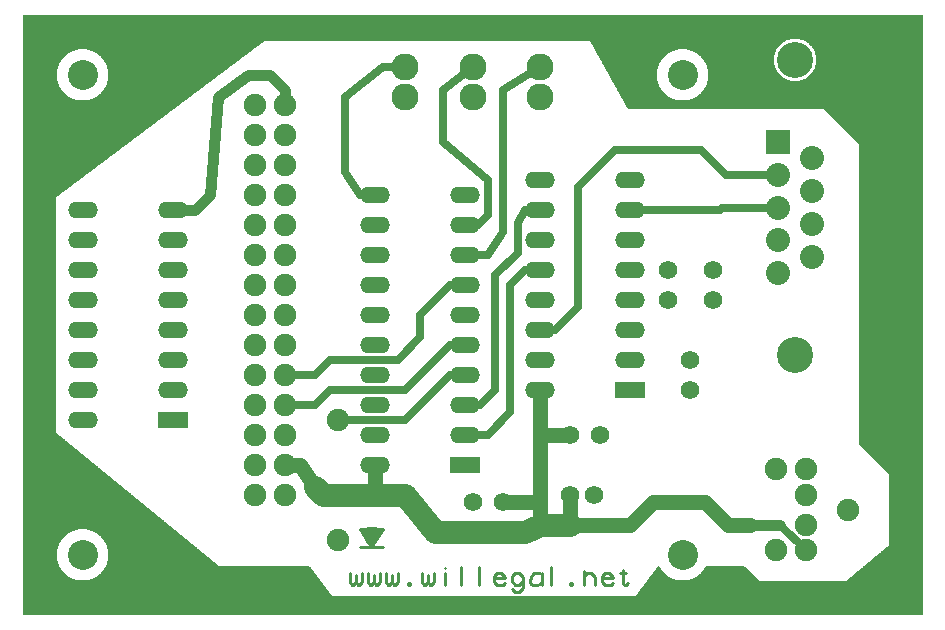
<source format=gbr>
%FSTAX24Y24*%
%MOIN*%
%IN LAYER1.GBR *%
%ADD10C,0.0100*%
%ADD11C,0.0150*%
%ADD12C,0.0250*%
%ADD13C,0.0350*%
%ADD14C,0.0500*%
%ADD15C,0.0620*%
%ADD16C,0.0750*%
%ADD17C,0.0800*%
%ADD18C,0.0900*%
%ADD19C,0.1000*%
%ADD20C,0.1200*%
%ADD21O,0.1000X0.0550*%
%ADD22R,0.0800X0.0800*%
%ADD23R,0.1000X0.0550*%
G36*G01X01D01*Y001D01*X0D01*Y0D01*G37*G36*Y001D02*G01X001D01*Y01D01*
X0D01*Y001D01*G37*G36*X003D02*G01X006D01*Y002D01*X003D01*Y001D01*G37*
G36*X001Y003D02*G01X003D01*Y004D01*X001D01*Y003D01*G37*G36*X003Y002D02*
G01X004D01*Y003D01*X003D01*Y002D01*G37*G36*X001Y004D02*G01X002D01*
Y005D01*X001D01*Y004D01*G37*G36*Y001D02*G01X0015D01*Y0013D01*X001D01*
Y001D01*G37*G36*Y0013D02*G01X0012D01*Y0017D01*X001D01*Y0013D01*G37*G36*
X0015Y001D02*G01X002D01*Y0011D01*X0015D01*Y001D01*G37*G36*X001Y0017D02*
G01X0011D01*Y002D01*X001D01*Y0017D01*G37*G36*X0015Y0011D02*G01X0017D01*
Y0012D01*X0015D01*Y0011D01*G37*G36*X0012Y0013D02*G01X0013D01*Y0015D01*
X0012D01*Y0013D01*G37*G36*X0025Y001D02*G01X003D01*Y0013D01*X0025D01*
Y001D01*G37*G36*X0028Y0013D02*G01X003D01*Y0017D01*X0028D01*Y0013D01*
G37*G36*X002Y001D02*G01X0025D01*Y0011D01*X002D01*Y001D01*G37*G36*
X0029Y0017D02*G01X003D01*Y002D01*X0029D01*Y0017D01*G37*G36*
X0023Y0011D02*G01X0025D01*Y0012D01*X0023D01*Y0011D01*G37*G36*
X0027Y0013D02*G01X0028D01*Y0015D01*X0027D01*Y0013D01*G37*G36*
X006Y001D02*G01X007D01*Y0016D01*X006D01*Y001D01*G37*G36*Y0016D02*
G01X0063D01*Y0018D01*X006D01*Y0016D01*G37*G36*Y0018D02*G01X0062D01*
Y0019D01*X006D01*Y0018D01*G37*G36*X0063Y0016D02*G01X0064D01*Y0017D01*
X0063D01*Y0016D01*G37*G36*X006Y0019D02*G01X0061D01*Y002D01*X006D01*
Y0019D01*G37*G36*X007Y001D02*G01X008D01*Y0016D01*X007D01*Y001D01*G37*
G36*X008D02*G01X009D01*Y0016D01*X008D01*Y001D01*G37*G36*X009D02*
G01X0096D01*Y0015D01*X009D01*Y001D01*G37*G36*X0096D02*G01X0098D01*
Y0013D01*X0096D01*Y001D01*G37*G36*X009Y0015D02*G01X0095D01*Y0016D01*
X009D01*Y0015D01*G37*G36*X0098Y001D02*G01X0099D01*Y0011D01*X0098D01*
Y001D01*G37*G36*X0096Y0013D02*G01X0097D01*Y0014D01*X0096D01*Y0013D01*
G37*G36*X001Y0025D02*G01X0013D01*Y003D01*X001D01*Y0025D01*G37*G36*
X0013Y0028D02*G01X0017D01*Y003D01*X0013D01*Y0028D01*G37*G36*
X001Y002D02*G01X0011D01*Y0025D01*X001D01*Y002D01*G37*G36*X0017Y0029D02*
G01X002D01*Y003D01*X0017D01*Y0029D01*G37*G36*X0011Y0023D02*G01X0012D01*
Y0025D01*X0011D01*Y0023D01*G37*G36*X0013Y0027D02*G01X0015D01*Y0028D01*
X0013D01*Y0027D01*G37*G36*X0027Y0025D02*G01X003D01*Y003D01*X0027D01*
Y0025D01*G37*G36*X0023Y0028D02*G01X0027D01*Y003D01*X0023D01*Y0028D01*
G37*G36*X0029Y002D02*G01X003D01*Y0025D01*X0029D01*Y002D01*G37*G36*
X002Y0029D02*G01X0023D01*Y003D01*X002D01*Y0029D01*G37*G36*
X0028Y0023D02*G01X0029D01*Y0025D01*X0028D01*Y0023D01*G37*G36*
X0025Y0027D02*G01X0027D01*Y0028D01*X0025D01*Y0027D01*G37*G36*
X004Y002D02*G01X005D01*Y0029D01*X004D01*Y002D01*G37*G36*Y0029D02*
G01X0048D01*Y003D01*X004D01*Y0029D01*G37*G36*X005Y002D02*G01X0056D01*
Y0024D01*X005D01*Y002D01*G37*G36*Y0024D02*G01X0053D01*Y0026D01*X005D01*
Y0024D01*G37*G36*X0056Y002D02*G01X0058D01*Y0022D01*X0056D01*Y002D01*
G37*G36*X005Y0026D02*G01X0052D01*Y0027D01*X005D01*Y0026D01*G37*G36*
X0058Y002D02*G01X0059D01*Y0021D01*X0058D01*Y002D01*G37*G36*
X0056Y0022D02*G01X0057D01*Y0023D01*X0056D01*Y0022D01*G37*G36*
X0053Y0024D02*G01X0054D01*Y0025D01*X0053D01*Y0024D01*G37*G36*
X005Y0027D02*G01X0051D01*Y0028D01*X005D01*Y0027D01*G37*G36*X003Y003D02*
G01X0039D01*Y0038D01*X003D01*Y003D01*G37*G36*Y0038D02*G01X0036D01*
Y004D01*X003D01*Y0038D01*G37*G36*X0039Y003D02*G01X004D01*Y0037D01*
X0039D01*Y003D01*G37*G36*X0036Y0038D02*G01X0037D01*Y0039D01*X0036D01*
Y0038D01*G37*G36*X004Y003D02*G01X0045D01*Y0033D01*X004D01*Y003D01*G37*
G36*Y0033D02*G01X0042D01*Y0035D01*X004D01*Y0033D01*G37*G36*
X0045Y003D02*G01X0047D01*Y0031D01*X0045D01*Y003D01*G37*G36*Y0031D02*
G01X0046D01*Y0032D01*X0045D01*Y0031D01*G37*G36*X0042Y0033D02*
G01X0043D01*Y0034D01*X0042D01*Y0033D01*G37*G36*X004Y0035D02*
G01X0041D01*Y0036D01*X004D01*Y0035D01*G37*G36*X002Y004D02*G01X0028D01*
Y0047D01*X002D01*Y004D01*G37*G36*Y0047D02*G01X0024D01*Y005D01*X002D01*
Y0047D01*G37*G36*X0028Y004D02*G01X003D01*Y0045D01*X0028D01*Y004D01*G37*
G36*X0024Y0047D02*G01X0026D01*Y0048D01*X0024D01*Y0047D01*G37*G36*
X0028Y0045D02*G01X0029D01*Y0046D01*X0028D01*Y0045D01*G37*G36*
X0024Y0048D02*G01X0025D01*Y0049D01*X0024D01*Y0048D01*G37*G36*
X003Y004D02*G01X0034D01*Y0042D01*X003D01*Y004D01*G37*G36*Y0042D02*
G01X0032D01*Y0043D01*X003D01*Y0042D01*G37*G36*X0034Y004D02*G01X0035D01*
Y0041D01*X0034D01*Y004D01*G37*G36*X003Y0043D02*G01X0031D01*Y0044D01*
X003D01*Y0043D01*G37*G36*X001Y005D02*G01X0017D01*Y0056D01*X001D01*
Y005D01*G37*G36*X0017D02*G01X002D01*Y0053D01*X0017D01*Y005D01*G37*G36*
X001Y0056D02*G01X0013D01*Y0059D01*X001D01*Y0056D01*G37*G36*
X0017Y0053D02*G01X0019D01*Y0054D01*X0017D01*Y0053D01*G37*G36*
X0013Y0056D02*G01X0015D01*Y0057D01*X0013D01*Y0056D01*G37*G36*
X001Y0059D02*G01X0012D01*Y006D01*X001D01*Y0059D01*G37*G36*
X0017Y0054D02*G01X0018D01*Y0055D01*X0017D01*Y0054D01*G37*G36*
X0013Y0057D02*G01X0014D01*Y0058D01*X0013D01*Y0057D01*G37*G36*
X002Y005D02*G01X0023D01*Y0051D01*X002D01*Y005D01*G37*G36*Y0051D02*
G01X0021D01*Y0052D01*X002D01*Y0051D01*G37*G36*X001Y006D02*G01X0011D01*
Y007D01*X001D01*Y006D01*G37*G36*Y007D02*G01X0011D01*Y008D01*X001D01*
Y007D01*G37*G36*Y008D02*G01X0011D01*Y009D01*X001D01*Y008D01*G37*G36*
Y009D02*G01X0011D01*Y01D01*X001D01*Y009D01*G37*G36*X0017Y0011D02*
G01X0018D01*Y00117D01*X0017D01*Y0011D01*G37*G36*Y00117D02*G01X00174D01*
Y00119D01*X0017D01*Y00117D01*G37*G36*X00174D02*G01X00177D01*Y00118D01*
X00174D01*Y00117D01*G37*G36*X0017Y00119D02*G01X00171D01*Y0012D01*
X0017D01*Y00119D01*G37*G36*X0018Y0011D02*G01X0019D01*Y00115D01*
X0018D01*Y0011D01*G37*G36*Y00115D02*G01X00186D01*Y00116D01*X0018D01*
Y00115D01*G37*G36*Y00116D02*G01X00181D01*Y00117D01*X0018D01*Y00116D01*
G37*G36*X0019Y0011D02*G01X002D01*Y00115D01*X0019D01*Y0011D01*G37*G36*
X0015Y0012D02*G01X00158D01*Y00126D01*X0015D01*Y0012D01*G37*G36*
Y00126D02*G01X00153D01*Y00129D01*X0015D01*Y00126D01*G37*G36*
X00158Y0012D02*G01X0016D01*Y00124D01*X00158D01*Y0012D01*G37*G36*
X00153Y00126D02*G01X00156D01*Y00127D01*X00153D01*Y00126D01*G37*G36*
X00158Y00124D02*G01X00159D01*Y00125D01*X00158D01*Y00124D01*G37*G36*
X00153Y00127D02*G01X00154D01*Y00128D01*X00153D01*Y00127D01*G37*G36*
X0015Y00129D02*G01X00151D01*Y0013D01*X0015D01*Y00129D01*G37*G36*
X0016Y0012D02*G01X00166D01*Y00122D01*X0016D01*Y0012D01*G37*G36*
Y00122D02*G01X00163D01*Y00123D01*X0016D01*Y00122D01*G37*G36*
X00166Y0012D02*G01X00168D01*Y00121D01*X00166D01*Y0012D01*G37*G36*
X0016Y00123D02*G01X00161D01*Y00124D01*X0016D01*Y00123D01*G37*G36*
X0013Y0013D02*G01X0014D01*Y00139D01*X0013D01*Y0013D01*G37*G36*
Y00139D02*G01X00139D01*Y0014D01*X0013D01*Y00139D01*G37*G36*
X0014Y0013D02*G01X00145D01*Y00135D01*X0014D01*Y0013D01*G37*G36*
X00145D02*G01X00149D01*Y00132D01*X00145D01*Y0013D01*G37*G36*
X0014Y00135D02*G01X00144D01*Y00136D01*X0014D01*Y00135D01*G37*G36*
X00145Y00132D02*G01X00147D01*Y00133D01*X00145D01*Y00132D01*G37*G36*
X0014Y00136D02*G01X00142D01*Y00137D01*X0014D01*Y00136D01*G37*G36*
X00149Y0013D02*G01X0015D01*Y00131D01*X00149D01*Y0013D01*G37*G36*
X00145Y00133D02*G01X00146D01*Y00134D01*X00145D01*Y00133D01*G37*G36*
X0014Y00137D02*G01X00141D01*Y00138D01*X0014D01*Y00137D01*G37*G36*
X0013Y0014D02*G01X00135D01*Y00145D01*X0013D01*Y0014D01*G37*G36*
Y00145D02*G01X00132D01*Y00149D01*X0013D01*Y00145D01*G37*G36*
X00135Y0014D02*G01X00137D01*Y00142D01*X00135D01*Y0014D01*G37*G36*
Y00142D02*G01X00136D01*Y00144D01*X00135D01*Y00142D01*G37*G36*
X00132Y00145D02*G01X00134D01*Y00146D01*X00132D01*Y00145D01*G37*G36*
X00137Y0014D02*G01X00138D01*Y00141D01*X00137D01*Y0014D01*G37*G36*
X00132Y00146D02*G01X00133D01*Y00147D01*X00132D01*Y00146D01*G37*G36*
X0013Y00149D02*G01X00131D01*Y0015D01*X0013D01*Y00149D01*G37*G36*
X0012Y0015D02*G01X00126D01*Y00158D01*X0012D01*Y0015D01*G37*G36*
X00126D02*G01X00129D01*Y00153D01*X00126D01*Y0015D01*G37*G36*
X0012Y00158D02*G01X00124D01*Y0016D01*X0012D01*Y00158D01*G37*G36*
X00126Y00153D02*G01X00127D01*Y00156D01*X00126D01*Y00153D01*G37*G36*
X00129Y0015D02*G01X0013D01*Y00151D01*X00129D01*Y0015D01*G37*G36*
X00127Y00153D02*G01X00128D01*Y00154D01*X00127D01*Y00153D01*G37*G36*
X00124Y00158D02*G01X00125D01*Y00159D01*X00124D01*Y00158D01*G37*G36*
X0012Y0016D02*G01X00123D01*Y00164D01*X0012D01*Y0016D01*G37*G36*
Y00164D02*G01X00122D01*Y00166D01*X0012D01*Y00164D01*G37*G36*Y00166D02*
G01X00121D01*Y00168D01*X0012D01*Y00166D01*G37*G36*X00123Y0016D02*
G01X00124D01*Y00161D01*X00123D01*Y0016D01*G37*G36*X0011Y0017D02*
G01X00117D01*Y0018D01*X0011D01*Y0017D01*G37*G36*X00117D02*G01X00119D01*
Y00174D01*X00117D01*Y0017D01*G37*G36*Y00174D02*G01X00118D01*Y00177D01*
X00117D01*Y00174D01*G37*G36*X00119Y0017D02*G01X0012D01*Y00171D01*
X00119D01*Y0017D01*G37*G36*X0011Y0018D02*G01X00115D01*Y0019D01*
X0011D01*Y0018D01*G37*G36*X00115D02*G01X00116D01*Y00186D01*X00115D01*
Y0018D01*G37*G36*X00116D02*G01X00117D01*Y00181D01*X00116D01*Y0018D01*
G37*G36*X0011Y0019D02*G01X00115D01*Y002D01*X0011D01*Y0019D01*G37*G36*
X002Y0011D02*G01X0021D01*Y00115D01*X002D01*Y0011D01*G37*G36*X0021D02*
G01X0022D01*Y00115D01*X0021D01*Y0011D01*G37*G36*X00214Y00115D02*
G01X0022D01*Y00116D01*X00214D01*Y00115D01*G37*G36*X00219Y00116D02*
G01X0022D01*Y00117D01*X00219D01*Y00116D01*G37*G36*X0022Y0011D02*
G01X0023D01*Y00117D01*X0022D01*Y0011D01*G37*G36*X00226Y00117D02*
G01X0023D01*Y00119D01*X00226D01*Y00117D01*G37*G36*X00223D02*
G01X00226D01*Y00118D01*X00223D01*Y00117D01*G37*G36*X00229Y00119D02*
G01X0023D01*Y0012D01*X00229D01*Y00119D01*G37*G36*X00234Y0012D02*
G01X0024D01*Y00122D01*X00234D01*Y0012D01*G37*G36*X00237Y00122D02*
G01X0024D01*Y00123D01*X00237D01*Y00122D01*G37*G36*X00232Y0012D02*
G01X00234D01*Y00121D01*X00232D01*Y0012D01*G37*G36*X00239Y00123D02*
G01X0024D01*Y00124D01*X00239D01*Y00123D01*G37*G36*X00242Y0012D02*
G01X0025D01*Y00126D01*X00242D01*Y0012D01*G37*G36*X00247Y00126D02*
G01X0025D01*Y00129D01*X00247D01*Y00126D01*G37*G36*X0024Y0012D02*
G01X00242D01*Y00124D01*X0024D01*Y0012D01*G37*G36*X00244Y00126D02*
G01X00247D01*Y00127D01*X00244D01*Y00126D01*G37*G36*X00241Y00124D02*
G01X00242D01*Y00125D01*X00241D01*Y00124D01*G37*G36*X00246Y00127D02*
G01X00247D01*Y00128D01*X00246D01*Y00127D01*G37*G36*X00249Y00129D02*
G01X0025D01*Y0013D01*X00249D01*Y00129D01*G37*G36*X00255Y0013D02*
G01X0026D01*Y00135D01*X00255D01*Y0013D01*G37*G36*X00251D02*
G01X00255D01*Y00132D01*X00251D01*Y0013D01*G37*G36*X00256Y00135D02*
G01X0026D01*Y00136D01*X00256D01*Y00135D01*G37*G36*X00253Y00132D02*
G01X00255D01*Y00133D01*X00253D01*Y00132D01*G37*G36*X00258Y00136D02*
G01X0026D01*Y00137D01*X00258D01*Y00136D01*G37*G36*X0025Y0013D02*
G01X00251D01*Y00131D01*X0025D01*Y0013D01*G37*G36*X00254Y00133D02*
G01X00255D01*Y00134D01*X00254D01*Y00133D01*G37*G36*X00259Y00137D02*
G01X0026D01*Y00138D01*X00259D01*Y00137D01*G37*G36*X0026Y0013D02*
G01X0027D01*Y00139D01*X0026D01*Y0013D01*G37*G36*X00261Y00139D02*
G01X0027D01*Y0014D01*X00261D01*Y00139D01*G37*G36*X00265Y0014D02*
G01X0027D01*Y00145D01*X00265D01*Y0014D01*G37*G36*X00268Y00145D02*
G01X0027D01*Y00149D01*X00268D01*Y00145D01*G37*G36*X00263Y0014D02*
G01X00265D01*Y00142D01*X00263D01*Y0014D01*G37*G36*X00264Y00142D02*
G01X00265D01*Y00144D01*X00264D01*Y00142D01*G37*G36*X00266Y00145D02*
G01X00268D01*Y00146D01*X00266D01*Y00145D01*G37*G36*X00262Y0014D02*
G01X00263D01*Y00141D01*X00262D01*Y0014D01*G37*G36*X00267Y00146D02*
G01X00268D01*Y00147D01*X00267D01*Y00146D01*G37*G36*X00269Y00149D02*
G01X0027D01*Y0015D01*X00269D01*Y00149D01*G37*G36*X00274Y0015D02*
G01X0028D01*Y00158D01*X00274D01*Y0015D01*G37*G36*X00271D02*
G01X00274D01*Y00153D01*X00271D01*Y0015D01*G37*G36*X00276Y00158D02*
G01X0028D01*Y0016D01*X00276D01*Y00158D01*G37*G36*X00273Y00153D02*
G01X00274D01*Y00156D01*X00273D01*Y00153D01*G37*G36*X0027Y0015D02*
G01X00271D01*Y00151D01*X0027D01*Y0015D01*G37*G36*X00272Y00153D02*
G01X00273D01*Y00154D01*X00272D01*Y00153D01*G37*G36*X00275Y00158D02*
G01X00276D01*Y00159D01*X00275D01*Y00158D01*G37*G36*X00277Y0016D02*
G01X0028D01*Y00164D01*X00277D01*Y0016D01*G37*G36*X00278Y00164D02*
G01X0028D01*Y00166D01*X00278D01*Y00164D01*G37*G36*X00279Y00166D02*
G01X0028D01*Y00168D01*X00279D01*Y00166D01*G37*G36*X00276Y0016D02*
G01X00277D01*Y00161D01*X00276D01*Y0016D01*G37*G36*X00283Y0017D02*
G01X0029D01*Y0018D01*X00283D01*Y0017D01*G37*G36*X00281D02*G01X00283D01*
Y00174D01*X00281D01*Y0017D01*G37*G36*X00282Y00174D02*G01X00283D01*
Y00177D01*X00282D01*Y00174D01*G37*G36*X0028Y0017D02*G01X00281D01*
Y00171D01*X0028D01*Y0017D01*G37*G36*X00285Y0018D02*G01X0029D01*
Y0019D01*X00285D01*Y0018D01*G37*G36*X00284D02*G01X00285D01*Y00186D01*
X00284D01*Y0018D01*G37*G36*X00283D02*G01X00284D01*Y00181D01*X00283D01*
Y0018D01*G37*G36*X00285Y0019D02*G01X0029D01*Y002D01*X00285D01*Y0019D01*
G37*G36*X0064Y0016D02*G01X00649D01*Y00168D01*X0064D01*Y0016D01*G37*G36*
Y00168D02*G01X00647D01*Y0017D01*X0064D01*Y00168D01*G37*G36*
X00649Y0016D02*G01X0065D01*Y00167D01*X00649D01*Y0016D01*G37*G36*
X00647Y00168D02*G01X00648D01*Y00169D01*X00647D01*Y00168D01*G37*G36*
X0065Y0016D02*G01X0066D01*Y00163D01*X0065D01*Y0016D01*G37*G36*
Y00163D02*G01X00653D01*Y00165D01*X0065D01*Y00163D01*G37*G36*Y00165D02*
G01X00652D01*Y00166D01*X0065D01*Y00165D01*G37*G36*X00653Y00163D02*
G01X00654D01*Y00164D01*X00653D01*Y00163D01*G37*G36*X0065Y00166D02*
G01X00651D01*Y00167D01*X0065D01*Y00166D01*G37*G36*X0066Y0016D02*
G01X0067D01*Y00163D01*X0066D01*Y0016D01*G37*G36*X0067D02*G01X0068D01*
Y00163D01*X0067D01*Y0016D01*G37*G36*X0068D02*G01X0069D01*Y00163D01*
X0068D01*Y0016D01*G37*G36*X0069D02*G01X007D01*Y00163D01*X0069D01*
Y0016D01*G37*G36*X0063Y0017D02*G01X0064D01*Y00176D01*X0063D01*Y0017D01*
G37*G36*Y00176D02*G01X00635D01*Y0018D01*X0063D01*Y00176D01*G37*G36*
X00635D02*G01X00637D01*Y00178D01*X00635D01*Y00176D01*G37*G36*X00637D02*
G01X00638D01*Y00177D01*X00637D01*Y00176D01*G37*G36*X00635Y00178D02*
G01X00636D01*Y00179D01*X00635D01*Y00178D01*G37*G36*X0064Y0017D02*
G01X00645D01*Y00172D01*X0064D01*Y0017D01*G37*G36*Y00172D02*
G01X00642D01*Y00174D01*X0064D01*Y00172D01*G37*G36*X00645Y0017D02*
G01X00646D01*Y00171D01*X00645D01*Y0017D01*G37*G36*X00642Y00172D02*
G01X00643D01*Y00173D01*X00642D01*Y00172D01*G37*G36*X0064Y00174D02*
G01X00641D01*Y00175D01*X0064D01*Y00174D01*G37*G36*X0062Y0018D02*
G01X00629D01*Y00185D01*X0062D01*Y0018D01*G37*G36*Y00185D02*
G01X00624D01*Y00189D01*X0062D01*Y00185D01*G37*G36*X00629Y0018D02*
G01X0063D01*Y00184D01*X00629D01*Y0018D01*G37*G36*X00624Y00185D02*
G01X00626D01*Y00187D01*X00624D01*Y00185D01*G37*G36*X0062Y00189D02*
G01X00623D01*Y0019D01*X0062D01*Y00189D01*G37*G36*X00626Y00185D02*
G01X00627D01*Y00186D01*X00626D01*Y00185D01*G37*G36*X00624Y00187D02*
G01X00625D01*Y00188D01*X00624D01*Y00187D01*G37*G36*X0063Y0018D02*
G01X00634D01*Y00181D01*X0063D01*Y0018D01*G37*G36*Y00181D02*
G01X00632D01*Y00182D01*X0063D01*Y00181D01*G37*G36*Y00182D02*
G01X00631D01*Y00183D01*X0063D01*Y00182D01*G37*G36*X0061Y0019D02*
G01X00618D01*Y00194D01*X0061D01*Y0019D01*G37*G36*Y00194D02*
G01X00614D01*Y00197D01*X0061D01*Y00194D01*G37*G36*X00618Y0019D02*
G01X0062D01*Y00192D01*X00618D01*Y0019D01*G37*G36*X0061Y00197D02*
G01X00612D01*Y00199D01*X0061D01*Y00197D01*G37*G36*X00614Y00194D02*
G01X00616D01*Y00195D01*X00614D01*Y00194D01*G37*G36*X00618Y00192D02*
G01X00619D01*Y00193D01*X00618D01*Y00192D01*G37*G36*X00614Y00195D02*
G01X00615D01*Y00196D01*X00614D01*Y00195D01*G37*G36*X00612Y00197D02*
G01X00613D01*Y00198D01*X00612D01*Y00197D01*G37*G36*X0062Y0019D02*
G01X00621D01*Y00191D01*X0062D01*Y0019D01*G37*G36*X007Y0016D02*
G01X0071D01*Y00163D01*X007D01*Y0016D01*G37*G36*X0071D02*G01X0072D01*
Y00163D01*X0071D01*Y0016D01*G37*G36*X0072D02*G01X0073D01*Y00163D01*
X0072D01*Y0016D01*G37*G36*X0073D02*G01X0074D01*Y00163D01*X0073D01*
Y0016D01*G37*G36*X0074D02*G01X0075D01*Y00163D01*X0074D01*Y0016D01*G37*
G36*X0075D02*G01X0076D01*Y00163D01*X0075D01*Y0016D01*G37*G36*X0076D02*
G01X0077D01*Y00163D01*X0076D01*Y0016D01*G37*G36*X0077D02*G01X0078D01*
Y00163D01*X0077D01*Y0016D01*G37*G36*X0078D02*G01X0079D01*Y00163D01*
X0078D01*Y0016D01*G37*G36*X0079D02*G01X008D01*Y00163D01*X0079D01*
Y0016D01*G37*G36*X008D02*G01X0081D01*Y00163D01*X008D01*Y0016D01*G37*
G36*X0081D02*G01X0082D01*Y00163D01*X0081D01*Y0016D01*G37*G36*X0082D02*
G01X0083D01*Y00163D01*X0082D01*Y0016D01*G37*G36*X0083D02*G01X0084D01*
Y00163D01*X0083D01*Y0016D01*G37*G36*X0084D02*G01X0085D01*Y00163D01*
X0084D01*Y0016D01*G37*G36*X0085D02*G01X0086D01*Y00163D01*X0085D01*
Y0016D01*G37*G36*X0086D02*G01X0087D01*Y00163D01*X0086D01*Y0016D01*G37*
G36*X0087D02*G01X0088D01*Y00163D01*X0087D01*Y0016D01*G37*G36*X0088D02*
G01X0089D01*Y00163D01*X0088D01*Y0016D01*G37*G36*X0089D02*G01X009D01*
Y00163D01*X0089D01*Y0016D01*G37*G36*X0099Y001D02*G01X00998D01*
Y00109D01*X0099D01*Y001D01*G37*G36*X00998D02*G01X01D01*Y00106D01*
X00998D01*Y001D01*G37*G36*X0099Y00109D02*G01X00997D01*Y0011D01*
X0099D01*Y00109D01*G37*G36*X00998Y00106D02*G01X00999D01*Y00107D01*
X00998D01*Y00106D01*G37*G36*X0098Y0011D02*G01X0099D01*Y00119D01*
X0098D01*Y0011D01*G37*G36*Y00119D02*G01X00989D01*Y0012D01*X0098D01*
Y00119D01*G37*G36*X0099Y0011D02*G01X00994D01*Y00114D01*X0099D01*
Y0011D01*G37*G36*Y00114D02*G01X00992D01*Y00117D01*X0099D01*Y00114D01*
G37*G36*X00994Y0011D02*G01X00995D01*Y00113D01*X00994D01*Y0011D01*G37*
G36*X00995D02*G01X00996D01*Y00111D01*X00995D01*Y0011D01*G37*G36*
X00992Y00114D02*G01X00993D01*Y00115D01*X00992D01*Y00114D01*G37*G36*
X0099Y00117D02*G01X00991D01*Y00118D01*X0099D01*Y00117D01*G37*G36*
X0098Y0012D02*G01X00986D01*Y00125D01*X0098D01*Y0012D01*G37*G36*
Y00125D02*G01X00983D01*Y00129D01*X0098D01*Y00125D01*G37*G36*
X00986Y0012D02*G01X00988D01*Y00122D01*X00986D01*Y0012D01*G37*G36*
X00983Y00125D02*G01X00985D01*Y00126D01*X00983D01*Y00125D01*G37*G36*
X0098Y00129D02*G01X00982D01*Y0013D01*X0098D01*Y00129D01*G37*G36*
X00988Y0012D02*G01X00989D01*Y00121D01*X00988D01*Y0012D01*G37*G36*
X00986Y00122D02*G01X00987D01*Y00123D01*X00986D01*Y00122D01*G37*G36*
X00983Y00126D02*G01X00984D01*Y00127D01*X00983D01*Y00126D01*G37*G36*
X0097Y0013D02*G01X00977D01*Y00137D01*X0097D01*Y0013D01*G37*G36*
Y00137D02*G01X00974D01*Y0014D01*X0097D01*Y00137D01*G37*G36*
X00977Y0013D02*G01X0098D01*Y00133D01*X00977D01*Y0013D01*G37*G36*
Y00133D02*G01X00979D01*Y00134D01*X00977D01*Y00133D01*G37*G36*
X00974Y00137D02*G01X00976D01*Y00138D01*X00974D01*Y00137D01*G37*G36*
X00977Y00134D02*G01X00978D01*Y00135D01*X00977D01*Y00134D01*G37*G36*
X00974Y00138D02*G01X00975D01*Y00139D01*X00974D01*Y00138D01*G37*G36*
X0098Y0013D02*G01X00981D01*Y00131D01*X0098D01*Y0013D01*G37*G36*
X0096Y0014D02*G01X00968D01*Y00149D01*X0096D01*Y0014D01*G37*G36*
X00968D02*G01X0097D01*Y00146D01*X00968D01*Y0014D01*G37*G36*
X0096Y00149D02*G01X00967D01*Y0015D01*X0096D01*Y00149D01*G37*G36*
X00968Y00146D02*G01X00969D01*Y00147D01*X00968D01*Y00146D01*G37*G36*
X0097Y0014D02*G01X00973D01*Y00142D01*X0097D01*Y0014D01*G37*G36*
Y00142D02*G01X00971D01*Y00145D01*X0097D01*Y00142D01*G37*G36*
X00973Y0014D02*G01X00974D01*Y00141D01*X00973D01*Y0014D01*G37*G36*
X00971Y00142D02*G01X00972D01*Y00143D01*X00971D01*Y00142D01*G37*G36*
X0095Y0015D02*G01X0096D01*Y00159D01*X0095D01*Y0015D01*G37*G36*
Y00159D02*G01X00959D01*Y0016D01*X0095D01*Y00159D01*G37*G36*
X0096Y0015D02*G01X00964D01*Y00154D01*X0096D01*Y0015D01*G37*G36*
Y00154D02*G01X00962D01*Y00157D01*X0096D01*Y00154D01*G37*G36*
X00964Y0015D02*G01X00965D01*Y00153D01*X00964D01*Y0015D01*G37*G36*
X00965D02*G01X00966D01*Y00151D01*X00965D01*Y0015D01*G37*G36*
X00962Y00154D02*G01X00963D01*Y00155D01*X00962D01*Y00154D01*G37*G36*
X0096Y00157D02*G01X00961D01*Y00158D01*X0096D01*Y00157D01*G37*G36*
X009Y0016D02*G01X0091D01*Y00163D01*X009D01*Y0016D01*G37*G36*X0091D02*
G01X0092D01*Y00163D01*X0091D01*Y0016D01*G37*G36*X0092D02*G01X0093D01*
Y00163D01*X0092D01*Y0016D01*G37*G36*X0093D02*G01X0094D01*Y00163D01*
X0093D01*Y0016D01*G37*G36*X0094D02*G01X0095D01*Y00163D01*X0094D01*
Y0016D01*G37*G36*X0095D02*G01X00956D01*Y00162D01*X0095D01*Y0016D01*G37*
G36*Y00162D02*G01X00954D01*Y00163D01*X0095D01*Y00162D01*G37*G36*
X00956Y0016D02*G01X00958D01*Y00161D01*X00956D01*Y0016D01*G37*G36*
X0011Y002D02*G01X00115D01*Y0021D01*X0011D01*Y002D01*G37*G36*Y0021D02*
G01X00115D01*Y0022D01*X0011D01*Y0021D01*G37*G36*X00115Y00214D02*
G01X00116D01*Y0022D01*X00115D01*Y00214D01*G37*G36*X00116Y00219D02*
G01X00117D01*Y0022D01*X00116D01*Y00219D01*G37*G36*X0011Y0022D02*
G01X00117D01*Y0023D01*X0011D01*Y0022D01*G37*G36*X00117Y00226D02*
G01X00119D01*Y0023D01*X00117D01*Y00226D01*G37*G36*Y00223D02*
G01X00118D01*Y00226D01*X00117D01*Y00223D01*G37*G36*X00119Y00229D02*
G01X0012D01*Y0023D01*X00119D01*Y00229D01*G37*G36*X0012Y00234D02*
G01X00122D01*Y0024D01*X0012D01*Y00234D01*G37*G36*X00122Y00236D02*
G01X00123D01*Y0024D01*X00122D01*Y00236D01*G37*G36*X0012Y00232D02*
G01X00121D01*Y00234D01*X0012D01*Y00232D01*G37*G36*X00123Y00239D02*
G01X00124D01*Y0024D01*X00123D01*Y00239D01*G37*G36*X0012Y00242D02*
G01X00126D01*Y0025D01*X0012D01*Y00242D01*G37*G36*X00126Y00247D02*
G01X00129D01*Y0025D01*X00126D01*Y00247D01*G37*G36*X0012Y0024D02*
G01X00124D01*Y00242D01*X0012D01*Y0024D01*G37*G36*X00126Y00244D02*
G01X00127D01*Y00247D01*X00126D01*Y00244D01*G37*G36*X00124Y00241D02*
G01X00125D01*Y00242D01*X00124D01*Y00241D01*G37*G36*X00127Y00246D02*
G01X00128D01*Y00247D01*X00127D01*Y00246D01*G37*G36*X00129Y00249D02*
G01X0013D01*Y0025D01*X00129D01*Y00249D01*G37*G36*X0013Y00255D02*
G01X00135D01*Y0026D01*X0013D01*Y00255D01*G37*G36*Y00251D02*
G01X00132D01*Y00255D01*X0013D01*Y00251D01*G37*G36*X00135Y00256D02*
G01X00136D01*Y0026D01*X00135D01*Y00256D01*G37*G36*X00132Y00253D02*
G01X00133D01*Y00255D01*X00132D01*Y00253D01*G37*G36*X00136Y00258D02*
G01X00137D01*Y0026D01*X00136D01*Y00258D01*G37*G36*X0013Y0025D02*
G01X00131D01*Y00251D01*X0013D01*Y0025D01*G37*G36*X00133Y00254D02*
G01X00134D01*Y00255D01*X00133D01*Y00254D01*G37*G36*X00137Y00259D02*
G01X00138D01*Y0026D01*X00137D01*Y00259D01*G37*G36*X0013Y0026D02*
G01X00139D01*Y0027D01*X0013D01*Y0026D01*G37*G36*X00139Y00261D02*
G01X0014D01*Y0027D01*X00139D01*Y00261D01*G37*G36*X0014Y00265D02*
G01X00145D01*Y0027D01*X0014D01*Y00265D01*G37*G36*X00145Y00268D02*
G01X00149D01*Y0027D01*X00145D01*Y00268D01*G37*G36*X0014Y00263D02*
G01X00142D01*Y00265D01*X0014D01*Y00263D01*G37*G36*X00142Y00264D02*
G01X00144D01*Y00265D01*X00142D01*Y00264D01*G37*G36*X00145Y00266D02*
G01X00146D01*Y00268D01*X00145D01*Y00266D01*G37*G36*X0014Y00262D02*
G01X00141D01*Y00263D01*X0014D01*Y00262D01*G37*G36*X00146Y00267D02*
G01X00147D01*Y00268D01*X00146D01*Y00267D01*G37*G36*X00149Y00269D02*
G01X0015D01*Y0027D01*X00149D01*Y00269D01*G37*G36*X0015Y00274D02*
G01X00158D01*Y0028D01*X0015D01*Y00274D01*G37*G36*Y00271D02*
G01X00153D01*Y00274D01*X0015D01*Y00271D01*G37*G36*X00158Y00276D02*
G01X0016D01*Y0028D01*X00158D01*Y00276D01*G37*G36*X00153Y00273D02*
G01X00156D01*Y00274D01*X00153D01*Y00273D01*G37*G36*X0015Y0027D02*
G01X00151D01*Y00271D01*X0015D01*Y0027D01*G37*G36*X00153Y00272D02*
G01X00154D01*Y00273D01*X00153D01*Y00272D01*G37*G36*X00158Y00275D02*
G01X00159D01*Y00276D01*X00158D01*Y00275D01*G37*G36*X0016Y00278D02*
G01X00166D01*Y0028D01*X0016D01*Y00278D01*G37*G36*Y00277D02*
G01X00163D01*Y00278D01*X0016D01*Y00277D01*G37*G36*X00166Y00279D02*
G01X00168D01*Y0028D01*X00166D01*Y00279D01*G37*G36*X0016Y00276D02*
G01X00161D01*Y00277D01*X0016D01*Y00276D01*G37*G36*X0017Y00283D02*
G01X0018D01*Y0029D01*X0017D01*Y00283D01*G37*G36*Y00281D02*G01X00174D01*
Y00283D01*X0017D01*Y00281D01*G37*G36*X00174Y00282D02*G01X00177D01*
Y00283D01*X00174D01*Y00282D01*G37*G36*X0017Y0028D02*G01X00171D01*
Y00281D01*X0017D01*Y0028D01*G37*G36*X0018Y00285D02*G01X0019D01*
Y0029D01*X0018D01*Y00285D01*G37*G36*Y00284D02*G01X00186D01*Y00285D01*
X0018D01*Y00284D01*G37*G36*Y00283D02*G01X00181D01*Y00284D01*X0018D01*
Y00283D01*G37*G36*X0019Y00285D02*G01X002D01*Y0029D01*X0019D01*
Y00285D01*G37*G36*X00285Y002D02*G01X0029D01*Y0021D01*X00285D01*Y002D01*
G37*G36*Y0021D02*G01X0029D01*Y0022D01*X00285D01*Y0021D01*G37*G36*
X00284Y00214D02*G01X00285D01*Y0022D01*X00284D01*Y00214D01*G37*G36*
X00283Y00219D02*G01X00284D01*Y0022D01*X00283D01*Y00219D01*G37*G36*
Y0022D02*G01X0029D01*Y0023D01*X00283D01*Y0022D01*G37*G36*
X00281Y00226D02*G01X00283D01*Y0023D01*X00281D01*Y00226D01*G37*G36*
X00282Y00223D02*G01X00283D01*Y00226D01*X00282D01*Y00223D01*G37*G36*
X0028Y00229D02*G01X00281D01*Y0023D01*X0028D01*Y00229D01*G37*G36*
X00278Y00234D02*G01X0028D01*Y0024D01*X00278D01*Y00234D01*G37*G36*
X00277Y00236D02*G01X00278D01*Y0024D01*X00277D01*Y00236D01*G37*G36*
X00279Y00232D02*G01X0028D01*Y00234D01*X00279D01*Y00232D01*G37*G36*
X00276Y00239D02*G01X00277D01*Y0024D01*X00276D01*Y00239D01*G37*G36*
X00274Y00242D02*G01X0028D01*Y0025D01*X00274D01*Y00242D01*G37*G36*
X00271Y00247D02*G01X00274D01*Y0025D01*X00271D01*Y00247D01*G37*G36*
X00276Y0024D02*G01X0028D01*Y00242D01*X00276D01*Y0024D01*G37*G36*
X00273Y00244D02*G01X00274D01*Y00247D01*X00273D01*Y00244D01*G37*G36*
X00275Y00241D02*G01X00276D01*Y00242D01*X00275D01*Y00241D01*G37*G36*
X00272Y00246D02*G01X00273D01*Y00247D01*X00272D01*Y00246D01*G37*G36*
X0027Y00249D02*G01X00271D01*Y0025D01*X0027D01*Y00249D01*G37*G36*
X00265Y00255D02*G01X0027D01*Y0026D01*X00265D01*Y00255D01*G37*G36*
X00268Y00251D02*G01X0027D01*Y00255D01*X00268D01*Y00251D01*G37*G36*
X00264Y00256D02*G01X00265D01*Y0026D01*X00264D01*Y00256D01*G37*G36*
X00267Y00253D02*G01X00268D01*Y00255D01*X00267D01*Y00253D01*G37*G36*
X00263Y00258D02*G01X00264D01*Y0026D01*X00263D01*Y00258D01*G37*G36*
X00269Y0025D02*G01X0027D01*Y00251D01*X00269D01*Y0025D01*G37*G36*
X00266Y00254D02*G01X00267D01*Y00255D01*X00266D01*Y00254D01*G37*G36*
X00262Y00259D02*G01X00263D01*Y0026D01*X00262D01*Y00259D01*G37*G36*
X00255Y00265D02*G01X0026D01*Y0027D01*X00255D01*Y00265D01*G37*G36*
X00251Y00268D02*G01X00255D01*Y0027D01*X00251D01*Y00268D01*G37*G36*
X00258Y00263D02*G01X0026D01*Y00265D01*X00258D01*Y00263D01*G37*G36*
X00256Y00264D02*G01X00258D01*Y00265D01*X00256D01*Y00264D01*G37*G36*
X00254Y00266D02*G01X00255D01*Y00268D01*X00254D01*Y00266D01*G37*G36*
X00259Y00262D02*G01X0026D01*Y00263D01*X00259D01*Y00262D01*G37*G36*
X00253Y00267D02*G01X00254D01*Y00268D01*X00253D01*Y00267D01*G37*G36*
X0025Y00269D02*G01X00251D01*Y0027D01*X0025D01*Y00269D01*G37*G36*
X00261Y0026D02*G01X0027D01*Y0027D01*X00261D01*Y0026D01*G37*G36*
X0026Y00261D02*G01X00261D01*Y0027D01*X0026D01*Y00261D01*G37*G36*
X00234Y00278D02*G01X0024D01*Y0028D01*X00234D01*Y00278D01*G37*G36*
X00237Y00277D02*G01X0024D01*Y00278D01*X00237D01*Y00277D01*G37*G36*
X00232Y00279D02*G01X00234D01*Y0028D01*X00232D01*Y00279D01*G37*G36*
X00239Y00276D02*G01X0024D01*Y00277D01*X00239D01*Y00276D01*G37*G36*
X00242Y00274D02*G01X0025D01*Y0028D01*X00242D01*Y00274D01*G37*G36*
X00247Y00271D02*G01X0025D01*Y00274D01*X00247D01*Y00271D01*G37*G36*
X0024Y00276D02*G01X00242D01*Y0028D01*X0024D01*Y00276D01*G37*G36*
X00244Y00273D02*G01X00247D01*Y00274D01*X00244D01*Y00273D01*G37*G36*
X00249Y0027D02*G01X0025D01*Y00271D01*X00249D01*Y0027D01*G37*G36*
X00246Y00272D02*G01X00247D01*Y00273D01*X00246D01*Y00272D01*G37*G36*
X00241Y00275D02*G01X00242D01*Y00276D01*X00241D01*Y00275D01*G37*G36*
X002Y00285D02*G01X0021D01*Y0029D01*X002D01*Y00285D01*G37*G36*X0021D02*
G01X0022D01*Y0029D01*X0021D01*Y00285D01*G37*G36*X00214Y00284D02*
G01X0022D01*Y00285D01*X00214D01*Y00284D01*G37*G36*X00219Y00283D02*
G01X0022D01*Y00284D01*X00219D01*Y00283D01*G37*G36*X0022D02*G01X0023D01*
Y0029D01*X0022D01*Y00283D01*G37*G36*X00226Y00281D02*G01X0023D01*
Y00283D01*X00226D01*Y00281D01*G37*G36*X00223Y00282D02*G01X00226D01*
Y00283D01*X00223D01*Y00282D01*G37*G36*X00229Y0028D02*G01X0023D01*
Y00281D01*X00229D01*Y0028D01*G37*G36*X0048Y0029D02*G01X00489D01*
Y00299D01*X0048D01*Y0029D01*G37*G36*X00489D02*G01X0049D01*Y00298D01*
X00489D01*Y0029D01*G37*G36*X0048Y00299D02*G01X00488D01*Y003D01*
X0048D01*Y00299D01*G37*G36*X0049Y0029D02*G01X00497D01*Y00293D01*
X0049D01*Y0029D01*G37*G36*Y00293D02*G01X00493D01*Y00296D01*X0049D01*
Y00293D01*G37*G36*X00497Y0029D02*G01X00499D01*Y00291D01*X00497D01*
Y0029D01*G37*G36*X00493Y00293D02*G01X00495D01*Y00294D01*X00493D01*
Y00293D01*G37*G36*X0049Y00296D02*G01X00492D01*Y00297D01*X0049D01*
Y00296D01*G37*G36*X00497Y00291D02*G01X00498D01*Y00292D01*X00497D01*
Y00291D01*G37*G36*X00493Y00294D02*G01X00494D01*Y00295D01*X00493D01*
Y00294D01*G37*G36*X0049Y00297D02*G01X00491D01*Y00298D01*X0049D01*
Y00297D01*G37*G36*X0059Y002D02*G01X00599D01*Y00209D01*X0059D01*Y002D01*
G37*G36*X00599D02*G01X006D01*Y00208D01*X00599D01*Y002D01*G37*G36*
X0059Y00209D02*G01X00598D01*Y0021D01*X0059D01*Y00209D01*G37*G36*
X0058Y0021D02*G01X0059D01*Y00217D01*X0058D01*Y0021D01*G37*G36*
Y00217D02*G01X00586D01*Y0022D01*X0058D01*Y00217D01*G37*G36*X00586D02*
G01X00588D01*Y00218D01*X00586D01*Y00217D01*G37*G36*Y00218D02*
G01X00587D01*Y00219D01*X00586D01*Y00218D01*G37*G36*X0059Y0021D02*
G01X00596D01*Y00212D01*X0059D01*Y0021D01*G37*G36*Y00212D02*
G01X00593D01*Y00214D01*X0059D01*Y00212D01*G37*G36*Y00214D02*
G01X00592D01*Y00215D01*X0059D01*Y00214D01*G37*G36*X00596Y0021D02*
G01X00597D01*Y00211D01*X00596D01*Y0021D01*G37*G36*X00593Y00212D02*
G01X00594D01*Y00213D01*X00593D01*Y00212D01*G37*G36*X0059Y00215D02*
G01X00591D01*Y00216D01*X0059D01*Y00215D01*G37*G36*X0057Y0022D02*
G01X00579D01*Y00226D01*X0057D01*Y0022D01*G37*G36*Y00226D02*
G01X00574D01*Y0023D01*X0057D01*Y00226D01*G37*G36*X00579Y0022D02*
G01X0058D01*Y00225D01*X00579D01*Y0022D01*G37*G36*X00574Y00226D02*
G01X00576D01*Y00228D01*X00574D01*Y00226D01*G37*G36*X00576D02*
G01X00577D01*Y00227D01*X00576D01*Y00226D01*G37*G36*X00574Y00228D02*
G01X00575D01*Y00229D01*X00574D01*Y00228D01*G37*G36*X0058Y0022D02*
G01X00583D01*Y00222D01*X0058D01*Y0022D01*G37*G36*X00583D02*
G01X00585D01*Y00221D01*X00583D01*Y0022D01*G37*G36*X0058Y00222D02*
G01X00582D01*Y00223D01*X0058D01*Y00222D01*G37*G36*Y00223D02*
G01X00581D01*Y00224D01*X0058D01*Y00223D01*G37*G36*X0056Y0023D02*
G01X00568D01*Y00235D01*X0056D01*Y0023D01*G37*G36*Y00235D02*
G01X00564D01*Y00238D01*X0056D01*Y00235D01*G37*G36*X00568Y0023D02*
G01X0057D01*Y00233D01*X00568D01*Y0023D01*G37*G36*X0056Y00238D02*
G01X00563D01*Y00239D01*X0056D01*Y00238D01*G37*G36*X00564Y00235D02*
G01X00566D01*Y00236D01*X00564D01*Y00235D01*G37*G36*X00568Y00233D02*
G01X00569D01*Y00234D01*X00568D01*Y00233D01*G37*G36*X00564Y00236D02*
G01X00565D01*Y00237D01*X00564D01*Y00236D01*G37*G36*X0056Y00239D02*
G01X00561D01*Y0024D01*X0056D01*Y00239D01*G37*G36*X0057Y0023D02*
G01X00572D01*Y00231D01*X0057D01*Y0023D01*G37*G36*Y00231D02*
G01X00571D01*Y00232D01*X0057D01*Y00231D01*G37*G36*X0054Y0024D02*
G01X0055D01*Y00249D01*X0054D01*Y0024D01*G37*G36*Y00249D02*G01X00549D01*
Y0025D01*X0054D01*Y00249D01*G37*G36*X0055Y0024D02*G01X00557D01*
Y00244D01*X0055D01*Y0024D01*G37*G36*Y00244D02*G01X00553D01*Y00247D01*
X0055D01*Y00244D01*G37*G36*X00557Y0024D02*G01X00559D01*Y00242D01*
X00557D01*Y0024D01*G37*G36*X00553Y00244D02*G01X00555D01*Y00245D01*
X00553D01*Y00244D01*G37*G36*X0055Y00247D02*G01X00552D01*Y00248D01*
X0055D01*Y00247D01*G37*G36*X00559Y0024D02*G01X0056D01*Y00241D01*
X00559D01*Y0024D01*G37*G36*X00557Y00242D02*G01X00558D01*Y00243D01*
X00557D01*Y00242D01*G37*G36*X00553Y00245D02*G01X00554D01*Y00246D01*
X00553D01*Y00245D01*G37*G36*X0053Y0025D02*G01X00539D01*Y00258D01*
X0053D01*Y0025D01*G37*G36*Y00258D02*G01X00537D01*Y0026D01*X0053D01*
Y00258D01*G37*G36*X00539Y0025D02*G01X0054D01*Y00257D01*X00539D01*
Y0025D01*G37*G36*X00537Y00258D02*G01X00538D01*Y00259D01*X00537D01*
Y00258D01*G37*G36*X0054Y0025D02*G01X00546D01*Y00253D01*X0054D01*
Y0025D01*G37*G36*Y00253D02*G01X00543D01*Y00255D01*X0054D01*Y00253D01*
G37*G36*X00546Y0025D02*G01X00548D01*Y00251D01*X00546D01*Y0025D01*G37*
G36*X0054Y00255D02*G01X00542D01*Y00256D01*X0054D01*Y00255D01*G37*G36*
X00546Y00251D02*G01X00547D01*Y00252D01*X00546D01*Y00251D01*G37*G36*
X00543Y00253D02*G01X00544D01*Y00254D01*X00543D01*Y00253D01*G37*G36*
X0054Y00256D02*G01X00541D01*Y00257D01*X0054D01*Y00256D01*G37*G36*
X0052Y0026D02*G01X0053D01*Y00266D01*X0052D01*Y0026D01*G37*G36*
Y00266D02*G01X00525D01*Y0027D01*X0052D01*Y00266D01*G37*G36*X00525D02*
G01X00527D01*Y00268D01*X00525D01*Y00266D01*G37*G36*X00527D02*
G01X00528D01*Y00267D01*X00527D01*Y00266D01*G37*G36*X00525Y00268D02*
G01X00526D01*Y00269D01*X00525D01*Y00268D01*G37*G36*X0053Y0026D02*
G01X00535D01*Y00262D01*X0053D01*Y0026D01*G37*G36*Y00262D02*
G01X00532D01*Y00264D01*X0053D01*Y00262D01*G37*G36*X00535Y0026D02*
G01X00536D01*Y00261D01*X00535D01*Y0026D01*G37*G36*X00532Y00262D02*
G01X00533D01*Y00263D01*X00532D01*Y00262D01*G37*G36*X0053Y00264D02*
G01X00531D01*Y00265D01*X0053D01*Y00264D01*G37*G36*X0051Y0027D02*
G01X00519D01*Y00275D01*X0051D01*Y0027D01*G37*G36*Y00275D02*
G01X00514D01*Y00279D01*X0051D01*Y00275D01*G37*G36*X00519Y0027D02*
G01X0052D01*Y00274D01*X00519D01*Y0027D01*G37*G36*X00514Y00275D02*
G01X00516D01*Y00277D01*X00514D01*Y00275D01*G37*G36*X0051Y00279D02*
G01X00513D01*Y0028D01*X0051D01*Y00279D01*G37*G36*X00516Y00275D02*
G01X00517D01*Y00276D01*X00516D01*Y00275D01*G37*G36*X00514Y00277D02*
G01X00515D01*Y00278D01*X00514D01*Y00277D01*G37*G36*X0052Y0027D02*
G01X00524D01*Y00271D01*X0052D01*Y0027D01*G37*G36*Y00271D02*
G01X00522D01*Y00272D01*X0052D01*Y00271D01*G37*G36*Y00272D02*
G01X00521D01*Y00273D01*X0052D01*Y00272D01*G37*G36*X005Y0028D02*
G01X00508D01*Y00284D01*X005D01*Y0028D01*G37*G36*Y00284D02*G01X00504D01*
Y00287D01*X005D01*Y00284D01*G37*G36*X00508Y0028D02*G01X0051D01*
Y00282D01*X00508D01*Y0028D01*G37*G36*X005Y00287D02*G01X00502D01*
Y00289D01*X005D01*Y00287D01*G37*G36*X00504Y00284D02*G01X00506D01*
Y00285D01*X00504D01*Y00284D01*G37*G36*X00508Y00282D02*G01X00509D01*
Y00283D01*X00508D01*Y00282D01*G37*G36*X00504Y00285D02*G01X00505D01*
Y00286D01*X00504D01*Y00285D01*G37*G36*X00502Y00287D02*G01X00503D01*
Y00288D01*X00502D01*Y00287D01*G37*G36*X0051Y0028D02*G01X00511D01*
Y00281D01*X0051D01*Y0028D01*G37*G36*X006Y002D02*G01X00607D01*Y00203D01*
X006D01*Y002D01*G37*G36*Y00203D02*G01X00603D01*Y00206D01*X006D01*
Y00203D01*G37*G36*X00607Y002D02*G01X00609D01*Y00201D01*X00607D01*
Y002D01*G37*G36*X00603Y00203D02*G01X00605D01*Y00204D01*X00603D01*
Y00203D01*G37*G36*X006Y00206D02*G01X00602D01*Y00207D01*X006D01*
Y00206D01*G37*G36*X00607Y00201D02*G01X00608D01*Y00202D01*X00607D01*
Y00201D01*G37*G36*X00603Y00204D02*G01X00604D01*Y00205D01*X00603D01*
Y00204D01*G37*G36*X006Y00207D02*G01X00601D01*Y00208D01*X006D01*
Y00207D01*G37*G36*X0039Y0037D02*G01X00398D01*Y00374D01*X0039D01*
Y0037D01*G37*G36*Y00374D02*G01X00394D01*Y00377D01*X0039D01*Y00374D01*
G37*G36*X00398Y0037D02*G01X004D01*Y00372D01*X00398D01*Y0037D01*G37*G36*
X0039Y00377D02*G01X00392D01*Y00379D01*X0039D01*Y00377D01*G37*G36*
X00394Y00374D02*G01X00396D01*Y00375D01*X00394D01*Y00374D01*G37*G36*
X00398Y00372D02*G01X00399D01*Y00373D01*X00398D01*Y00372D01*G37*G36*
X00394Y00375D02*G01X00395D01*Y00376D01*X00394D01*Y00375D01*G37*G36*
X00392Y00377D02*G01X00393D01*Y00378D01*X00392D01*Y00377D01*G37*G36*
X0037Y0038D02*G01X00379D01*Y00389D01*X0037D01*Y0038D01*G37*G36*
X00379D02*G01X0038D01*Y00388D01*X00379D01*Y0038D01*G37*G36*
X0037Y00389D02*G01X00378D01*Y0039D01*X0037D01*Y00389D01*G37*G36*
X0038Y0038D02*G01X00387D01*Y00383D01*X0038D01*Y0038D01*G37*G36*
Y00383D02*G01X00383D01*Y00386D01*X0038D01*Y00383D01*G37*G36*
X00387Y0038D02*G01X00389D01*Y00381D01*X00387D01*Y0038D01*G37*G36*
X00383Y00383D02*G01X00385D01*Y00384D01*X00383D01*Y00383D01*G37*G36*
X0038Y00386D02*G01X00382D01*Y00387D01*X0038D01*Y00386D01*G37*G36*
X00387Y00381D02*G01X00388D01*Y00382D01*X00387D01*Y00381D01*G37*G36*
X00383Y00384D02*G01X00384D01*Y00385D01*X00383D01*Y00384D01*G37*G36*
X0038Y00387D02*G01X00381D01*Y00388D01*X0038D01*Y00387D01*G37*G36*
X0036Y0039D02*G01X0037D01*Y00397D01*X0036D01*Y0039D01*G37*G36*
Y00397D02*G01X00366D01*Y004D01*X0036D01*Y00397D01*G37*G36*X00366D02*
G01X00368D01*Y00398D01*X00366D01*Y00397D01*G37*G36*Y00398D02*
G01X00367D01*Y00399D01*X00366D01*Y00398D01*G37*G36*X0037Y0039D02*
G01X00376D01*Y00392D01*X0037D01*Y0039D01*G37*G36*Y00392D02*
G01X00373D01*Y00394D01*X0037D01*Y00392D01*G37*G36*Y00394D02*
G01X00372D01*Y00395D01*X0037D01*Y00394D01*G37*G36*X00376Y0039D02*
G01X00377D01*Y00391D01*X00376D01*Y0039D01*G37*G36*X00373Y00392D02*
G01X00374D01*Y00393D01*X00373D01*Y00392D01*G37*G36*X0037Y00395D02*
G01X00371D01*Y00396D01*X0037D01*Y00395D01*G37*G36*X0047Y003D02*
G01X0048D01*Y00307D01*X0047D01*Y003D01*G37*G36*Y00307D02*G01X00476D01*
Y0031D01*X0047D01*Y00307D01*G37*G36*X00476D02*G01X00478D01*Y00308D01*
X00476D01*Y00307D01*G37*G36*Y00308D02*G01X00477D01*Y00309D01*X00476D01*
Y00308D01*G37*G36*X0048Y003D02*G01X00486D01*Y00302D01*X0048D01*Y003D01*
G37*G36*Y00302D02*G01X00483D01*Y00304D01*X0048D01*Y00302D01*G37*G36*
Y00304D02*G01X00482D01*Y00305D01*X0048D01*Y00304D01*G37*G36*
X00486Y003D02*G01X00487D01*Y00301D01*X00486D01*Y003D01*G37*G36*
X00483Y00302D02*G01X00484D01*Y00303D01*X00483D01*Y00302D01*G37*G36*
X0048Y00305D02*G01X00481D01*Y00306D01*X0048D01*Y00305D01*G37*G36*
X0046Y0031D02*G01X00469D01*Y00316D01*X0046D01*Y0031D01*G37*G36*
Y00316D02*G01X00464D01*Y0032D01*X0046D01*Y00316D01*G37*G36*
X00469Y0031D02*G01X0047D01*Y00315D01*X00469D01*Y0031D01*G37*G36*
X00464Y00316D02*G01X00466D01*Y00318D01*X00464D01*Y00316D01*G37*G36*
X00466D02*G01X00467D01*Y00317D01*X00466D01*Y00316D01*G37*G36*
X00464Y00318D02*G01X00465D01*Y00319D01*X00464D01*Y00318D01*G37*G36*
X0047Y0031D02*G01X00473D01*Y00312D01*X0047D01*Y0031D01*G37*G36*
X00473D02*G01X00475D01*Y00311D01*X00473D01*Y0031D01*G37*G36*
X0047Y00312D02*G01X00472D01*Y00313D01*X0047D01*Y00312D01*G37*G36*
Y00313D02*G01X00471D01*Y00314D01*X0047D01*Y00313D01*G37*G36*
X0045Y0032D02*G01X00458D01*Y00325D01*X0045D01*Y0032D01*G37*G36*
Y00325D02*G01X00454D01*Y00328D01*X0045D01*Y00325D01*G37*G36*
X00458Y0032D02*G01X0046D01*Y00323D01*X00458D01*Y0032D01*G37*G36*
X0045Y00328D02*G01X00453D01*Y00329D01*X0045D01*Y00328D01*G37*G36*
X00454Y00325D02*G01X00456D01*Y00326D01*X00454D01*Y00325D01*G37*G36*
X00458Y00323D02*G01X00459D01*Y00324D01*X00458D01*Y00323D01*G37*G36*
X00454Y00326D02*G01X00455D01*Y00327D01*X00454D01*Y00326D01*G37*G36*
X0045Y00329D02*G01X00451D01*Y0033D01*X0045D01*Y00329D01*G37*G36*
X0046Y0032D02*G01X00462D01*Y00321D01*X0046D01*Y0032D01*G37*G36*
Y00321D02*G01X00461D01*Y00322D01*X0046D01*Y00321D01*G37*G36*
X0043Y0033D02*G01X0044D01*Y00339D01*X0043D01*Y0033D01*G37*G36*
Y00339D02*G01X00439D01*Y0034D01*X0043D01*Y00339D01*G37*G36*
X0044Y0033D02*G01X00447D01*Y00334D01*X0044D01*Y0033D01*G37*G36*
Y00334D02*G01X00443D01*Y00337D01*X0044D01*Y00334D01*G37*G36*
X00447Y0033D02*G01X00449D01*Y00332D01*X00447D01*Y0033D01*G37*G36*
X00443Y00334D02*G01X00445D01*Y00335D01*X00443D01*Y00334D01*G37*G36*
X0044Y00337D02*G01X00442D01*Y00338D01*X0044D01*Y00337D01*G37*G36*
X00449Y0033D02*G01X0045D01*Y00331D01*X00449D01*Y0033D01*G37*G36*
X00447Y00332D02*G01X00448D01*Y00333D01*X00447D01*Y00332D01*G37*G36*
X00443Y00335D02*G01X00444D01*Y00336D01*X00443D01*Y00335D01*G37*G36*
X0042Y0034D02*G01X00429D01*Y00348D01*X0042D01*Y0034D01*G37*G36*
Y00348D02*G01X00427D01*Y0035D01*X0042D01*Y00348D01*G37*G36*
X00429Y0034D02*G01X0043D01*Y00347D01*X00429D01*Y0034D01*G37*G36*
X00427Y00348D02*G01X00428D01*Y00349D01*X00427D01*Y00348D01*G37*G36*
X0043Y0034D02*G01X00436D01*Y00343D01*X0043D01*Y0034D01*G37*G36*
Y00343D02*G01X00433D01*Y00345D01*X0043D01*Y00343D01*G37*G36*
X00436Y0034D02*G01X00438D01*Y00341D01*X00436D01*Y0034D01*G37*G36*
X0043Y00345D02*G01X00432D01*Y00346D01*X0043D01*Y00345D01*G37*G36*
X00436Y00341D02*G01X00437D01*Y00342D01*X00436D01*Y00341D01*G37*G36*
X00433Y00343D02*G01X00434D01*Y00344D01*X00433D01*Y00343D01*G37*G36*
X0043Y00346D02*G01X00431D01*Y00347D01*X0043D01*Y00346D01*G37*G36*
X0041Y0035D02*G01X0042D01*Y00356D01*X0041D01*Y0035D01*G37*G36*
Y00356D02*G01X00415D01*Y0036D01*X0041D01*Y00356D01*G37*G36*X00415D02*
G01X00417D01*Y00358D01*X00415D01*Y00356D01*G37*G36*X00417D02*
G01X00418D01*Y00357D01*X00417D01*Y00356D01*G37*G36*X00415Y00358D02*
G01X00416D01*Y00359D01*X00415D01*Y00358D01*G37*G36*X0042Y0035D02*
G01X00425D01*Y00352D01*X0042D01*Y0035D01*G37*G36*Y00352D02*
G01X00422D01*Y00354D01*X0042D01*Y00352D01*G37*G36*X00425Y0035D02*
G01X00426D01*Y00351D01*X00425D01*Y0035D01*G37*G36*X00422Y00352D02*
G01X00423D01*Y00353D01*X00422D01*Y00352D01*G37*G36*X0042Y00354D02*
G01X00421D01*Y00355D01*X0042D01*Y00354D01*G37*G36*X004Y0036D02*
G01X00409D01*Y00365D01*X004D01*Y0036D01*G37*G36*Y00365D02*G01X00404D01*
Y00369D01*X004D01*Y00365D01*G37*G36*X00409Y0036D02*G01X0041D01*
Y00364D01*X00409D01*Y0036D01*G37*G36*X00404Y00365D02*G01X00406D01*
Y00367D01*X00404D01*Y00365D01*G37*G36*X004Y00369D02*G01X00403D01*
Y0037D01*X004D01*Y00369D01*G37*G36*X00406Y00365D02*G01X00407D01*
Y00366D01*X00406D01*Y00365D01*G37*G36*X00404Y00367D02*G01X00405D01*
Y00368D01*X00404D01*Y00367D01*G37*G36*X0041Y0036D02*G01X00414D01*
Y00361D01*X0041D01*Y0036D01*G37*G36*Y00361D02*G01X00412D01*Y00362D01*
X0041D01*Y00361D01*G37*G36*Y00362D02*G01X00411D01*Y00363D01*X0041D01*
Y00362D01*G37*G36*X004Y0037D02*G01X00401D01*Y00371D01*X004D01*Y0037D01*
G37*G36*X0029Y0045D02*G01X00299D01*Y00455D01*X0029D01*Y0045D01*G37*G36*
Y00455D02*G01X00294D01*Y00459D01*X0029D01*Y00455D01*G37*G36*
X00299Y0045D02*G01X003D01*Y00454D01*X00299D01*Y0045D01*G37*G36*
X00294Y00455D02*G01X00296D01*Y00457D01*X00294D01*Y00455D01*G37*G36*
X0029Y00459D02*G01X00293D01*Y0046D01*X0029D01*Y00459D01*G37*G36*
X00296Y00455D02*G01X00297D01*Y00456D01*X00296D01*Y00455D01*G37*G36*
X00294Y00457D02*G01X00295D01*Y00458D01*X00294D01*Y00457D01*G37*G36*
X0028Y0046D02*G01X00288D01*Y00464D01*X0028D01*Y0046D01*G37*G36*
Y00464D02*G01X00284D01*Y00467D01*X0028D01*Y00464D01*G37*G36*
X00288Y0046D02*G01X0029D01*Y00462D01*X00288D01*Y0046D01*G37*G36*
X0028Y00467D02*G01X00282D01*Y00469D01*X0028D01*Y00467D01*G37*G36*
X00284Y00464D02*G01X00286D01*Y00465D01*X00284D01*Y00464D01*G37*G36*
X00288Y00462D02*G01X00289D01*Y00463D01*X00288D01*Y00462D01*G37*G36*
X00284Y00465D02*G01X00285D01*Y00466D01*X00284D01*Y00465D01*G37*G36*
X00282Y00467D02*G01X00283D01*Y00468D01*X00282D01*Y00467D01*G37*G36*
X0029Y0046D02*G01X00291D01*Y00461D01*X0029D01*Y0046D01*G37*G36*
X0026Y0047D02*G01X00269D01*Y00479D01*X0026D01*Y0047D01*G37*G36*
X00269D02*G01X0027D01*Y00478D01*X00269D01*Y0047D01*G37*G36*
X0026Y00479D02*G01X00268D01*Y0048D01*X0026D01*Y00479D01*G37*G36*
X0027Y0047D02*G01X00277D01*Y00473D01*X0027D01*Y0047D01*G37*G36*
Y00473D02*G01X00273D01*Y00476D01*X0027D01*Y00473D01*G37*G36*
X00277Y0047D02*G01X00279D01*Y00471D01*X00277D01*Y0047D01*G37*G36*
X00273Y00473D02*G01X00275D01*Y00474D01*X00273D01*Y00473D01*G37*G36*
X0027Y00476D02*G01X00272D01*Y00477D01*X0027D01*Y00476D01*G37*G36*
X00277Y00471D02*G01X00278D01*Y00472D01*X00277D01*Y00471D01*G37*G36*
X00273Y00474D02*G01X00274D01*Y00475D01*X00273D01*Y00474D01*G37*G36*
X0027Y00477D02*G01X00271D01*Y00478D01*X0027D01*Y00477D01*G37*G36*
X0025Y0048D02*G01X0026D01*Y00487D01*X0025D01*Y0048D01*G37*G36*
Y00487D02*G01X00256D01*Y0049D01*X0025D01*Y00487D01*G37*G36*X00256D02*
G01X00258D01*Y00488D01*X00256D01*Y00487D01*G37*G36*Y00488D02*
G01X00257D01*Y00489D01*X00256D01*Y00488D01*G37*G36*X0026Y0048D02*
G01X00266D01*Y00482D01*X0026D01*Y0048D01*G37*G36*Y00482D02*
G01X00263D01*Y00484D01*X0026D01*Y00482D01*G37*G36*Y00484D02*
G01X00262D01*Y00485D01*X0026D01*Y00484D01*G37*G36*X00266Y0048D02*
G01X00267D01*Y00481D01*X00266D01*Y0048D01*G37*G36*X00263Y00482D02*
G01X00264D01*Y00483D01*X00263D01*Y00482D01*G37*G36*X0026Y00485D02*
G01X00261D01*Y00486D01*X0026D01*Y00485D01*G37*G36*X0024Y0049D02*
G01X00249D01*Y00496D01*X0024D01*Y0049D01*G37*G36*Y00496D02*
G01X00244D01*Y005D01*X0024D01*Y00496D01*G37*G36*X00249Y0049D02*
G01X0025D01*Y00495D01*X00249D01*Y0049D01*G37*G36*X00244Y00496D02*
G01X00246D01*Y00498D01*X00244D01*Y00496D01*G37*G36*X00246D02*
G01X00247D01*Y00497D01*X00246D01*Y00496D01*G37*G36*X00244Y00498D02*
G01X00245D01*Y00499D01*X00244D01*Y00498D01*G37*G36*X0025Y0049D02*
G01X00253D01*Y00492D01*X0025D01*Y0049D01*G37*G36*X00253D02*
G01X00255D01*Y00491D01*X00253D01*Y0049D01*G37*G36*X0025Y00492D02*
G01X00252D01*Y00493D01*X0025D01*Y00492D01*G37*G36*Y00493D02*
G01X00251D01*Y00494D01*X0025D01*Y00493D01*G37*G36*X0035Y004D02*
G01X00359D01*Y00406D01*X0035D01*Y004D01*G37*G36*Y00406D02*G01X00354D01*
Y0041D01*X0035D01*Y00406D01*G37*G36*X00359Y004D02*G01X0036D01*
Y00405D01*X00359D01*Y004D01*G37*G36*X00354Y00406D02*G01X00356D01*
Y00408D01*X00354D01*Y00406D01*G37*G36*X00356D02*G01X00357D01*Y00407D01*
X00356D01*Y00406D01*G37*G36*X00354Y00408D02*G01X00355D01*Y00409D01*
X00354D01*Y00408D01*G37*G36*X0036Y004D02*G01X00363D01*Y00402D01*
X0036D01*Y004D01*G37*G36*X00363D02*G01X00365D01*Y00401D01*X00363D01*
Y004D01*G37*G36*X0036Y00402D02*G01X00362D01*Y00403D01*X0036D01*
Y00402D01*G37*G36*Y00403D02*G01X00361D01*Y00404D01*X0036D01*Y00403D01*
G37*G36*X0034Y0041D02*G01X00348D01*Y00415D01*X0034D01*Y0041D01*G37*G36*
Y00415D02*G01X00344D01*Y00418D01*X0034D01*Y00415D01*G37*G36*
X00348Y0041D02*G01X0035D01*Y00413D01*X00348D01*Y0041D01*G37*G36*
X0034Y00418D02*G01X00343D01*Y00419D01*X0034D01*Y00418D01*G37*G36*
X00344Y00415D02*G01X00346D01*Y00416D01*X00344D01*Y00415D01*G37*G36*
X00348Y00413D02*G01X00349D01*Y00414D01*X00348D01*Y00413D01*G37*G36*
X00344Y00416D02*G01X00345D01*Y00417D01*X00344D01*Y00416D01*G37*G36*
X0034Y00419D02*G01X00341D01*Y0042D01*X0034D01*Y00419D01*G37*G36*
X0035Y0041D02*G01X00352D01*Y00411D01*X0035D01*Y0041D01*G37*G36*
Y00411D02*G01X00351D01*Y00412D01*X0035D01*Y00411D01*G37*G36*
X0032Y0042D02*G01X0033D01*Y00429D01*X0032D01*Y0042D01*G37*G36*
Y00429D02*G01X00329D01*Y0043D01*X0032D01*Y00429D01*G37*G36*
X0033Y0042D02*G01X00337D01*Y00424D01*X0033D01*Y0042D01*G37*G36*
Y00424D02*G01X00333D01*Y00427D01*X0033D01*Y00424D01*G37*G36*
X00337Y0042D02*G01X00339D01*Y00422D01*X00337D01*Y0042D01*G37*G36*
X00333Y00424D02*G01X00335D01*Y00425D01*X00333D01*Y00424D01*G37*G36*
X0033Y00427D02*G01X00332D01*Y00428D01*X0033D01*Y00427D01*G37*G36*
X00339Y0042D02*G01X0034D01*Y00421D01*X00339D01*Y0042D01*G37*G36*
X00337Y00422D02*G01X00338D01*Y00423D01*X00337D01*Y00422D01*G37*G36*
X00333Y00425D02*G01X00334D01*Y00426D01*X00333D01*Y00425D01*G37*G36*
X0031Y0043D02*G01X00319D01*Y00438D01*X0031D01*Y0043D01*G37*G36*
Y00438D02*G01X00317D01*Y0044D01*X0031D01*Y00438D01*G37*G36*
X00319Y0043D02*G01X0032D01*Y00437D01*X00319D01*Y0043D01*G37*G36*
X00317Y00438D02*G01X00318D01*Y00439D01*X00317D01*Y00438D01*G37*G36*
X0032Y0043D02*G01X00326D01*Y00433D01*X0032D01*Y0043D01*G37*G36*
Y00433D02*G01X00323D01*Y00435D01*X0032D01*Y00433D01*G37*G36*
X00326Y0043D02*G01X00328D01*Y00431D01*X00326D01*Y0043D01*G37*G36*
X0032Y00435D02*G01X00322D01*Y00436D01*X0032D01*Y00435D01*G37*G36*
X00326Y00431D02*G01X00327D01*Y00432D01*X00326D01*Y00431D01*G37*G36*
X00323Y00433D02*G01X00324D01*Y00434D01*X00323D01*Y00433D01*G37*G36*
X0032Y00436D02*G01X00321D01*Y00437D01*X0032D01*Y00436D01*G37*G36*
X003Y0044D02*G01X0031D01*Y00446D01*X003D01*Y0044D01*G37*G36*Y00446D02*
G01X00305D01*Y0045D01*X003D01*Y00446D01*G37*G36*X00305D02*G01X00307D01*
Y00448D01*X00305D01*Y00446D01*G37*G36*X00307D02*G01X00308D01*Y00447D01*
X00307D01*Y00446D01*G37*G36*X00305Y00448D02*G01X00306D01*Y00449D01*
X00305D01*Y00448D01*G37*G36*X0031Y0044D02*G01X00315D01*Y00442D01*
X0031D01*Y0044D01*G37*G36*Y00442D02*G01X00312D01*Y00444D01*X0031D01*
Y00442D01*G37*G36*X00315Y0044D02*G01X00316D01*Y00441D01*X00315D01*
Y0044D01*G37*G36*X00312Y00442D02*G01X00313D01*Y00443D01*X00312D01*
Y00442D01*G37*G36*X0031Y00444D02*G01X00311D01*Y00445D01*X0031D01*
Y00444D01*G37*G36*X003Y0045D02*G01X00304D01*Y00451D01*X003D01*Y0045D01*
G37*G36*Y00451D02*G01X00302D01*Y00452D01*X003D01*Y00451D01*G37*G36*
Y00452D02*G01X00301D01*Y00453D01*X003D01*Y00452D01*G37*G36*
X0019Y0053D02*G01X002D01*Y00536D01*X0019D01*Y0053D01*G37*G36*Y00536D02*
G01X00195D01*Y0054D01*X0019D01*Y00536D01*G37*G36*X00195D02*
G01X00197D01*Y00538D01*X00195D01*Y00536D01*G37*G36*X00197D02*
G01X00198D01*Y00537D01*X00197D01*Y00536D01*G37*G36*X00195Y00538D02*
G01X00196D01*Y00539D01*X00195D01*Y00538D01*G37*G36*X0018Y0054D02*
G01X00189D01*Y00545D01*X0018D01*Y0054D01*G37*G36*Y00545D02*
G01X00184D01*Y00549D01*X0018D01*Y00545D01*G37*G36*X00189Y0054D02*
G01X0019D01*Y00544D01*X00189D01*Y0054D01*G37*G36*X00184Y00545D02*
G01X00186D01*Y00547D01*X00184D01*Y00545D01*G37*G36*X0018Y00549D02*
G01X00183D01*Y0055D01*X0018D01*Y00549D01*G37*G36*X00186Y00545D02*
G01X00187D01*Y00546D01*X00186D01*Y00545D01*G37*G36*X00184Y00547D02*
G01X00185D01*Y00548D01*X00184D01*Y00547D01*G37*G36*X0019Y0054D02*
G01X00194D01*Y00541D01*X0019D01*Y0054D01*G37*G36*Y00541D02*
G01X00192D01*Y00542D01*X0019D01*Y00541D01*G37*G36*Y00542D02*
G01X00191D01*Y00543D01*X0019D01*Y00542D01*G37*G36*X0017Y0055D02*
G01X00178D01*Y00554D01*X0017D01*Y0055D01*G37*G36*Y00554D02*
G01X00174D01*Y00557D01*X0017D01*Y00554D01*G37*G36*X00178Y0055D02*
G01X0018D01*Y00552D01*X00178D01*Y0055D01*G37*G36*X0017Y00557D02*
G01X00172D01*Y00559D01*X0017D01*Y00557D01*G37*G36*X00174Y00554D02*
G01X00176D01*Y00555D01*X00174D01*Y00554D01*G37*G36*X00178Y00552D02*
G01X00179D01*Y00553D01*X00178D01*Y00552D01*G37*G36*X00174Y00555D02*
G01X00175D01*Y00556D01*X00174D01*Y00555D01*G37*G36*X00172Y00557D02*
G01X00173D01*Y00558D01*X00172D01*Y00557D01*G37*G36*X0018Y0055D02*
G01X00181D01*Y00551D01*X0018D01*Y0055D01*G37*G36*X0015Y0056D02*
G01X00159D01*Y00569D01*X0015D01*Y0056D01*G37*G36*X00159D02*G01X0016D01*
Y00568D01*X00159D01*Y0056D01*G37*G36*X0015Y00569D02*G01X00158D01*
Y0057D01*X0015D01*Y00569D01*G37*G36*X0016Y0056D02*G01X00167D01*
Y00563D01*X0016D01*Y0056D01*G37*G36*Y00563D02*G01X00163D01*Y00566D01*
X0016D01*Y00563D01*G37*G36*X00167Y0056D02*G01X00169D01*Y00561D01*
X00167D01*Y0056D01*G37*G36*X00163Y00563D02*G01X00165D01*Y00564D01*
X00163D01*Y00563D01*G37*G36*X0016Y00566D02*G01X00162D01*Y00567D01*
X0016D01*Y00566D01*G37*G36*X00167Y00561D02*G01X00168D01*Y00562D01*
X00167D01*Y00561D01*G37*G36*X00163Y00564D02*G01X00164D01*Y00565D01*
X00163D01*Y00564D01*G37*G36*X0016Y00567D02*G01X00161D01*Y00568D01*
X0016D01*Y00567D01*G37*G36*X0014Y0057D02*G01X0015D01*Y00577D01*
X0014D01*Y0057D01*G37*G36*Y00577D02*G01X00146D01*Y0058D01*X0014D01*
Y00577D01*G37*G36*X00146D02*G01X00148D01*Y00578D01*X00146D01*Y00577D01*
G37*G36*Y00578D02*G01X00147D01*Y00579D01*X00146D01*Y00578D01*G37*G36*
X0015Y0057D02*G01X00156D01*Y00572D01*X0015D01*Y0057D01*G37*G36*
Y00572D02*G01X00153D01*Y00574D01*X0015D01*Y00572D01*G37*G36*Y00574D02*
G01X00152D01*Y00575D01*X0015D01*Y00574D01*G37*G36*X00156Y0057D02*
G01X00157D01*Y00571D01*X00156D01*Y0057D01*G37*G36*X00153Y00572D02*
G01X00154D01*Y00573D01*X00153D01*Y00572D01*G37*G36*X0015Y00575D02*
G01X00151D01*Y00576D01*X0015D01*Y00575D01*G37*G36*X0013Y0058D02*
G01X00139D01*Y00586D01*X0013D01*Y0058D01*G37*G36*Y00586D02*
G01X00134D01*Y0059D01*X0013D01*Y00586D01*G37*G36*X00139Y0058D02*
G01X0014D01*Y00585D01*X00139D01*Y0058D01*G37*G36*X00134Y00586D02*
G01X00136D01*Y00588D01*X00134D01*Y00586D01*G37*G36*X00136D02*
G01X00137D01*Y00587D01*X00136D01*Y00586D01*G37*G36*X00134Y00588D02*
G01X00135D01*Y00589D01*X00134D01*Y00588D01*G37*G36*X0014Y0058D02*
G01X00143D01*Y00582D01*X0014D01*Y0058D01*G37*G36*X00143D02*
G01X00145D01*Y00581D01*X00143D01*Y0058D01*G37*G36*X0014Y00582D02*
G01X00142D01*Y00583D01*X0014D01*Y00582D01*G37*G36*Y00583D02*
G01X00141D01*Y00584D01*X0014D01*Y00583D01*G37*G36*X0012Y0059D02*
G01X00128D01*Y00595D01*X0012D01*Y0059D01*G37*G36*Y00595D02*
G01X00124D01*Y00598D01*X0012D01*Y00595D01*G37*G36*X00128Y0059D02*
G01X0013D01*Y00593D01*X00128D01*Y0059D01*G37*G36*X0012Y00598D02*
G01X00123D01*Y00599D01*X0012D01*Y00598D01*G37*G36*X00124Y00595D02*
G01X00126D01*Y00596D01*X00124D01*Y00595D01*G37*G36*X00128Y00593D02*
G01X00129D01*Y00594D01*X00128D01*Y00593D01*G37*G36*X00124Y00596D02*
G01X00125D01*Y00597D01*X00124D01*Y00596D01*G37*G36*X0012Y00599D02*
G01X00121D01*Y006D01*X0012D01*Y00599D01*G37*G36*X0013Y0059D02*
G01X00132D01*Y00591D01*X0013D01*Y0059D01*G37*G36*Y00591D02*
G01X00131D01*Y00592D01*X0013D01*Y00591D01*G37*G36*X0023Y005D02*
G01X00238D01*Y00505D01*X0023D01*Y005D01*G37*G36*Y00505D02*G01X00234D01*
Y00508D01*X0023D01*Y00505D01*G37*G36*X00238Y005D02*G01X0024D01*
Y00503D01*X00238D01*Y005D01*G37*G36*X0023Y00508D02*G01X00233D01*
Y00509D01*X0023D01*Y00508D01*G37*G36*X00234Y00505D02*G01X00236D01*
Y00506D01*X00234D01*Y00505D01*G37*G36*X00238Y00503D02*G01X00239D01*
Y00504D01*X00238D01*Y00503D01*G37*G36*X00234Y00506D02*G01X00235D01*
Y00507D01*X00234D01*Y00506D01*G37*G36*X0023Y00509D02*G01X00231D01*
Y0051D01*X0023D01*Y00509D01*G37*G36*X0024Y005D02*G01X00242D01*
Y00501D01*X0024D01*Y005D01*G37*G36*Y00501D02*G01X00241D01*Y00502D01*
X0024D01*Y00501D01*G37*G36*X0021Y0051D02*G01X0022D01*Y00519D01*
X0021D01*Y0051D01*G37*G36*Y00519D02*G01X00219D01*Y0052D01*X0021D01*
Y00519D01*G37*G36*X0022Y0051D02*G01X00227D01*Y00514D01*X0022D01*
Y0051D01*G37*G36*Y00514D02*G01X00223D01*Y00517D01*X0022D01*Y00514D01*
G37*G36*X00227Y0051D02*G01X00229D01*Y00512D01*X00227D01*Y0051D01*G37*
G36*X00223Y00514D02*G01X00225D01*Y00515D01*X00223D01*Y00514D01*G37*G36*
X0022Y00517D02*G01X00222D01*Y00518D01*X0022D01*Y00517D01*G37*G36*
X00229Y0051D02*G01X0023D01*Y00511D01*X00229D01*Y0051D01*G37*G36*
X00227Y00512D02*G01X00228D01*Y00513D01*X00227D01*Y00512D01*G37*G36*
X00223Y00515D02*G01X00224D01*Y00516D01*X00223D01*Y00515D01*G37*G36*
X002Y0052D02*G01X00209D01*Y00528D01*X002D01*Y0052D01*G37*G36*Y00528D02*
G01X00207D01*Y0053D01*X002D01*Y00528D01*G37*G36*X00209Y0052D02*
G01X0021D01*Y00527D01*X00209D01*Y0052D01*G37*G36*X00207Y00528D02*
G01X00208D01*Y00529D01*X00207D01*Y00528D01*G37*G36*X0021Y0052D02*
G01X00216D01*Y00523D01*X0021D01*Y0052D01*G37*G36*Y00523D02*
G01X00213D01*Y00525D01*X0021D01*Y00523D01*G37*G36*X00216Y0052D02*
G01X00218D01*Y00521D01*X00216D01*Y0052D01*G37*G36*X0021Y00525D02*
G01X00212D01*Y00526D01*X0021D01*Y00525D01*G37*G36*X00216Y00521D02*
G01X00217D01*Y00522D01*X00216D01*Y00521D01*G37*G36*X00213Y00523D02*
G01X00214D01*Y00524D01*X00213D01*Y00523D01*G37*G36*X0021Y00526D02*
G01X00211D01*Y00527D01*X0021D01*Y00526D01*G37*G36*X002Y0053D02*
G01X00205D01*Y00532D01*X002D01*Y0053D01*G37*G36*Y00532D02*G01X00202D01*
Y00534D01*X002D01*Y00532D01*G37*G36*X00205Y0053D02*G01X00206D01*
Y00531D01*X00205D01*Y0053D01*G37*G36*X00202Y00532D02*G01X00203D01*
Y00533D01*X00202D01*Y00532D01*G37*G36*X002Y00534D02*G01X00201D01*
Y00535D01*X002D01*Y00534D01*G37*G36*X0011Y006D02*G01X00113D01*Y0061D01*
X0011D01*Y006D01*G37*G36*X00113D02*G01X00117D01*Y00604D01*X00113D01*
Y006D01*G37*G36*X00117D02*G01X00119D01*Y00602D01*X00117D01*Y006D01*G37*
G36*X00113Y00604D02*G01X00115D01*Y00605D01*X00113D01*Y00604D01*G37*G36*
X00119Y006D02*G01X0012D01*Y00601D01*X00119D01*Y006D01*G37*G36*
X00117Y00602D02*G01X00118D01*Y00603D01*X00117D01*Y00602D01*G37*G36*
X00113Y00605D02*G01X00114D01*Y00606D01*X00113D01*Y00605D01*G37*G36*
X0011Y0061D02*G01X00113D01*Y0062D01*X0011D01*Y0061D01*G37*G36*Y0062D02*
G01X00113D01*Y0063D01*X0011D01*Y0062D01*G37*G36*Y0063D02*G01X00113D01*
Y0064D01*X0011D01*Y0063D01*G37*G36*Y0064D02*G01X00113D01*Y0065D01*
X0011D01*Y0064D01*G37*G36*Y0065D02*G01X00113D01*Y0066D01*X0011D01*
Y0065D01*G37*G36*Y0066D02*G01X00113D01*Y0067D01*X0011D01*Y0066D01*G37*
G36*Y0067D02*G01X00113D01*Y0068D01*X0011D01*Y0067D01*G37*G36*Y0068D02*
G01X00113D01*Y0069D01*X0011D01*Y0068D01*G37*G36*Y0069D02*G01X00113D01*
Y007D01*X0011D01*Y0069D01*G37*G36*Y007D02*G01X00113D01*Y0071D01*
X0011D01*Y007D01*G37*G36*Y0071D02*G01X00113D01*Y0072D01*X0011D01*
Y0071D01*G37*G36*Y0072D02*G01X00113D01*Y0073D01*X0011D01*Y0072D01*G37*
G36*Y0073D02*G01X00113D01*Y0074D01*X0011D01*Y0073D01*G37*G36*Y0074D02*
G01X00113D01*Y0075D01*X0011D01*Y0074D01*G37*G36*Y0075D02*G01X00113D01*
Y0076D01*X0011D01*Y0075D01*G37*G36*Y0076D02*G01X00113D01*Y0077D01*
X0011D01*Y0076D01*G37*G36*Y0077D02*G01X00113D01*Y0078D01*X0011D01*
Y0077D01*G37*G36*Y0078D02*G01X00113D01*Y0079D01*X0011D01*Y0078D01*G37*
G36*Y0079D02*G01X00113D01*Y008D01*X0011D01*Y0079D01*G37*G36*Y008D02*
G01X00113D01*Y0081D01*X0011D01*Y008D01*G37*G36*Y0081D02*G01X00113D01*
Y0082D01*X0011D01*Y0081D01*G37*G36*Y0082D02*G01X00113D01*Y0083D01*
X0011D01*Y0082D01*G37*G36*Y0083D02*G01X00113D01*Y0084D01*X0011D01*
Y0083D01*G37*G36*Y0084D02*G01X00113D01*Y0085D01*X0011D01*Y0084D01*G37*
G36*Y0085D02*G01X00113D01*Y0086D01*X0011D01*Y0085D01*G37*G36*Y0086D02*
G01X00113D01*Y0087D01*X0011D01*Y0086D01*G37*G36*Y0087D02*G01X00113D01*
Y0088D01*X0011D01*Y0087D01*G37*G36*Y0088D02*G01X00113D01*Y0089D01*
X0011D01*Y0088D01*G37*G36*Y0089D02*G01X00113D01*Y009D01*X0011D01*
Y0089D01*G37*G36*Y009D02*G01X00113D01*Y0091D01*X0011D01*Y009D01*G37*
G36*Y0091D02*G01X00113D01*Y0092D01*X0011D01*Y0091D01*G37*G36*Y0092D02*
G01X00113D01*Y0093D01*X0011D01*Y0092D01*G37*G36*Y0093D02*G01X00113D01*
Y0094D01*X0011D01*Y0093D01*G37*G36*Y0094D02*G01X00113D01*Y0095D01*
X0011D01*Y0094D01*G37*G36*Y0095D02*G01X00113D01*Y0096D01*X0011D01*
Y0095D01*G37*G36*Y0096D02*G01X00113D01*Y0097D01*X0011D01*Y0096D01*G37*
G36*Y0097D02*G01X00113D01*Y0098D01*X0011D01*Y0097D01*G37*G36*Y0098D02*
G01X00113D01*Y0099D01*X0011D01*Y0098D01*G37*G36*Y0099D02*G01X00113D01*
Y01D01*X0011D01*Y0099D01*G37*G36*X0Y01D02*G01X001D01*Y02D01*X0D01*
Y01D01*G37*G36*X003Y017D02*G01X005D01*Y02D01*X003D01*Y017D01*G37*G36*
X001Y015D02*G01X002D01*Y017D01*X001D01*Y015D01*G37*G36*X005Y018D02*
G01X006D01*Y02D01*X005D01*Y018D01*G37*G36*X001Y019D02*G01X003D01*
Y02D01*X001D01*Y019D01*G37*G36*X002Y016D02*G01X003D01*Y017D01*X002D01*
Y016D01*G37*G36*X006Y019D02*G01X007D01*Y02D01*X006D01*Y019D01*G37*G36*
X001Y01D02*G01X0011D01*Y011D01*X001D01*Y01D01*G37*G36*Y011D02*
G01X0011D01*Y012D01*X001D01*Y011D01*G37*G36*Y012D02*G01X0011D01*
Y013D01*X001D01*Y012D01*G37*G36*Y013D02*G01X0011D01*Y014D01*X001D01*
Y013D01*G37*G36*Y0143D02*G01X0016D01*Y015D01*X001D01*Y0143D01*G37*G36*
X0016Y0146D02*G01X002D01*Y015D01*X0016D01*Y0146D01*G37*G36*X001Y014D02*
G01X0012D01*Y0143D01*X001D01*Y014D01*G37*G36*X0012Y0141D02*G01X0013D01*
Y0143D01*X0012D01*Y0141D01*G37*G36*X0016Y0144D02*G01X0017D01*Y0146D01*
X0016D01*Y0144D01*G37*G36*X0013Y0142D02*G01X0014D01*Y0143D01*X0013D01*
Y0142D01*G37*G36*X0017Y0145D02*G01X0018D01*Y0146D01*X0017D01*Y0145D01*
G37*G36*X002Y0148D02*G01X0022D01*Y015D01*X002D01*Y0148D01*G37*G36*
X0022Y0149D02*G01X0024D01*Y015D01*X0022D01*Y0149D01*G37*G36*
X002Y0147D02*G01X0021D01*Y0148D01*X002D01*Y0147D01*G37*G36*Y0152D02*
G01X0028D01*Y016D01*X002D01*Y0152D01*G37*G36*X0028Y0154D02*G01X003D01*
Y016D01*X0028D01*Y0154D01*G37*G36*X002Y015D02*G01X0025D01*Y0152D01*
X002D01*Y015D01*G37*G36*X0025Y0151D02*G01X0026D01*Y0152D01*X0025D01*
Y0151D01*G37*G36*X0028Y0153D02*G01X0029D01*Y0154D01*X0028D01*Y0153D01*
G37*G36*X003Y0156D02*G01X0033D01*Y016D01*X003D01*Y0156D01*G37*G36*
X0033Y0158D02*G01X0036D01*Y016D01*X0033D01*Y0158D01*G37*G36*
X003Y0155D02*G01X0032D01*Y0156D01*X003D01*Y0155D01*G37*G36*
X0033Y0157D02*G01X0034D01*Y0158D01*X0033D01*Y0157D01*G37*G36*
X0036Y0159D02*G01X0037D01*Y016D01*X0036D01*Y0159D01*G37*G36*
X003Y0161D02*G01X004D01*Y017D01*X003D01*Y0161D01*G37*G36*Y016D02*
G01X0038D01*Y0161D01*X003D01*Y016D01*G37*G36*X004Y0165D02*G01X0045D01*
Y017D01*X004D01*Y0165D01*G37*G36*X0045Y0167D02*G01X0048D01*Y017D01*
X0045D01*Y0167D01*G37*G36*X004Y0163D02*G01X0042D01*Y0165D01*X004D01*
Y0163D01*G37*G36*X0042Y0164D02*G01X0044D01*Y0165D01*X0042D01*Y0164D01*
G37*G36*X0048Y0168D02*G01X0049D01*Y017D01*X0048D01*Y0168D01*G37*G36*
X004Y0162D02*G01X0041D01*Y0163D01*X004D01*Y0162D01*G37*G36*
X0045Y0166D02*G01X0046D01*Y0167D01*X0045D01*Y0166D01*G37*G36*
X0049Y0169D02*G01X005D01*Y017D01*X0049D01*Y0169D01*G37*G36*X001Y017D02*
G01X0015D01*Y0173D01*X001D01*Y017D01*G37*G36*Y0173D02*G01X0012D01*
Y0177D01*X001D01*Y0173D01*G37*G36*X0015Y017D02*G01X002D01*Y0171D01*
X0015D01*Y017D01*G37*G36*X001Y0177D02*G01X0011D01*Y018D01*X001D01*
Y0177D01*G37*G36*X0015Y0171D02*G01X0017D01*Y0172D01*X0015D01*Y0171D01*
G37*G36*X0012Y0173D02*G01X0013D01*Y0175D01*X0012D01*Y0173D01*G37*G36*
X0025Y017D02*G01X003D01*Y0173D01*X0025D01*Y017D01*G37*G36*
X0028Y0173D02*G01X003D01*Y0177D01*X0028D01*Y0173D01*G37*G36*
X002Y017D02*G01X0025D01*Y0171D01*X002D01*Y017D01*G37*G36*X0029Y0177D02*
G01X003D01*Y018D01*X0029D01*Y0177D01*G37*G36*X0023Y0171D02*G01X0025D01*
Y0172D01*X0023D01*Y0171D01*G37*G36*X0027Y0173D02*G01X0028D01*Y0175D01*
X0027D01*Y0173D01*G37*G36*X005D02*G01X0056D01*Y018D01*X005D01*Y0173D01*
G37*G36*X0056Y0176D02*G01X006D01*Y018D01*X0056D01*Y0176D01*G37*G36*
X005Y017D02*G01X0052D01*Y0173D01*X005D01*Y017D01*G37*G36*X0052Y0171D02*
G01X0053D01*Y0173D01*X0052D01*Y0171D01*G37*G36*X0056Y0174D02*
G01X0057D01*Y0176D01*X0056D01*Y0174D01*G37*G36*X0053Y0172D02*
G01X0054D01*Y0173D01*X0053D01*Y0172D01*G37*G36*X0057Y0175D02*
G01X0058D01*Y0176D01*X0057D01*Y0175D01*G37*G36*X006Y0178D02*
G01X0062D01*Y018D01*X006D01*Y0178D01*G37*G36*X0062Y0179D02*G01X0064D01*
Y018D01*X0062D01*Y0179D01*G37*G36*X006Y0177D02*G01X0061D01*Y0178D01*
X006D01*Y0177D01*G37*G36*X001Y0185D02*G01X0013D01*Y019D01*X001D01*
Y0185D01*G37*G36*X0013Y0188D02*G01X0017D01*Y019D01*X0013D01*Y0188D01*
G37*G36*X001Y018D02*G01X0011D01*Y0185D01*X001D01*Y018D01*G37*G36*
X0017Y0189D02*G01X002D01*Y019D01*X0017D01*Y0189D01*G37*G36*
X0011Y0183D02*G01X0012D01*Y0185D01*X0011D01*Y0183D01*G37*G36*
X0013Y0187D02*G01X0015D01*Y0188D01*X0013D01*Y0187D01*G37*G36*
X0027Y0185D02*G01X003D01*Y019D01*X0027D01*Y0185D01*G37*G36*
X0023Y0188D02*G01X0027D01*Y019D01*X0023D01*Y0188D01*G37*G36*
X0029Y018D02*G01X003D01*Y0185D01*X0029D01*Y018D01*G37*G36*X002Y0189D02*
G01X0023D01*Y019D01*X002D01*Y0189D01*G37*G36*X0028Y0183D02*G01X0029D01*
Y0185D01*X0028D01*Y0183D01*G37*G36*X0025Y0187D02*G01X0027D01*Y0188D01*
X0025D01*Y0187D01*G37*G36*X006Y0182D02*G01X0068D01*Y019D01*X006D01*
Y0182D01*G37*G36*X0068Y0184D02*G01X007D01*Y019D01*X0068D01*Y0184D01*
G37*G36*X006Y018D02*G01X0065D01*Y0182D01*X006D01*Y018D01*G37*G36*
X0065Y0181D02*G01X0066D01*Y0182D01*X0065D01*Y0181D01*G37*G36*
X0068Y0183D02*G01X0069D01*Y0184D01*X0068D01*Y0183D01*G37*G36*
X007Y0186D02*G01X0073D01*Y019D01*X007D01*Y0186D01*G37*G36*
X0073Y0188D02*G01X0076D01*Y019D01*X0073D01*Y0188D01*G37*G36*
X007Y0185D02*G01X0072D01*Y0186D01*X007D01*Y0185D01*G37*G36*
X0073Y0187D02*G01X0074D01*Y0188D01*X0073D01*Y0187D01*G37*G36*
X0076Y0189D02*G01X0077D01*Y019D01*X0076D01*Y0189D01*G37*G36*
X007Y0191D02*G01X008D01*Y02D01*X007D01*Y0191D01*G37*G36*Y019D02*
G01X0078D01*Y0191D01*X007D01*Y019D01*G37*G36*X008Y0192D02*G01X009D01*
Y02D01*X008D01*Y0192D01*G37*G36*X009D02*G01X01D01*Y02D01*X009D01*
Y0192D01*G37*G36*X0011Y01D02*G01X00113D01*Y0101D01*X0011D01*Y01D01*G37*
G36*Y0101D02*G01X00113D01*Y0102D01*X0011D01*Y0101D01*G37*G36*Y0102D02*
G01X00113D01*Y0103D01*X0011D01*Y0102D01*G37*G36*Y0103D02*G01X00113D01*
Y0104D01*X0011D01*Y0103D01*G37*G36*Y0104D02*G01X00113D01*Y0105D01*
X0011D01*Y0104D01*G37*G36*Y0105D02*G01X00113D01*Y0106D01*X0011D01*
Y0105D01*G37*G36*Y0106D02*G01X00113D01*Y0107D01*X0011D01*Y0106D01*G37*
G36*Y0107D02*G01X00113D01*Y0108D01*X0011D01*Y0107D01*G37*G36*Y0108D02*
G01X00113D01*Y0109D01*X0011D01*Y0108D01*G37*G36*Y0109D02*G01X00113D01*
Y011D01*X0011D01*Y0109D01*G37*G36*Y011D02*G01X00113D01*Y0111D01*
X0011D01*Y011D01*G37*G36*Y0111D02*G01X00113D01*Y0112D01*X0011D01*
Y0111D01*G37*G36*Y0112D02*G01X00113D01*Y0113D01*X0011D01*Y0112D01*G37*
G36*Y0113D02*G01X00113D01*Y0114D01*X0011D01*Y0113D01*G37*G36*Y0114D02*
G01X00113D01*Y0115D01*X0011D01*Y0114D01*G37*G36*Y0115D02*G01X00113D01*
Y0116D01*X0011D01*Y0115D01*G37*G36*Y0116D02*G01X00113D01*Y0117D01*
X0011D01*Y0116D01*G37*G36*Y0117D02*G01X00113D01*Y0118D01*X0011D01*
Y0117D01*G37*G36*Y0118D02*G01X00113D01*Y0119D01*X0011D01*Y0118D01*G37*
G36*Y0119D02*G01X00113D01*Y012D01*X0011D01*Y0119D01*G37*G36*Y012D02*
G01X00113D01*Y0121D01*X0011D01*Y012D01*G37*G36*Y0121D02*G01X00113D01*
Y0122D01*X0011D01*Y0121D01*G37*G36*Y0122D02*G01X00113D01*Y0123D01*
X0011D01*Y0122D01*G37*G36*Y0123D02*G01X00113D01*Y0124D01*X0011D01*
Y0123D01*G37*G36*Y0124D02*G01X00113D01*Y0125D01*X0011D01*Y0124D01*G37*
G36*Y0125D02*G01X00113D01*Y0126D01*X0011D01*Y0125D01*G37*G36*Y0126D02*
G01X00113D01*Y0127D01*X0011D01*Y0126D01*G37*G36*Y0127D02*G01X00113D01*
Y0128D01*X0011D01*Y0127D01*G37*G36*Y0128D02*G01X00113D01*Y0129D01*
X0011D01*Y0128D01*G37*G36*Y0129D02*G01X00113D01*Y013D01*X0011D01*
Y0129D01*G37*G36*Y013D02*G01X00113D01*Y0131D01*X0011D01*Y013D01*G37*
G36*Y0131D02*G01X00113D01*Y0132D01*X0011D01*Y0131D01*G37*G36*Y0132D02*
G01X00113D01*Y0133D01*X0011D01*Y0132D01*G37*G36*Y0133D02*G01X00113D01*
Y0134D01*X0011D01*Y0133D01*G37*G36*Y0134D02*G01X00113D01*Y0135D01*
X0011D01*Y0134D01*G37*G36*Y0135D02*G01X00113D01*Y0136D01*X0011D01*
Y0135D01*G37*G36*Y0136D02*G01X00113D01*Y0137D01*X0011D01*Y0136D01*G37*
G36*Y0137D02*G01X00113D01*Y0138D01*X0011D01*Y0137D01*G37*G36*Y0138D02*
G01X00113D01*Y0139D01*X0011D01*Y0138D01*G37*G36*Y0139D02*G01X00113D01*
Y014D01*X0011D01*Y0139D01*G37*G36*X00113Y01397D02*G01X00119D01*Y014D01*
X00113D01*Y01397D01*G37*G36*Y01395D02*G01X00116D01*Y01397D01*X00113D01*
Y01395D01*G37*G36*Y01394D02*G01X00115D01*Y01395D01*X00113D01*Y01394D01*
G37*G36*X00119Y01398D02*G01X0012D01*Y014D01*X00119D01*Y01398D01*G37*
G36*X00116Y01396D02*G01X00117D01*Y01397D01*X00116D01*Y01396D01*G37*G36*
X0012Y01399D02*G01X00121D01*Y014D01*X0012D01*Y01399D01*G37*G36*
Y01403D02*G01X00127D01*Y0141D01*X0012D01*Y01403D01*G37*G36*
X00127Y01406D02*G01X0013D01*Y0141D01*X00127D01*Y01406D01*G37*G36*
X0012Y014D02*G01X00123D01*Y01403D01*X0012D01*Y014D01*G37*G36*
X00123Y01401D02*G01X00124D01*Y01403D01*X00123D01*Y01401D01*G37*G36*
X00127Y01404D02*G01X00128D01*Y01406D01*X00127D01*Y01404D01*G37*G36*
X00124Y01402D02*G01X00125D01*Y01403D01*X00124D01*Y01402D01*G37*G36*
X00128Y01405D02*G01X00129D01*Y01406D01*X00128D01*Y01405D01*G37*G36*
X0013Y01407D02*G01X00132D01*Y0141D01*X0013D01*Y01407D01*G37*G36*
X00132Y01409D02*G01X00135D01*Y0141D01*X00132D01*Y01409D01*G37*G36*
X0013Y01406D02*G01X00131D01*Y01407D01*X0013D01*Y01406D01*G37*G36*
X00132Y01408D02*G01X00133D01*Y01409D01*X00132D01*Y01408D01*G37*G36*
X0013Y01412D02*G01X00139D01*Y0142D01*X0013D01*Y01412D01*G37*G36*
Y0141D02*G01X00136D01*Y01412D01*X0013D01*Y0141D01*G37*G36*
X00139Y01413D02*G01X0014D01*Y0142D01*X00139D01*Y01413D01*G37*G36*
X00136Y01411D02*G01X00137D01*Y01412D01*X00136D01*Y01411D01*G37*G36*
X0014Y01416D02*G01X00144D01*Y0142D01*X0014D01*Y01416D01*G37*G36*
X00144Y01418D02*G01X00147D01*Y0142D01*X00144D01*Y01418D01*G37*G36*
X0014Y01415D02*G01X00143D01*Y01416D01*X0014D01*Y01415D01*G37*G36*
Y01414D02*G01X00141D01*Y01415D01*X0014D01*Y01414D01*G37*G36*
X00144Y01417D02*G01X00145D01*Y01418D01*X00144D01*Y01417D01*G37*G36*
X00147Y01419D02*G01X00148D01*Y0142D01*X00147D01*Y01419D01*G37*G36*
X0014Y0142D02*G01X00149D01*Y0143D01*X0014D01*Y0142D01*G37*G36*
X00149Y01421D02*G01X0015D01*Y0143D01*X00149D01*Y01421D01*G37*G36*
X0015Y01424D02*G01X00155D01*Y0143D01*X0015D01*Y01424D01*G37*G36*
X00155Y01427D02*G01X00159D01*Y0143D01*X00155D01*Y01427D01*G37*G36*
X0015Y01422D02*G01X00152D01*Y01424D01*X0015D01*Y01422D01*G37*G36*
X00155Y01425D02*G01X00156D01*Y01427D01*X00155D01*Y01425D01*G37*G36*
X00159Y01428D02*G01X0016D01*Y0143D01*X00159D01*Y01428D01*G37*G36*
X0015Y01421D02*G01X00151D01*Y01422D01*X0015D01*Y01421D01*G37*G36*
X00152Y01423D02*G01X00153D01*Y01424D01*X00152D01*Y01423D01*G37*G36*
X00156Y01426D02*G01X00157D01*Y01427D01*X00156D01*Y01426D01*G37*G36*
X0016Y01429D02*G01X00161D01*Y0143D01*X0016D01*Y01429D01*G37*G36*
Y01433D02*G01X00167D01*Y0144D01*X0016D01*Y01433D01*G37*G36*
X00167Y01436D02*G01X0017D01*Y0144D01*X00167D01*Y01436D01*G37*G36*
X0016Y0143D02*G01X00163D01*Y01433D01*X0016D01*Y0143D01*G37*G36*
X00163Y01431D02*G01X00164D01*Y01433D01*X00163D01*Y01431D01*G37*G36*
X00167Y01434D02*G01X00168D01*Y01436D01*X00167D01*Y01434D01*G37*G36*
X00164Y01432D02*G01X00165D01*Y01433D01*X00164D01*Y01432D01*G37*G36*
X00168Y01435D02*G01X00169D01*Y01436D01*X00168D01*Y01435D01*G37*G36*
X0017Y01437D02*G01X00172D01*Y0144D01*X0017D01*Y01437D01*G37*G36*
X00172Y01439D02*G01X00175D01*Y0144D01*X00172D01*Y01439D01*G37*G36*
X0017Y01436D02*G01X00171D01*Y01437D01*X0017D01*Y01436D01*G37*G36*
X00172Y01438D02*G01X00173D01*Y01439D01*X00172D01*Y01438D01*G37*G36*
X0017Y01442D02*G01X00179D01*Y0145D01*X0017D01*Y01442D01*G37*G36*
Y0144D02*G01X00176D01*Y01442D01*X0017D01*Y0144D01*G37*G36*
X00179Y01443D02*G01X0018D01*Y0145D01*X00179D01*Y01443D01*G37*G36*
X00176Y01441D02*G01X00177D01*Y01442D01*X00176D01*Y01441D01*G37*G36*
X0018Y01446D02*G01X00184D01*Y0145D01*X0018D01*Y01446D01*G37*G36*
X00184Y01448D02*G01X00187D01*Y0145D01*X00184D01*Y01448D01*G37*G36*
X0018Y01445D02*G01X00183D01*Y01446D01*X0018D01*Y01445D01*G37*G36*
Y01444D02*G01X00181D01*Y01445D01*X0018D01*Y01444D01*G37*G36*
X00184Y01447D02*G01X00185D01*Y01448D01*X00184D01*Y01447D01*G37*G36*
X00187Y01449D02*G01X00188D01*Y0145D01*X00187D01*Y01449D01*G37*G36*
X0018Y0145D02*G01X00189D01*Y0146D01*X0018D01*Y0145D01*G37*G36*
X00189Y01451D02*G01X0019D01*Y0146D01*X00189D01*Y01451D01*G37*G36*
X0019Y01454D02*G01X00195D01*Y0146D01*X0019D01*Y01454D01*G37*G36*
X00195Y01457D02*G01X00199D01*Y0146D01*X00195D01*Y01457D01*G37*G36*
X0019Y01452D02*G01X00192D01*Y01454D01*X0019D01*Y01452D01*G37*G36*
X00195Y01455D02*G01X00196D01*Y01457D01*X00195D01*Y01455D01*G37*G36*
X00199Y01458D02*G01X002D01*Y0146D01*X00199D01*Y01458D01*G37*G36*
X0019Y01451D02*G01X00191D01*Y01452D01*X0019D01*Y01451D01*G37*G36*
X00192Y01453D02*G01X00193D01*Y01454D01*X00192D01*Y01453D01*G37*G36*
X00196Y01456D02*G01X00197D01*Y01457D01*X00196D01*Y01456D01*G37*G36*
X002Y01459D02*G01X00201D01*Y0146D01*X002D01*Y01459D01*G37*G36*
Y01463D02*G01X00207D01*Y0147D01*X002D01*Y01463D01*G37*G36*
X00207Y01466D02*G01X0021D01*Y0147D01*X00207D01*Y01466D01*G37*G36*
X002Y0146D02*G01X00203D01*Y01463D01*X002D01*Y0146D01*G37*G36*
X00203Y01461D02*G01X00204D01*Y01463D01*X00203D01*Y01461D01*G37*G36*
X00207Y01464D02*G01X00208D01*Y01466D01*X00207D01*Y01464D01*G37*G36*
X00204Y01462D02*G01X00205D01*Y01463D01*X00204D01*Y01462D01*G37*G36*
X00208Y01465D02*G01X00209D01*Y01466D01*X00208D01*Y01465D01*G37*G36*
X0021Y01467D02*G01X00212D01*Y0147D01*X0021D01*Y01467D01*G37*G36*
X00212Y01469D02*G01X00215D01*Y0147D01*X00212D01*Y01469D01*G37*G36*
X0021Y01466D02*G01X00211D01*Y01467D01*X0021D01*Y01466D01*G37*G36*
X00212Y01468D02*G01X00213D01*Y01469D01*X00212D01*Y01468D01*G37*G36*
X0021Y01472D02*G01X00219D01*Y0148D01*X0021D01*Y01472D01*G37*G36*
Y0147D02*G01X00216D01*Y01472D01*X0021D01*Y0147D01*G37*G36*
X00219Y01473D02*G01X0022D01*Y0148D01*X00219D01*Y01473D01*G37*G36*
X00216Y01471D02*G01X00217D01*Y01472D01*X00216D01*Y01471D01*G37*G36*
X0022Y01476D02*G01X00224D01*Y0148D01*X0022D01*Y01476D01*G37*G36*
X00224Y01478D02*G01X00227D01*Y0148D01*X00224D01*Y01478D01*G37*G36*
X0022Y01475D02*G01X00223D01*Y01476D01*X0022D01*Y01475D01*G37*G36*
Y01474D02*G01X00221D01*Y01475D01*X0022D01*Y01474D01*G37*G36*
X00224Y01477D02*G01X00225D01*Y01478D01*X00224D01*Y01477D01*G37*G36*
X00227Y01479D02*G01X00228D01*Y0148D01*X00227D01*Y01479D01*G37*G36*
X0022Y0148D02*G01X00229D01*Y0149D01*X0022D01*Y0148D01*G37*G36*
X00229Y01481D02*G01X0023D01*Y0149D01*X00229D01*Y01481D01*G37*G36*
X0023Y01484D02*G01X00235D01*Y0149D01*X0023D01*Y01484D01*G37*G36*
X00235Y01487D02*G01X00239D01*Y0149D01*X00235D01*Y01487D01*G37*G36*
X0023Y01482D02*G01X00232D01*Y01484D01*X0023D01*Y01482D01*G37*G36*
X00235Y01485D02*G01X00236D01*Y01487D01*X00235D01*Y01485D01*G37*G36*
X00239Y01488D02*G01X0024D01*Y0149D01*X00239D01*Y01488D01*G37*G36*
X0023Y01481D02*G01X00231D01*Y01482D01*X0023D01*Y01481D01*G37*G36*
X00232Y01483D02*G01X00233D01*Y01484D01*X00232D01*Y01483D01*G37*G36*
X00236Y01486D02*G01X00237D01*Y01487D01*X00236D01*Y01486D01*G37*G36*
X0024Y01489D02*G01X00241D01*Y0149D01*X0024D01*Y01489D01*G37*G36*
Y01493D02*G01X00247D01*Y015D01*X0024D01*Y01493D01*G37*G36*
X00247Y01496D02*G01X0025D01*Y015D01*X00247D01*Y01496D01*G37*G36*
X0024Y0149D02*G01X00243D01*Y01493D01*X0024D01*Y0149D01*G37*G36*
X00243Y01491D02*G01X00244D01*Y01493D01*X00243D01*Y01491D01*G37*G36*
X00247Y01494D02*G01X00248D01*Y01496D01*X00247D01*Y01494D01*G37*G36*
X00244Y01492D02*G01X00245D01*Y01493D01*X00244D01*Y01492D01*G37*G36*
X00248Y01495D02*G01X00249D01*Y01496D01*X00248D01*Y01495D01*G37*G36*
X0025Y01497D02*G01X00252D01*Y015D01*X0025D01*Y01497D01*G37*G36*
X00252Y01499D02*G01X00255D01*Y015D01*X00252D01*Y01499D01*G37*G36*
X0025Y01496D02*G01X00251D01*Y01497D01*X0025D01*Y01496D01*G37*G36*
X00252Y01498D02*G01X00253D01*Y01499D01*X00252D01*Y01498D01*G37*G36*
X0025Y01502D02*G01X00259D01*Y0151D01*X0025D01*Y01502D01*G37*G36*
Y015D02*G01X00256D01*Y01502D01*X0025D01*Y015D01*G37*G36*
X00259Y01503D02*G01X0026D01*Y0151D01*X00259D01*Y01503D01*G37*G36*
X00256Y01501D02*G01X00257D01*Y01502D01*X00256D01*Y01501D01*G37*G36*
X0026Y01506D02*G01X00264D01*Y0151D01*X0026D01*Y01506D01*G37*G36*
X00264Y01508D02*G01X00267D01*Y0151D01*X00264D01*Y01508D01*G37*G36*
X0026Y01505D02*G01X00263D01*Y01506D01*X0026D01*Y01505D01*G37*G36*
Y01504D02*G01X00261D01*Y01505D01*X0026D01*Y01504D01*G37*G36*
X00264Y01507D02*G01X00265D01*Y01508D01*X00264D01*Y01507D01*G37*G36*
X00267Y01509D02*G01X00268D01*Y0151D01*X00267D01*Y01509D01*G37*G36*
X0026Y0151D02*G01X00269D01*Y0152D01*X0026D01*Y0151D01*G37*G36*
X00269Y01511D02*G01X0027D01*Y0152D01*X00269D01*Y01511D01*G37*G36*
X0027Y01514D02*G01X00275D01*Y0152D01*X0027D01*Y01514D01*G37*G36*
X00275Y01517D02*G01X00279D01*Y0152D01*X00275D01*Y01517D01*G37*G36*
X0027Y01512D02*G01X00272D01*Y01514D01*X0027D01*Y01512D01*G37*G36*
X00275Y01515D02*G01X00276D01*Y01517D01*X00275D01*Y01515D01*G37*G36*
X00279Y01518D02*G01X0028D01*Y0152D01*X00279D01*Y01518D01*G37*G36*
X0027Y01511D02*G01X00271D01*Y01512D01*X0027D01*Y01511D01*G37*G36*
X00272Y01513D02*G01X00273D01*Y01514D01*X00272D01*Y01513D01*G37*G36*
X00276Y01516D02*G01X00277D01*Y01517D01*X00276D01*Y01516D01*G37*G36*
X0028Y01519D02*G01X00281D01*Y0152D01*X0028D01*Y01519D01*G37*G36*
Y01523D02*G01X00287D01*Y0153D01*X0028D01*Y01523D01*G37*G36*
X00287Y01526D02*G01X0029D01*Y0153D01*X00287D01*Y01526D01*G37*G36*
X0028Y0152D02*G01X00283D01*Y01523D01*X0028D01*Y0152D01*G37*G36*
X00283Y01521D02*G01X00284D01*Y01523D01*X00283D01*Y01521D01*G37*G36*
X00287Y01524D02*G01X00288D01*Y01526D01*X00287D01*Y01524D01*G37*G36*
X00284Y01522D02*G01X00285D01*Y01523D01*X00284D01*Y01522D01*G37*G36*
X00288Y01525D02*G01X00289D01*Y01526D01*X00288D01*Y01525D01*G37*G36*
X0029Y01527D02*G01X00292D01*Y0153D01*X0029D01*Y01527D01*G37*G36*
X00292Y01529D02*G01X00295D01*Y0153D01*X00292D01*Y01529D01*G37*G36*
X0029Y01526D02*G01X00291D01*Y01527D01*X0029D01*Y01526D01*G37*G36*
X00292Y01528D02*G01X00293D01*Y01529D01*X00292D01*Y01528D01*G37*G36*
X0029Y01532D02*G01X00299D01*Y0154D01*X0029D01*Y01532D01*G37*G36*
Y0153D02*G01X00296D01*Y01532D01*X0029D01*Y0153D01*G37*G36*
X00299Y01533D02*G01X003D01*Y0154D01*X00299D01*Y01533D01*G37*G36*
X00296Y01531D02*G01X00297D01*Y01532D01*X00296D01*Y01531D01*G37*G36*
X003Y01536D02*G01X00304D01*Y0154D01*X003D01*Y01536D01*G37*G36*
X00304Y01538D02*G01X00307D01*Y0154D01*X00304D01*Y01538D01*G37*G36*
X003Y01535D02*G01X00303D01*Y01536D01*X003D01*Y01535D01*G37*G36*
Y01534D02*G01X00301D01*Y01535D01*X003D01*Y01534D01*G37*G36*
X00304Y01537D02*G01X00305D01*Y01538D01*X00304D01*Y01537D01*G37*G36*
X00307Y01539D02*G01X00308D01*Y0154D01*X00307D01*Y01539D01*G37*G36*
X003Y0154D02*G01X00309D01*Y0155D01*X003D01*Y0154D01*G37*G36*
X00309Y01541D02*G01X0031D01*Y0155D01*X00309D01*Y01541D01*G37*G36*
X0031Y01544D02*G01X00315D01*Y0155D01*X0031D01*Y01544D01*G37*G36*
X00315Y01547D02*G01X00319D01*Y0155D01*X00315D01*Y01547D01*G37*G36*
X0031Y01542D02*G01X00312D01*Y01544D01*X0031D01*Y01542D01*G37*G36*
X00315Y01545D02*G01X00316D01*Y01547D01*X00315D01*Y01545D01*G37*G36*
X00319Y01548D02*G01X0032D01*Y0155D01*X00319D01*Y01548D01*G37*G36*
X0031Y01541D02*G01X00311D01*Y01542D01*X0031D01*Y01541D01*G37*G36*
X00312Y01543D02*G01X00313D01*Y01544D01*X00312D01*Y01543D01*G37*G36*
X00316Y01546D02*G01X00317D01*Y01547D01*X00316D01*Y01546D01*G37*G36*
X0032Y01549D02*G01X00321D01*Y0155D01*X0032D01*Y01549D01*G37*G36*
Y01553D02*G01X00327D01*Y0156D01*X0032D01*Y01553D01*G37*G36*
X00327Y01556D02*G01X0033D01*Y0156D01*X00327D01*Y01556D01*G37*G36*
X0032Y0155D02*G01X00323D01*Y01553D01*X0032D01*Y0155D01*G37*G36*
X00323Y01551D02*G01X00324D01*Y01553D01*X00323D01*Y01551D01*G37*G36*
X00327Y01554D02*G01X00328D01*Y01556D01*X00327D01*Y01554D01*G37*G36*
X00324Y01552D02*G01X00325D01*Y01553D01*X00324D01*Y01552D01*G37*G36*
X00328Y01555D02*G01X00329D01*Y01556D01*X00328D01*Y01555D01*G37*G36*
X0033Y01557D02*G01X00332D01*Y0156D01*X0033D01*Y01557D01*G37*G36*
X00332Y01559D02*G01X00335D01*Y0156D01*X00332D01*Y01559D01*G37*G36*
X0033Y01556D02*G01X00331D01*Y01557D01*X0033D01*Y01556D01*G37*G36*
X00332Y01558D02*G01X00333D01*Y01559D01*X00332D01*Y01558D01*G37*G36*
X0033Y01562D02*G01X00339D01*Y0157D01*X0033D01*Y01562D01*G37*G36*
Y0156D02*G01X00336D01*Y01562D01*X0033D01*Y0156D01*G37*G36*
X00339Y01563D02*G01X0034D01*Y0157D01*X00339D01*Y01563D01*G37*G36*
X00336Y01561D02*G01X00337D01*Y01562D01*X00336D01*Y01561D01*G37*G36*
X0034Y01566D02*G01X00344D01*Y0157D01*X0034D01*Y01566D01*G37*G36*
X00344Y01568D02*G01X00347D01*Y0157D01*X00344D01*Y01568D01*G37*G36*
X0034Y01565D02*G01X00343D01*Y01566D01*X0034D01*Y01565D01*G37*G36*
Y01564D02*G01X00341D01*Y01565D01*X0034D01*Y01564D01*G37*G36*
X00344Y01567D02*G01X00345D01*Y01568D01*X00344D01*Y01567D01*G37*G36*
X00347Y01569D02*G01X00348D01*Y0157D01*X00347D01*Y01569D01*G37*G36*
X0034Y0157D02*G01X00349D01*Y0158D01*X0034D01*Y0157D01*G37*G36*
X00349Y01571D02*G01X0035D01*Y0158D01*X00349D01*Y01571D01*G37*G36*
X0035Y01574D02*G01X00355D01*Y0158D01*X0035D01*Y01574D01*G37*G36*
X00355Y01577D02*G01X00359D01*Y0158D01*X00355D01*Y01577D01*G37*G36*
X0035Y01572D02*G01X00352D01*Y01574D01*X0035D01*Y01572D01*G37*G36*
X00355Y01575D02*G01X00356D01*Y01577D01*X00355D01*Y01575D01*G37*G36*
X00359Y01578D02*G01X0036D01*Y0158D01*X00359D01*Y01578D01*G37*G36*
X0035Y01571D02*G01X00351D01*Y01572D01*X0035D01*Y01571D01*G37*G36*
X00352Y01573D02*G01X00353D01*Y01574D01*X00352D01*Y01573D01*G37*G36*
X00356Y01576D02*G01X00357D01*Y01577D01*X00356D01*Y01576D01*G37*G36*
X0036Y01579D02*G01X00361D01*Y0158D01*X0036D01*Y01579D01*G37*G36*
Y01583D02*G01X00367D01*Y0159D01*X0036D01*Y01583D01*G37*G36*
X00367Y01586D02*G01X0037D01*Y0159D01*X00367D01*Y01586D01*G37*G36*
X0036Y0158D02*G01X00363D01*Y01583D01*X0036D01*Y0158D01*G37*G36*
X00363Y01581D02*G01X00364D01*Y01583D01*X00363D01*Y01581D01*G37*G36*
X00367Y01584D02*G01X00368D01*Y01586D01*X00367D01*Y01584D01*G37*G36*
X00364Y01582D02*G01X00365D01*Y01583D01*X00364D01*Y01582D01*G37*G36*
X00368Y01585D02*G01X00369D01*Y01586D01*X00368D01*Y01585D01*G37*G36*
X0037Y01587D02*G01X00372D01*Y0159D01*X0037D01*Y01587D01*G37*G36*
X00372Y01589D02*G01X00375D01*Y0159D01*X00372D01*Y01589D01*G37*G36*
X0037Y01586D02*G01X00371D01*Y01587D01*X0037D01*Y01586D01*G37*G36*
X00372Y01588D02*G01X00373D01*Y01589D01*X00372D01*Y01588D01*G37*G36*
X0037Y01592D02*G01X00379D01*Y016D01*X0037D01*Y01592D01*G37*G36*
Y0159D02*G01X00376D01*Y01592D01*X0037D01*Y0159D01*G37*G36*
X00379Y01593D02*G01X0038D01*Y016D01*X00379D01*Y01593D01*G37*G36*
X00376Y01591D02*G01X00377D01*Y01592D01*X00376D01*Y01591D01*G37*G36*
X0038Y01596D02*G01X00384D01*Y016D01*X0038D01*Y01596D01*G37*G36*
X00384Y01598D02*G01X00387D01*Y016D01*X00384D01*Y01598D01*G37*G36*
X0038Y01595D02*G01X00383D01*Y01596D01*X0038D01*Y01595D01*G37*G36*
Y01594D02*G01X00381D01*Y01595D01*X0038D01*Y01594D01*G37*G36*
X00384Y01597D02*G01X00385D01*Y01598D01*X00384D01*Y01597D01*G37*G36*
X00387Y01599D02*G01X00388D01*Y016D01*X00387D01*Y01599D01*G37*G36*
X0038Y016D02*G01X00389D01*Y0161D01*X0038D01*Y016D01*G37*G36*
X00389Y01601D02*G01X0039D01*Y0161D01*X00389D01*Y01601D01*G37*G36*
X0039Y01604D02*G01X00395D01*Y0161D01*X0039D01*Y01604D01*G37*G36*
X00395Y01607D02*G01X00399D01*Y0161D01*X00395D01*Y01607D01*G37*G36*
X0039Y01602D02*G01X00392D01*Y01604D01*X0039D01*Y01602D01*G37*G36*
X00395Y01605D02*G01X00396D01*Y01607D01*X00395D01*Y01605D01*G37*G36*
X00399Y01608D02*G01X004D01*Y0161D01*X00399D01*Y01608D01*G37*G36*
X0039Y01601D02*G01X00391D01*Y01602D01*X0039D01*Y01601D01*G37*G36*
X00392Y01603D02*G01X00393D01*Y01604D01*X00392D01*Y01603D01*G37*G36*
X00396Y01606D02*G01X00397D01*Y01607D01*X00396D01*Y01606D01*G37*G36*
X004Y01609D02*G01X00401D01*Y0161D01*X004D01*Y01609D01*G37*G36*
Y01613D02*G01X00407D01*Y0162D01*X004D01*Y01613D01*G37*G36*
X00407Y01616D02*G01X0041D01*Y0162D01*X00407D01*Y01616D01*G37*G36*
X004Y0161D02*G01X00403D01*Y01613D01*X004D01*Y0161D01*G37*G36*
X00403Y01611D02*G01X00404D01*Y01613D01*X00403D01*Y01611D01*G37*G36*
X00407Y01614D02*G01X00408D01*Y01616D01*X00407D01*Y01614D01*G37*G36*
X00404Y01612D02*G01X00405D01*Y01613D01*X00404D01*Y01612D01*G37*G36*
X00408Y01615D02*G01X00409D01*Y01616D01*X00408D01*Y01615D01*G37*G36*
X0041Y01617D02*G01X00412D01*Y0162D01*X0041D01*Y01617D01*G37*G36*
X00412Y01619D02*G01X00415D01*Y0162D01*X00412D01*Y01619D01*G37*G36*
X0041Y01616D02*G01X00411D01*Y01617D01*X0041D01*Y01616D01*G37*G36*
X00412Y01618D02*G01X00413D01*Y01619D01*X00412D01*Y01618D01*G37*G36*
X0041Y01622D02*G01X00419D01*Y0163D01*X0041D01*Y01622D01*G37*G36*
Y0162D02*G01X00416D01*Y01622D01*X0041D01*Y0162D01*G37*G36*
X00419Y01623D02*G01X0042D01*Y0163D01*X00419D01*Y01623D01*G37*G36*
X00416Y01621D02*G01X00417D01*Y01622D01*X00416D01*Y01621D01*G37*G36*
X0042Y01626D02*G01X00424D01*Y0163D01*X0042D01*Y01626D01*G37*G36*
X00424Y01628D02*G01X00427D01*Y0163D01*X00424D01*Y01628D01*G37*G36*
X0042Y01625D02*G01X00423D01*Y01626D01*X0042D01*Y01625D01*G37*G36*
Y01624D02*G01X00421D01*Y01625D01*X0042D01*Y01624D01*G37*G36*
X00424Y01627D02*G01X00425D01*Y01628D01*X00424D01*Y01627D01*G37*G36*
X00427Y01629D02*G01X00428D01*Y0163D01*X00427D01*Y01629D01*G37*G36*
X0042Y0163D02*G01X00429D01*Y0164D01*X0042D01*Y0163D01*G37*G36*
X00429Y01631D02*G01X0043D01*Y0164D01*X00429D01*Y01631D01*G37*G36*
X0043Y01634D02*G01X00435D01*Y0164D01*X0043D01*Y01634D01*G37*G36*
X00435Y01637D02*G01X00439D01*Y0164D01*X00435D01*Y01637D01*G37*G36*
X0043Y01632D02*G01X00432D01*Y01634D01*X0043D01*Y01632D01*G37*G36*
X00435Y01635D02*G01X00436D01*Y01637D01*X00435D01*Y01635D01*G37*G36*
X00439Y01638D02*G01X0044D01*Y0164D01*X00439D01*Y01638D01*G37*G36*
X0043Y01631D02*G01X00431D01*Y01632D01*X0043D01*Y01631D01*G37*G36*
X00432Y01633D02*G01X00433D01*Y01634D01*X00432D01*Y01633D01*G37*G36*
X00436Y01636D02*G01X00437D01*Y01637D01*X00436D01*Y01636D01*G37*G36*
X0044Y01639D02*G01X00441D01*Y0164D01*X0044D01*Y01639D01*G37*G36*
Y01643D02*G01X00447D01*Y0165D01*X0044D01*Y01643D01*G37*G36*
X00447Y01646D02*G01X0045D01*Y0165D01*X00447D01*Y01646D01*G37*G36*
X0044Y0164D02*G01X00443D01*Y01643D01*X0044D01*Y0164D01*G37*G36*
X00443Y01641D02*G01X00444D01*Y01643D01*X00443D01*Y01641D01*G37*G36*
X00447Y01644D02*G01X00448D01*Y01646D01*X00447D01*Y01644D01*G37*G36*
X00444Y01642D02*G01X00445D01*Y01643D01*X00444D01*Y01642D01*G37*G36*
X00448Y01645D02*G01X00449D01*Y01646D01*X00448D01*Y01645D01*G37*G36*
X0045Y01647D02*G01X00452D01*Y0165D01*X0045D01*Y01647D01*G37*G36*
X00452Y01649D02*G01X00455D01*Y0165D01*X00452D01*Y01649D01*G37*G36*
X0045Y01646D02*G01X00451D01*Y01647D01*X0045D01*Y01646D01*G37*G36*
X00452Y01648D02*G01X00453D01*Y01649D01*X00452D01*Y01648D01*G37*G36*
X0045Y01652D02*G01X00459D01*Y0166D01*X0045D01*Y01652D01*G37*G36*
Y0165D02*G01X00456D01*Y01652D01*X0045D01*Y0165D01*G37*G36*
X00459Y01653D02*G01X0046D01*Y0166D01*X00459D01*Y01653D01*G37*G36*
X00456Y01651D02*G01X00457D01*Y01652D01*X00456D01*Y01651D01*G37*G36*
X0046Y01656D02*G01X00464D01*Y0166D01*X0046D01*Y01656D01*G37*G36*
X00464Y01658D02*G01X00467D01*Y0166D01*X00464D01*Y01658D01*G37*G36*
X0046Y01655D02*G01X00463D01*Y01656D01*X0046D01*Y01655D01*G37*G36*
Y01654D02*G01X00461D01*Y01655D01*X0046D01*Y01654D01*G37*G36*
X00464Y01657D02*G01X00465D01*Y01658D01*X00464D01*Y01657D01*G37*G36*
X00467Y01659D02*G01X00468D01*Y0166D01*X00467D01*Y01659D01*G37*G36*
X0046Y0166D02*G01X00469D01*Y0167D01*X0046D01*Y0166D01*G37*G36*
X00469Y01661D02*G01X0047D01*Y0167D01*X00469D01*Y01661D01*G37*G36*
X0047Y01664D02*G01X00475D01*Y0167D01*X0047D01*Y01664D01*G37*G36*
X00475Y01667D02*G01X00479D01*Y0167D01*X00475D01*Y01667D01*G37*G36*
X0047Y01662D02*G01X00472D01*Y01664D01*X0047D01*Y01662D01*G37*G36*
X00475Y01665D02*G01X00476D01*Y01667D01*X00475D01*Y01665D01*G37*G36*
X00479Y01668D02*G01X0048D01*Y0167D01*X00479D01*Y01668D01*G37*G36*
X0047Y01661D02*G01X00471D01*Y01662D01*X0047D01*Y01661D01*G37*G36*
X00472Y01663D02*G01X00473D01*Y01664D01*X00472D01*Y01663D01*G37*G36*
X00476Y01666D02*G01X00477D01*Y01667D01*X00476D01*Y01666D01*G37*G36*
X0048Y01669D02*G01X00481D01*Y0167D01*X0048D01*Y01669D01*G37*G36*
Y01673D02*G01X00487D01*Y0168D01*X0048D01*Y01673D01*G37*G36*
X00487Y01676D02*G01X0049D01*Y0168D01*X00487D01*Y01676D01*G37*G36*
X0048Y0167D02*G01X00483D01*Y01673D01*X0048D01*Y0167D01*G37*G36*
X00483Y01671D02*G01X00484D01*Y01673D01*X00483D01*Y01671D01*G37*G36*
X00487Y01674D02*G01X00488D01*Y01676D01*X00487D01*Y01674D01*G37*G36*
X00484Y01672D02*G01X00485D01*Y01673D01*X00484D01*Y01672D01*G37*G36*
X00488Y01675D02*G01X00489D01*Y01676D01*X00488D01*Y01675D01*G37*G36*
X0049Y01677D02*G01X00492D01*Y0168D01*X0049D01*Y01677D01*G37*G36*
X00492Y01679D02*G01X00495D01*Y0168D01*X00492D01*Y01679D01*G37*G36*
X0049Y01676D02*G01X00491D01*Y01677D01*X0049D01*Y01676D01*G37*G36*
X00492Y01678D02*G01X00493D01*Y01679D01*X00492D01*Y01678D01*G37*G36*
X0049Y01682D02*G01X00499D01*Y0169D01*X0049D01*Y01682D01*G37*G36*
Y0168D02*G01X00496D01*Y01682D01*X0049D01*Y0168D01*G37*G36*
X00499Y01683D02*G01X005D01*Y0169D01*X00499D01*Y01683D01*G37*G36*
X00496Y01681D02*G01X00497D01*Y01682D01*X00496D01*Y01681D01*G37*G36*
X005Y01686D02*G01X00504D01*Y0169D01*X005D01*Y01686D01*G37*G36*
X00504Y01688D02*G01X00507D01*Y0169D01*X00504D01*Y01688D01*G37*G36*
X005Y01685D02*G01X00503D01*Y01686D01*X005D01*Y01685D01*G37*G36*
Y01684D02*G01X00501D01*Y01685D01*X005D01*Y01684D01*G37*G36*
X00504Y01687D02*G01X00505D01*Y01688D01*X00504D01*Y01687D01*G37*G36*
X00507Y01689D02*G01X00508D01*Y0169D01*X00507D01*Y01689D01*G37*G36*
X005Y0169D02*G01X00509D01*Y017D01*X005D01*Y0169D01*G37*G36*
X00509Y01691D02*G01X0051D01*Y017D01*X00509D01*Y01691D01*G37*G36*
X0051Y01694D02*G01X00515D01*Y017D01*X0051D01*Y01694D01*G37*G36*
X00515Y01697D02*G01X00519D01*Y017D01*X00515D01*Y01697D01*G37*G36*
X0051Y01692D02*G01X00512D01*Y01694D01*X0051D01*Y01692D01*G37*G36*
X00515Y01695D02*G01X00516D01*Y01697D01*X00515D01*Y01695D01*G37*G36*
X00519Y01698D02*G01X0052D01*Y017D01*X00519D01*Y01698D01*G37*G36*
X0051Y01691D02*G01X00511D01*Y01692D01*X0051D01*Y01691D01*G37*G36*
X00512Y01693D02*G01X00513D01*Y01694D01*X00512D01*Y01693D01*G37*G36*
X00516Y01696D02*G01X00517D01*Y01697D01*X00516D01*Y01696D01*G37*G36*
X0052Y01699D02*G01X00521D01*Y017D01*X0052D01*Y01699D01*G37*G36*
X0017Y0171D02*G01X0018D01*Y01717D01*X0017D01*Y0171D01*G37*G36*
Y01717D02*G01X00174D01*Y01719D01*X0017D01*Y01717D01*G37*G36*X00174D02*
G01X00177D01*Y01718D01*X00174D01*Y01717D01*G37*G36*X0017Y01719D02*
G01X00171D01*Y0172D01*X0017D01*Y01719D01*G37*G36*X0018Y0171D02*
G01X0019D01*Y01715D01*X0018D01*Y0171D01*G37*G36*Y01715D02*G01X00186D01*
Y01716D01*X0018D01*Y01715D01*G37*G36*Y01716D02*G01X00181D01*Y01717D01*
X0018D01*Y01716D01*G37*G36*X0019Y0171D02*G01X002D01*Y01715D01*X0019D01*
Y0171D01*G37*G36*X0015Y0172D02*G01X00158D01*Y01726D01*X0015D01*
Y0172D01*G37*G36*Y01726D02*G01X00153D01*Y01729D01*X0015D01*Y01726D01*
G37*G36*X00158Y0172D02*G01X0016D01*Y01724D01*X00158D01*Y0172D01*G37*
G36*X00153Y01726D02*G01X00156D01*Y01727D01*X00153D01*Y01726D01*G37*G36*
X00158Y01724D02*G01X00159D01*Y01725D01*X00158D01*Y01724D01*G37*G36*
X00153Y01727D02*G01X00154D01*Y01728D01*X00153D01*Y01727D01*G37*G36*
X0015Y01729D02*G01X00151D01*Y0173D01*X0015D01*Y01729D01*G37*G36*
X0016Y0172D02*G01X00166D01*Y01722D01*X0016D01*Y0172D01*G37*G36*
Y01722D02*G01X00163D01*Y01723D01*X0016D01*Y01722D01*G37*G36*
X00166Y0172D02*G01X00168D01*Y01721D01*X00166D01*Y0172D01*G37*G36*
X0016Y01723D02*G01X00161D01*Y01724D01*X0016D01*Y01723D01*G37*G36*
X0013Y0173D02*G01X0014D01*Y01739D01*X0013D01*Y0173D01*G37*G36*
Y01739D02*G01X00139D01*Y0174D01*X0013D01*Y01739D01*G37*G36*
X0014Y0173D02*G01X00145D01*Y01735D01*X0014D01*Y0173D01*G37*G36*
X00145D02*G01X00149D01*Y01732D01*X00145D01*Y0173D01*G37*G36*
X0014Y01735D02*G01X00144D01*Y01736D01*X0014D01*Y01735D01*G37*G36*
X00145Y01732D02*G01X00147D01*Y01733D01*X00145D01*Y01732D01*G37*G36*
X0014Y01736D02*G01X00142D01*Y01737D01*X0014D01*Y01736D01*G37*G36*
X00149Y0173D02*G01X0015D01*Y01731D01*X00149D01*Y0173D01*G37*G36*
X00145Y01733D02*G01X00146D01*Y01734D01*X00145D01*Y01733D01*G37*G36*
X0014Y01737D02*G01X00141D01*Y01738D01*X0014D01*Y01737D01*G37*G36*
X0013Y0174D02*G01X00135D01*Y01745D01*X0013D01*Y0174D01*G37*G36*
Y01745D02*G01X00132D01*Y01749D01*X0013D01*Y01745D01*G37*G36*
X00135Y0174D02*G01X00137D01*Y01742D01*X00135D01*Y0174D01*G37*G36*
Y01742D02*G01X00136D01*Y01744D01*X00135D01*Y01742D01*G37*G36*
X00132Y01745D02*G01X00134D01*Y01746D01*X00132D01*Y01745D01*G37*G36*
X00137Y0174D02*G01X00138D01*Y01741D01*X00137D01*Y0174D01*G37*G36*
X00132Y01746D02*G01X00133D01*Y01747D01*X00132D01*Y01746D01*G37*G36*
X0013Y01749D02*G01X00131D01*Y0175D01*X0013D01*Y01749D01*G37*G36*
X0012Y0175D02*G01X00126D01*Y01758D01*X0012D01*Y0175D01*G37*G36*
X00126D02*G01X00129D01*Y01753D01*X00126D01*Y0175D01*G37*G36*
X0012Y01758D02*G01X00124D01*Y0176D01*X0012D01*Y01758D01*G37*G36*
X00126Y01753D02*G01X00127D01*Y01756D01*X00126D01*Y01753D01*G37*G36*
X00129Y0175D02*G01X0013D01*Y01751D01*X00129D01*Y0175D01*G37*G36*
X00127Y01753D02*G01X00128D01*Y01754D01*X00127D01*Y01753D01*G37*G36*
X00124Y01758D02*G01X00125D01*Y01759D01*X00124D01*Y01758D01*G37*G36*
X0012Y0176D02*G01X00123D01*Y01764D01*X0012D01*Y0176D01*G37*G36*
Y01764D02*G01X00122D01*Y01766D01*X0012D01*Y01764D01*G37*G36*Y01766D02*
G01X00121D01*Y01768D01*X0012D01*Y01766D01*G37*G36*X00123Y0176D02*
G01X00124D01*Y01761D01*X00123D01*Y0176D01*G37*G36*X0011Y0177D02*
G01X00117D01*Y0178D01*X0011D01*Y0177D01*G37*G36*X00117D02*G01X00119D01*
Y01774D01*X00117D01*Y0177D01*G37*G36*Y01774D02*G01X00118D01*Y01777D01*
X00117D01*Y01774D01*G37*G36*X00119Y0177D02*G01X0012D01*Y01771D01*
X00119D01*Y0177D01*G37*G36*X0011Y0178D02*G01X00115D01*Y0179D01*
X0011D01*Y0178D01*G37*G36*X00115D02*G01X00116D01*Y01786D01*X00115D01*
Y0178D01*G37*G36*X00116D02*G01X00117D01*Y01781D01*X00116D01*Y0178D01*
G37*G36*X0011Y0179D02*G01X00115D01*Y018D01*X0011D01*Y0179D01*G37*G36*
X002Y0171D02*G01X0021D01*Y01715D01*X002D01*Y0171D01*G37*G36*X0021D02*
G01X0022D01*Y01715D01*X0021D01*Y0171D01*G37*G36*X00214Y01715D02*
G01X0022D01*Y01716D01*X00214D01*Y01715D01*G37*G36*X00219Y01716D02*
G01X0022D01*Y01717D01*X00219D01*Y01716D01*G37*G36*X0022Y0171D02*
G01X0023D01*Y01717D01*X0022D01*Y0171D01*G37*G36*X00226Y01717D02*
G01X0023D01*Y01719D01*X00226D01*Y01717D01*G37*G36*X00223D02*
G01X00226D01*Y01718D01*X00223D01*Y01717D01*G37*G36*X00229Y01719D02*
G01X0023D01*Y0172D01*X00229D01*Y01719D01*G37*G36*X00234Y0172D02*
G01X0024D01*Y01722D01*X00234D01*Y0172D01*G37*G36*X00237Y01722D02*
G01X0024D01*Y01723D01*X00237D01*Y01722D01*G37*G36*X00232Y0172D02*
G01X00234D01*Y01721D01*X00232D01*Y0172D01*G37*G36*X00239Y01723D02*
G01X0024D01*Y01724D01*X00239D01*Y01723D01*G37*G36*X00242Y0172D02*
G01X0025D01*Y01726D01*X00242D01*Y0172D01*G37*G36*X00247Y01726D02*
G01X0025D01*Y01729D01*X00247D01*Y01726D01*G37*G36*X0024Y0172D02*
G01X00242D01*Y01724D01*X0024D01*Y0172D01*G37*G36*X00244Y01726D02*
G01X00247D01*Y01727D01*X00244D01*Y01726D01*G37*G36*X00241Y01724D02*
G01X00242D01*Y01725D01*X00241D01*Y01724D01*G37*G36*X00246Y01727D02*
G01X00247D01*Y01728D01*X00246D01*Y01727D01*G37*G36*X00249Y01729D02*
G01X0025D01*Y0173D01*X00249D01*Y01729D01*G37*G36*X00255Y0173D02*
G01X0026D01*Y01735D01*X00255D01*Y0173D01*G37*G36*X00251D02*
G01X00255D01*Y01732D01*X00251D01*Y0173D01*G37*G36*X00256Y01735D02*
G01X0026D01*Y01736D01*X00256D01*Y01735D01*G37*G36*X00253Y01732D02*
G01X00255D01*Y01733D01*X00253D01*Y01732D01*G37*G36*X00258Y01736D02*
G01X0026D01*Y01737D01*X00258D01*Y01736D01*G37*G36*X0025Y0173D02*
G01X00251D01*Y01731D01*X0025D01*Y0173D01*G37*G36*X00254Y01733D02*
G01X00255D01*Y01734D01*X00254D01*Y01733D01*G37*G36*X00259Y01737D02*
G01X0026D01*Y01738D01*X00259D01*Y01737D01*G37*G36*X0026Y0173D02*
G01X0027D01*Y01739D01*X0026D01*Y0173D01*G37*G36*X00261Y01739D02*
G01X0027D01*Y0174D01*X00261D01*Y01739D01*G37*G36*X00265Y0174D02*
G01X0027D01*Y01745D01*X00265D01*Y0174D01*G37*G36*X00268Y01745D02*
G01X0027D01*Y01749D01*X00268D01*Y01745D01*G37*G36*X00263Y0174D02*
G01X00265D01*Y01742D01*X00263D01*Y0174D01*G37*G36*X00264Y01742D02*
G01X00265D01*Y01744D01*X00264D01*Y01742D01*G37*G36*X00266Y01745D02*
G01X00268D01*Y01746D01*X00266D01*Y01745D01*G37*G36*X00262Y0174D02*
G01X00263D01*Y01741D01*X00262D01*Y0174D01*G37*G36*X00267Y01746D02*
G01X00268D01*Y01747D01*X00267D01*Y01746D01*G37*G36*X00269Y01749D02*
G01X0027D01*Y0175D01*X00269D01*Y01749D01*G37*G36*X00274Y0175D02*
G01X0028D01*Y01758D01*X00274D01*Y0175D01*G37*G36*X00271D02*
G01X00274D01*Y01753D01*X00271D01*Y0175D01*G37*G36*X00276Y01758D02*
G01X0028D01*Y0176D01*X00276D01*Y01758D01*G37*G36*X00273Y01753D02*
G01X00274D01*Y01756D01*X00273D01*Y01753D01*G37*G36*X0027Y0175D02*
G01X00271D01*Y01751D01*X0027D01*Y0175D01*G37*G36*X00272Y01753D02*
G01X00273D01*Y01754D01*X00272D01*Y01753D01*G37*G36*X00275Y01758D02*
G01X00276D01*Y01759D01*X00275D01*Y01758D01*G37*G36*X00277Y0176D02*
G01X0028D01*Y01764D01*X00277D01*Y0176D01*G37*G36*X00278Y01764D02*
G01X0028D01*Y01766D01*X00278D01*Y01764D01*G37*G36*X00279Y01766D02*
G01X0028D01*Y01768D01*X00279D01*Y01766D01*G37*G36*X00276Y0176D02*
G01X00277D01*Y01761D01*X00276D01*Y0176D01*G37*G36*X00283Y0177D02*
G01X0029D01*Y0178D01*X00283D01*Y0177D01*G37*G36*X00281D02*G01X00283D01*
Y01774D01*X00281D01*Y0177D01*G37*G36*X00282Y01774D02*G01X00283D01*
Y01777D01*X00282D01*Y01774D01*G37*G36*X0028Y0177D02*G01X00281D01*
Y01771D01*X0028D01*Y0177D01*G37*G36*X00285Y0178D02*G01X0029D01*
Y0179D01*X00285D01*Y0178D01*G37*G36*X00284D02*G01X00285D01*Y01786D01*
X00284D01*Y0178D01*G37*G36*X00283D02*G01X00284D01*Y01781D01*X00283D01*
Y0178D01*G37*G36*X00285Y0179D02*G01X0029D01*Y018D01*X00285D01*Y0179D01*
G37*G36*X0052Y01703D02*G01X00527D01*Y0171D01*X0052D01*Y01703D01*G37*
G36*X00527Y01706D02*G01X0053D01*Y0171D01*X00527D01*Y01706D01*G37*G36*
X0052Y017D02*G01X00523D01*Y01703D01*X0052D01*Y017D01*G37*G36*
X00523Y01701D02*G01X00524D01*Y01703D01*X00523D01*Y01701D01*G37*G36*
X00527Y01704D02*G01X00528D01*Y01706D01*X00527D01*Y01704D01*G37*G36*
X00524Y01702D02*G01X00525D01*Y01703D01*X00524D01*Y01702D01*G37*G36*
X00528Y01705D02*G01X00529D01*Y01706D01*X00528D01*Y01705D01*G37*G36*
X0053Y01707D02*G01X00532D01*Y0171D01*X0053D01*Y01707D01*G37*G36*
X00532Y01709D02*G01X00535D01*Y0171D01*X00532D01*Y01709D01*G37*G36*
X0053Y01706D02*G01X00531D01*Y01707D01*X0053D01*Y01706D01*G37*G36*
X00532Y01708D02*G01X00533D01*Y01709D01*X00532D01*Y01708D01*G37*G36*
X0053Y01712D02*G01X00539D01*Y0172D01*X0053D01*Y01712D01*G37*G36*
Y0171D02*G01X00536D01*Y01712D01*X0053D01*Y0171D01*G37*G36*
X00539Y01713D02*G01X0054D01*Y0172D01*X00539D01*Y01713D01*G37*G36*
X00536Y01711D02*G01X00537D01*Y01712D01*X00536D01*Y01711D01*G37*G36*
X0054Y01716D02*G01X00544D01*Y0172D01*X0054D01*Y01716D01*G37*G36*
X00544Y01718D02*G01X00547D01*Y0172D01*X00544D01*Y01718D01*G37*G36*
X0054Y01715D02*G01X00543D01*Y01716D01*X0054D01*Y01715D01*G37*G36*
Y01714D02*G01X00541D01*Y01715D01*X0054D01*Y01714D01*G37*G36*
X00544Y01717D02*G01X00545D01*Y01718D01*X00544D01*Y01717D01*G37*G36*
X00547Y01719D02*G01X00548D01*Y0172D01*X00547D01*Y01719D01*G37*G36*
X0054Y0172D02*G01X00549D01*Y0173D01*X0054D01*Y0172D01*G37*G36*
X00549Y01721D02*G01X0055D01*Y0173D01*X00549D01*Y01721D01*G37*G36*
X0055Y01724D02*G01X00555D01*Y0173D01*X0055D01*Y01724D01*G37*G36*
X00555Y01727D02*G01X00559D01*Y0173D01*X00555D01*Y01727D01*G37*G36*
X0055Y01722D02*G01X00552D01*Y01724D01*X0055D01*Y01722D01*G37*G36*
X00555Y01725D02*G01X00556D01*Y01727D01*X00555D01*Y01725D01*G37*G36*
X00559Y01728D02*G01X0056D01*Y0173D01*X00559D01*Y01728D01*G37*G36*
X0055Y01721D02*G01X00551D01*Y01722D01*X0055D01*Y01721D01*G37*G36*
X00552Y01723D02*G01X00553D01*Y01724D01*X00552D01*Y01723D01*G37*G36*
X00556Y01726D02*G01X00557D01*Y01727D01*X00556D01*Y01726D01*G37*G36*
X0056Y01729D02*G01X00561D01*Y0173D01*X0056D01*Y01729D01*G37*G36*
Y01733D02*G01X00567D01*Y0174D01*X0056D01*Y01733D01*G37*G36*
X00567Y01736D02*G01X0057D01*Y0174D01*X00567D01*Y01736D01*G37*G36*
X0056Y0173D02*G01X00563D01*Y01733D01*X0056D01*Y0173D01*G37*G36*
X00563Y01731D02*G01X00564D01*Y01733D01*X00563D01*Y01731D01*G37*G36*
X00567Y01734D02*G01X00568D01*Y01736D01*X00567D01*Y01734D01*G37*G36*
X00564Y01732D02*G01X00565D01*Y01733D01*X00564D01*Y01732D01*G37*G36*
X00568Y01735D02*G01X00569D01*Y01736D01*X00568D01*Y01735D01*G37*G36*
X0057Y01737D02*G01X00572D01*Y0174D01*X0057D01*Y01737D01*G37*G36*
X00572Y01739D02*G01X00575D01*Y0174D01*X00572D01*Y01739D01*G37*G36*
X0057Y01736D02*G01X00571D01*Y01737D01*X0057D01*Y01736D01*G37*G36*
X00572Y01738D02*G01X00573D01*Y01739D01*X00572D01*Y01738D01*G37*G36*
X0057Y01742D02*G01X00579D01*Y0175D01*X0057D01*Y01742D01*G37*G36*
Y0174D02*G01X00576D01*Y01742D01*X0057D01*Y0174D01*G37*G36*
X00579Y01743D02*G01X0058D01*Y0175D01*X00579D01*Y01743D01*G37*G36*
X00576Y01741D02*G01X00577D01*Y01742D01*X00576D01*Y01741D01*G37*G36*
X0058Y01746D02*G01X00584D01*Y0175D01*X0058D01*Y01746D01*G37*G36*
X00584Y01748D02*G01X00587D01*Y0175D01*X00584D01*Y01748D01*G37*G36*
X0058Y01745D02*G01X00583D01*Y01746D01*X0058D01*Y01745D01*G37*G36*
Y01744D02*G01X00581D01*Y01745D01*X0058D01*Y01744D01*G37*G36*
X00584Y01747D02*G01X00585D01*Y01748D01*X00584D01*Y01747D01*G37*G36*
X00587Y01749D02*G01X00588D01*Y0175D01*X00587D01*Y01749D01*G37*G36*
X0058Y0175D02*G01X00589D01*Y0176D01*X0058D01*Y0175D01*G37*G36*
X00589Y01751D02*G01X0059D01*Y0176D01*X00589D01*Y01751D01*G37*G36*
X0059Y01754D02*G01X00595D01*Y0176D01*X0059D01*Y01754D01*G37*G36*
X00595Y01757D02*G01X00599D01*Y0176D01*X00595D01*Y01757D01*G37*G36*
X0059Y01752D02*G01X00592D01*Y01754D01*X0059D01*Y01752D01*G37*G36*
X00595Y01755D02*G01X00596D01*Y01757D01*X00595D01*Y01755D01*G37*G36*
X00599Y01758D02*G01X006D01*Y0176D01*X00599D01*Y01758D01*G37*G36*
X0059Y01751D02*G01X00591D01*Y01752D01*X0059D01*Y01751D01*G37*G36*
X00592Y01753D02*G01X00593D01*Y01754D01*X00592D01*Y01753D01*G37*G36*
X00596Y01756D02*G01X00597D01*Y01757D01*X00596D01*Y01756D01*G37*G36*
X006Y01759D02*G01X00601D01*Y0176D01*X006D01*Y01759D01*G37*G36*
Y01763D02*G01X00607D01*Y0177D01*X006D01*Y01763D01*G37*G36*
X00607Y01766D02*G01X0061D01*Y0177D01*X00607D01*Y01766D01*G37*G36*
X006Y0176D02*G01X00603D01*Y01763D01*X006D01*Y0176D01*G37*G36*
X00603Y01761D02*G01X00604D01*Y01763D01*X00603D01*Y01761D01*G37*G36*
X00607Y01764D02*G01X00608D01*Y01766D01*X00607D01*Y01764D01*G37*G36*
X00604Y01762D02*G01X00605D01*Y01763D01*X00604D01*Y01762D01*G37*G36*
X00608Y01765D02*G01X00609D01*Y01766D01*X00608D01*Y01765D01*G37*G36*
X0061Y01767D02*G01X00612D01*Y0177D01*X0061D01*Y01767D01*G37*G36*
X00612Y01769D02*G01X00615D01*Y0177D01*X00612D01*Y01769D01*G37*G36*
X0061Y01766D02*G01X00611D01*Y01767D01*X0061D01*Y01766D01*G37*G36*
X00612Y01768D02*G01X00613D01*Y01769D01*X00612D01*Y01768D01*G37*G36*
X0061Y01772D02*G01X00619D01*Y0178D01*X0061D01*Y01772D01*G37*G36*
Y0177D02*G01X00616D01*Y01772D01*X0061D01*Y0177D01*G37*G36*
X00619Y01773D02*G01X0062D01*Y0178D01*X00619D01*Y01773D01*G37*G36*
X00616Y01771D02*G01X00617D01*Y01772D01*X00616D01*Y01771D01*G37*G36*
X0062Y01776D02*G01X00624D01*Y0178D01*X0062D01*Y01776D01*G37*G36*
X00624Y01778D02*G01X00627D01*Y0178D01*X00624D01*Y01778D01*G37*G36*
X0062Y01775D02*G01X00623D01*Y01776D01*X0062D01*Y01775D01*G37*G36*
Y01774D02*G01X00621D01*Y01775D01*X0062D01*Y01774D01*G37*G36*
X00624Y01777D02*G01X00625D01*Y01778D01*X00624D01*Y01777D01*G37*G36*
X00627Y01779D02*G01X00628D01*Y0178D01*X00627D01*Y01779D01*G37*G36*
X0062Y0178D02*G01X00629D01*Y0179D01*X0062D01*Y0178D01*G37*G36*
X00629Y01781D02*G01X0063D01*Y0179D01*X00629D01*Y01781D01*G37*G36*
X0063Y01784D02*G01X00635D01*Y0179D01*X0063D01*Y01784D01*G37*G36*
X00635Y01787D02*G01X00639D01*Y0179D01*X00635D01*Y01787D01*G37*G36*
X0063Y01782D02*G01X00632D01*Y01784D01*X0063D01*Y01782D01*G37*G36*
X00635Y01785D02*G01X00636D01*Y01787D01*X00635D01*Y01785D01*G37*G36*
X00639Y01788D02*G01X0064D01*Y0179D01*X00639D01*Y01788D01*G37*G36*
X0063Y01781D02*G01X00631D01*Y01782D01*X0063D01*Y01781D01*G37*G36*
X00632Y01783D02*G01X00633D01*Y01784D01*X00632D01*Y01783D01*G37*G36*
X00636Y01786D02*G01X00637D01*Y01787D01*X00636D01*Y01786D01*G37*G36*
X0064Y01789D02*G01X00641D01*Y0179D01*X0064D01*Y01789D01*G37*G36*
Y01793D02*G01X00647D01*Y018D01*X0064D01*Y01793D01*G37*G36*
X00647Y01796D02*G01X0065D01*Y018D01*X00647D01*Y01796D01*G37*G36*
X0064Y0179D02*G01X00643D01*Y01793D01*X0064D01*Y0179D01*G37*G36*
X00643Y01791D02*G01X00644D01*Y01793D01*X00643D01*Y01791D01*G37*G36*
X00647Y01794D02*G01X00648D01*Y01796D01*X00647D01*Y01794D01*G37*G36*
X00644Y01792D02*G01X00645D01*Y01793D01*X00644D01*Y01792D01*G37*G36*
X00648Y01795D02*G01X00649D01*Y01796D01*X00648D01*Y01795D01*G37*G36*
X0065Y01797D02*G01X00652D01*Y018D01*X0065D01*Y01797D01*G37*G36*
X00652Y01799D02*G01X00655D01*Y018D01*X00652D01*Y01799D01*G37*G36*
X0065Y01796D02*G01X00651D01*Y01797D01*X0065D01*Y01796D01*G37*G36*
X00652Y01798D02*G01X00653D01*Y01799D01*X00652D01*Y01798D01*G37*G36*
X0011Y018D02*G01X00115D01*Y0181D01*X0011D01*Y018D01*G37*G36*Y0181D02*
G01X00115D01*Y0182D01*X0011D01*Y0181D01*G37*G36*X00115Y01814D02*
G01X00116D01*Y0182D01*X00115D01*Y01814D01*G37*G36*X00116Y01819D02*
G01X00117D01*Y0182D01*X00116D01*Y01819D01*G37*G36*X0011Y0182D02*
G01X00117D01*Y0183D01*X0011D01*Y0182D01*G37*G36*X00117Y01826D02*
G01X00119D01*Y0183D01*X00117D01*Y01826D01*G37*G36*Y01823D02*
G01X00118D01*Y01826D01*X00117D01*Y01823D01*G37*G36*X00119Y01829D02*
G01X0012D01*Y0183D01*X00119D01*Y01829D01*G37*G36*X0012Y01834D02*
G01X00122D01*Y0184D01*X0012D01*Y01834D01*G37*G36*X00122Y01836D02*
G01X00123D01*Y0184D01*X00122D01*Y01836D01*G37*G36*X0012Y01832D02*
G01X00121D01*Y01834D01*X0012D01*Y01832D01*G37*G36*X00123Y01839D02*
G01X00124D01*Y0184D01*X00123D01*Y01839D01*G37*G36*X0012Y01842D02*
G01X00126D01*Y0185D01*X0012D01*Y01842D01*G37*G36*X00126Y01847D02*
G01X00129D01*Y0185D01*X00126D01*Y01847D01*G37*G36*X0012Y0184D02*
G01X00124D01*Y01842D01*X0012D01*Y0184D01*G37*G36*X00126Y01844D02*
G01X00127D01*Y01847D01*X00126D01*Y01844D01*G37*G36*X00124Y01841D02*
G01X00125D01*Y01842D01*X00124D01*Y01841D01*G37*G36*X00127Y01846D02*
G01X00128D01*Y01847D01*X00127D01*Y01846D01*G37*G36*X00129Y01849D02*
G01X0013D01*Y0185D01*X00129D01*Y01849D01*G37*G36*X0013Y01855D02*
G01X00135D01*Y0186D01*X0013D01*Y01855D01*G37*G36*Y01851D02*
G01X00132D01*Y01855D01*X0013D01*Y01851D01*G37*G36*X00135Y01856D02*
G01X00136D01*Y0186D01*X00135D01*Y01856D01*G37*G36*X00132Y01853D02*
G01X00133D01*Y01855D01*X00132D01*Y01853D01*G37*G36*X00136Y01858D02*
G01X00137D01*Y0186D01*X00136D01*Y01858D01*G37*G36*X0013Y0185D02*
G01X00131D01*Y01851D01*X0013D01*Y0185D01*G37*G36*X00133Y01854D02*
G01X00134D01*Y01855D01*X00133D01*Y01854D01*G37*G36*X00137Y01859D02*
G01X00138D01*Y0186D01*X00137D01*Y01859D01*G37*G36*X0013Y0186D02*
G01X00139D01*Y0187D01*X0013D01*Y0186D01*G37*G36*X00139Y01861D02*
G01X0014D01*Y0187D01*X00139D01*Y01861D01*G37*G36*X0014Y01865D02*
G01X00145D01*Y0187D01*X0014D01*Y01865D01*G37*G36*X00145Y01868D02*
G01X00149D01*Y0187D01*X00145D01*Y01868D01*G37*G36*X0014Y01863D02*
G01X00142D01*Y01865D01*X0014D01*Y01863D01*G37*G36*X00142Y01864D02*
G01X00144D01*Y01865D01*X00142D01*Y01864D01*G37*G36*X00145Y01866D02*
G01X00146D01*Y01868D01*X00145D01*Y01866D01*G37*G36*X0014Y01862D02*
G01X00141D01*Y01863D01*X0014D01*Y01862D01*G37*G36*X00146Y01867D02*
G01X00147D01*Y01868D01*X00146D01*Y01867D01*G37*G36*X00149Y01869D02*
G01X0015D01*Y0187D01*X00149D01*Y01869D01*G37*G36*X0015Y01874D02*
G01X00158D01*Y0188D01*X0015D01*Y01874D01*G37*G36*Y01871D02*
G01X00153D01*Y01874D01*X0015D01*Y01871D01*G37*G36*X00158Y01876D02*
G01X0016D01*Y0188D01*X00158D01*Y01876D01*G37*G36*X00153Y01873D02*
G01X00156D01*Y01874D01*X00153D01*Y01873D01*G37*G36*X0015Y0187D02*
G01X00151D01*Y01871D01*X0015D01*Y0187D01*G37*G36*X00153Y01872D02*
G01X00154D01*Y01873D01*X00153D01*Y01872D01*G37*G36*X00158Y01875D02*
G01X00159D01*Y01876D01*X00158D01*Y01875D01*G37*G36*X0016Y01878D02*
G01X00166D01*Y0188D01*X0016D01*Y01878D01*G37*G36*Y01877D02*
G01X00163D01*Y01878D01*X0016D01*Y01877D01*G37*G36*X00166Y01879D02*
G01X00168D01*Y0188D01*X00166D01*Y01879D01*G37*G36*X0016Y01876D02*
G01X00161D01*Y01877D01*X0016D01*Y01876D01*G37*G36*X0017Y01883D02*
G01X0018D01*Y0189D01*X0017D01*Y01883D01*G37*G36*Y01881D02*G01X00174D01*
Y01883D01*X0017D01*Y01881D01*G37*G36*X00174Y01882D02*G01X00177D01*
Y01883D01*X00174D01*Y01882D01*G37*G36*X0017Y0188D02*G01X00171D01*
Y01881D01*X0017D01*Y0188D01*G37*G36*X0018Y01885D02*G01X0019D01*
Y0189D01*X0018D01*Y01885D01*G37*G36*Y01884D02*G01X00186D01*Y01885D01*
X0018D01*Y01884D01*G37*G36*Y01883D02*G01X00181D01*Y01884D01*X0018D01*
Y01883D01*G37*G36*X0019Y01885D02*G01X002D01*Y0189D01*X0019D01*
Y01885D01*G37*G36*X00285Y018D02*G01X0029D01*Y0181D01*X00285D01*Y018D01*
G37*G36*Y0181D02*G01X0029D01*Y0182D01*X00285D01*Y0181D01*G37*G36*
X00284Y01814D02*G01X00285D01*Y0182D01*X00284D01*Y01814D01*G37*G36*
X00283Y01819D02*G01X00284D01*Y0182D01*X00283D01*Y01819D01*G37*G36*
Y0182D02*G01X0029D01*Y0183D01*X00283D01*Y0182D01*G37*G36*
X00281Y01826D02*G01X00283D01*Y0183D01*X00281D01*Y01826D01*G37*G36*
X00282Y01823D02*G01X00283D01*Y01826D01*X00282D01*Y01823D01*G37*G36*
X0028Y01829D02*G01X00281D01*Y0183D01*X0028D01*Y01829D01*G37*G36*
X00278Y01834D02*G01X0028D01*Y0184D01*X00278D01*Y01834D01*G37*G36*
X00277Y01836D02*G01X00278D01*Y0184D01*X00277D01*Y01836D01*G37*G36*
X00279Y01832D02*G01X0028D01*Y01834D01*X00279D01*Y01832D01*G37*G36*
X00276Y01839D02*G01X00277D01*Y0184D01*X00276D01*Y01839D01*G37*G36*
X00274Y01842D02*G01X0028D01*Y0185D01*X00274D01*Y01842D01*G37*G36*
X00271Y01847D02*G01X00274D01*Y0185D01*X00271D01*Y01847D01*G37*G36*
X00276Y0184D02*G01X0028D01*Y01842D01*X00276D01*Y0184D01*G37*G36*
X00273Y01844D02*G01X00274D01*Y01847D01*X00273D01*Y01844D01*G37*G36*
X00275Y01841D02*G01X00276D01*Y01842D01*X00275D01*Y01841D01*G37*G36*
X00272Y01846D02*G01X00273D01*Y01847D01*X00272D01*Y01846D01*G37*G36*
X0027Y01849D02*G01X00271D01*Y0185D01*X0027D01*Y01849D01*G37*G36*
X00265Y01855D02*G01X0027D01*Y0186D01*X00265D01*Y01855D01*G37*G36*
X00268Y01851D02*G01X0027D01*Y01855D01*X00268D01*Y01851D01*G37*G36*
X00264Y01856D02*G01X00265D01*Y0186D01*X00264D01*Y01856D01*G37*G36*
X00267Y01853D02*G01X00268D01*Y01855D01*X00267D01*Y01853D01*G37*G36*
X00263Y01858D02*G01X00264D01*Y0186D01*X00263D01*Y01858D01*G37*G36*
X00269Y0185D02*G01X0027D01*Y01851D01*X00269D01*Y0185D01*G37*G36*
X00266Y01854D02*G01X00267D01*Y01855D01*X00266D01*Y01854D01*G37*G36*
X00262Y01859D02*G01X00263D01*Y0186D01*X00262D01*Y01859D01*G37*G36*
X00255Y01865D02*G01X0026D01*Y0187D01*X00255D01*Y01865D01*G37*G36*
X00251Y01868D02*G01X00255D01*Y0187D01*X00251D01*Y01868D01*G37*G36*
X00258Y01863D02*G01X0026D01*Y01865D01*X00258D01*Y01863D01*G37*G36*
X00256Y01864D02*G01X00258D01*Y01865D01*X00256D01*Y01864D01*G37*G36*
X00254Y01866D02*G01X00255D01*Y01868D01*X00254D01*Y01866D01*G37*G36*
X00259Y01862D02*G01X0026D01*Y01863D01*X00259D01*Y01862D01*G37*G36*
X00253Y01867D02*G01X00254D01*Y01868D01*X00253D01*Y01867D01*G37*G36*
X0025Y01869D02*G01X00251D01*Y0187D01*X0025D01*Y01869D01*G37*G36*
X00261Y0186D02*G01X0027D01*Y0187D01*X00261D01*Y0186D01*G37*G36*
X0026Y01861D02*G01X00261D01*Y0187D01*X0026D01*Y01861D01*G37*G36*
X00234Y01878D02*G01X0024D01*Y0188D01*X00234D01*Y01878D01*G37*G36*
X00237Y01877D02*G01X0024D01*Y01878D01*X00237D01*Y01877D01*G37*G36*
X00232Y01879D02*G01X00234D01*Y0188D01*X00232D01*Y01879D01*G37*G36*
X00239Y01876D02*G01X0024D01*Y01877D01*X00239D01*Y01876D01*G37*G36*
X00242Y01874D02*G01X0025D01*Y0188D01*X00242D01*Y01874D01*G37*G36*
X00247Y01871D02*G01X0025D01*Y01874D01*X00247D01*Y01871D01*G37*G36*
X0024Y01876D02*G01X00242D01*Y0188D01*X0024D01*Y01876D01*G37*G36*
X00244Y01873D02*G01X00247D01*Y01874D01*X00244D01*Y01873D01*G37*G36*
X00249Y0187D02*G01X0025D01*Y01871D01*X00249D01*Y0187D01*G37*G36*
X00246Y01872D02*G01X00247D01*Y01873D01*X00246D01*Y01872D01*G37*G36*
X00241Y01875D02*G01X00242D01*Y01876D01*X00241D01*Y01875D01*G37*G36*
X002Y01885D02*G01X0021D01*Y0189D01*X002D01*Y01885D01*G37*G36*X0021D02*
G01X0022D01*Y0189D01*X0021D01*Y01885D01*G37*G36*X00214Y01884D02*
G01X0022D01*Y01885D01*X00214D01*Y01884D01*G37*G36*X00219Y01883D02*
G01X0022D01*Y01884D01*X00219D01*Y01883D01*G37*G36*X0022D02*G01X0023D01*
Y0189D01*X0022D01*Y01883D01*G37*G36*X00226Y01881D02*G01X0023D01*
Y01883D01*X00226D01*Y01881D01*G37*G36*X00223Y01882D02*G01X00226D01*
Y01883D01*X00223D01*Y01882D01*G37*G36*X00229Y0188D02*G01X0023D01*
Y01881D01*X00229D01*Y0188D01*G37*G36*X0065Y01802D02*G01X00659D01*
Y0181D01*X0065D01*Y01802D01*G37*G36*Y018D02*G01X00656D01*Y01802D01*
X0065D01*Y018D01*G37*G36*X00659Y01803D02*G01X0066D01*Y0181D01*
X00659D01*Y01803D01*G37*G36*X00656Y01801D02*G01X00657D01*Y01802D01*
X00656D01*Y01801D01*G37*G36*X0066Y01806D02*G01X00664D01*Y0181D01*
X0066D01*Y01806D01*G37*G36*X00664Y01808D02*G01X00667D01*Y0181D01*
X00664D01*Y01808D01*G37*G36*X0066Y01805D02*G01X00663D01*Y01806D01*
X0066D01*Y01805D01*G37*G36*Y01804D02*G01X00661D01*Y01805D01*X0066D01*
Y01804D01*G37*G36*X00664Y01807D02*G01X00665D01*Y01808D01*X00664D01*
Y01807D01*G37*G36*X00667Y01809D02*G01X00668D01*Y0181D01*X00667D01*
Y01809D01*G37*G36*X0066Y0181D02*G01X00669D01*Y0182D01*X0066D01*
Y0181D01*G37*G36*X00669Y01811D02*G01X0067D01*Y0182D01*X00669D01*
Y01811D01*G37*G36*X0067Y01814D02*G01X00675D01*Y0182D01*X0067D01*
Y01814D01*G37*G36*X00675Y01817D02*G01X00679D01*Y0182D01*X00675D01*
Y01817D01*G37*G36*X0067Y01812D02*G01X00672D01*Y01814D01*X0067D01*
Y01812D01*G37*G36*X00675Y01815D02*G01X00676D01*Y01817D01*X00675D01*
Y01815D01*G37*G36*X00679Y01818D02*G01X0068D01*Y0182D01*X00679D01*
Y01818D01*G37*G36*X0067Y01811D02*G01X00671D01*Y01812D01*X0067D01*
Y01811D01*G37*G36*X00672Y01813D02*G01X00673D01*Y01814D01*X00672D01*
Y01813D01*G37*G36*X00676Y01816D02*G01X00677D01*Y01817D01*X00676D01*
Y01816D01*G37*G36*X0068Y01819D02*G01X00681D01*Y0182D01*X0068D01*
Y01819D01*G37*G36*Y01823D02*G01X00687D01*Y0183D01*X0068D01*Y01823D01*
G37*G36*X00687Y01826D02*G01X0069D01*Y0183D01*X00687D01*Y01826D01*G37*
G36*X0068Y0182D02*G01X00683D01*Y01823D01*X0068D01*Y0182D01*G37*G36*
X00683Y01821D02*G01X00684D01*Y01823D01*X00683D01*Y01821D01*G37*G36*
X00687Y01824D02*G01X00688D01*Y01826D01*X00687D01*Y01824D01*G37*G36*
X00684Y01822D02*G01X00685D01*Y01823D01*X00684D01*Y01822D01*G37*G36*
X00688Y01825D02*G01X00689D01*Y01826D01*X00688D01*Y01825D01*G37*G36*
X0069Y01827D02*G01X00692D01*Y0183D01*X0069D01*Y01827D01*G37*G36*
X00692Y01829D02*G01X00695D01*Y0183D01*X00692D01*Y01829D01*G37*G36*
X0069Y01826D02*G01X00691D01*Y01827D01*X0069D01*Y01826D01*G37*G36*
X00692Y01828D02*G01X00693D01*Y01829D01*X00692D01*Y01828D01*G37*G36*
X0069Y01832D02*G01X00699D01*Y0184D01*X0069D01*Y01832D01*G37*G36*
Y0183D02*G01X00696D01*Y01832D01*X0069D01*Y0183D01*G37*G36*
X00699Y01833D02*G01X007D01*Y0184D01*X00699D01*Y01833D01*G37*G36*
X00696Y01831D02*G01X00697D01*Y01832D01*X00696D01*Y01831D01*G37*G36*
X007Y01836D02*G01X00704D01*Y0184D01*X007D01*Y01836D01*G37*G36*
X00704Y01838D02*G01X00707D01*Y0184D01*X00704D01*Y01838D01*G37*G36*
X007Y01835D02*G01X00703D01*Y01836D01*X007D01*Y01835D01*G37*G36*
Y01834D02*G01X00701D01*Y01835D01*X007D01*Y01834D01*G37*G36*
X00704Y01837D02*G01X00705D01*Y01838D01*X00704D01*Y01837D01*G37*G36*
X00707Y01839D02*G01X00708D01*Y0184D01*X00707D01*Y01839D01*G37*G36*
X007Y0184D02*G01X00709D01*Y0185D01*X007D01*Y0184D01*G37*G36*
X00709Y01841D02*G01X0071D01*Y0185D01*X00709D01*Y01841D01*G37*G36*
X0071Y01844D02*G01X00715D01*Y0185D01*X0071D01*Y01844D01*G37*G36*
X00715Y01847D02*G01X00719D01*Y0185D01*X00715D01*Y01847D01*G37*G36*
X0071Y01842D02*G01X00712D01*Y01844D01*X0071D01*Y01842D01*G37*G36*
X00715Y01845D02*G01X00716D01*Y01847D01*X00715D01*Y01845D01*G37*G36*
X00719Y01848D02*G01X0072D01*Y0185D01*X00719D01*Y01848D01*G37*G36*
X0071Y01841D02*G01X00711D01*Y01842D01*X0071D01*Y01841D01*G37*G36*
X00712Y01843D02*G01X00713D01*Y01844D01*X00712D01*Y01843D01*G37*G36*
X00716Y01846D02*G01X00717D01*Y01847D01*X00716D01*Y01846D01*G37*G36*
X0072Y01849D02*G01X00721D01*Y0185D01*X0072D01*Y01849D01*G37*G36*
Y01853D02*G01X00727D01*Y0186D01*X0072D01*Y01853D01*G37*G36*
X00727Y01856D02*G01X0073D01*Y0186D01*X00727D01*Y01856D01*G37*G36*
X0072Y0185D02*G01X00723D01*Y01853D01*X0072D01*Y0185D01*G37*G36*
X00723Y01851D02*G01X00724D01*Y01853D01*X00723D01*Y01851D01*G37*G36*
X00727Y01854D02*G01X00728D01*Y01856D01*X00727D01*Y01854D01*G37*G36*
X00724Y01852D02*G01X00725D01*Y01853D01*X00724D01*Y01852D01*G37*G36*
X00728Y01855D02*G01X00729D01*Y01856D01*X00728D01*Y01855D01*G37*G36*
X0073Y01857D02*G01X00732D01*Y0186D01*X0073D01*Y01857D01*G37*G36*
X00732Y01859D02*G01X00735D01*Y0186D01*X00732D01*Y01859D01*G37*G36*
X0073Y01856D02*G01X00731D01*Y01857D01*X0073D01*Y01856D01*G37*G36*
X00732Y01858D02*G01X00733D01*Y01859D01*X00732D01*Y01858D01*G37*G36*
X0073Y01862D02*G01X00739D01*Y0187D01*X0073D01*Y01862D01*G37*G36*
Y0186D02*G01X00736D01*Y01862D01*X0073D01*Y0186D01*G37*G36*
X00739Y01863D02*G01X0074D01*Y0187D01*X00739D01*Y01863D01*G37*G36*
X00736Y01861D02*G01X00737D01*Y01862D01*X00736D01*Y01861D01*G37*G36*
X0074Y01866D02*G01X00744D01*Y0187D01*X0074D01*Y01866D01*G37*G36*
X00744Y01868D02*G01X00747D01*Y0187D01*X00744D01*Y01868D01*G37*G36*
X0074Y01865D02*G01X00743D01*Y01866D01*X0074D01*Y01865D01*G37*G36*
Y01864D02*G01X00741D01*Y01865D01*X0074D01*Y01864D01*G37*G36*
X00744Y01867D02*G01X00745D01*Y01868D01*X00744D01*Y01867D01*G37*G36*
X00747Y01869D02*G01X00748D01*Y0187D01*X00747D01*Y01869D01*G37*G36*
X0074Y0187D02*G01X00749D01*Y0188D01*X0074D01*Y0187D01*G37*G36*
X00749Y01871D02*G01X0075D01*Y0188D01*X00749D01*Y01871D01*G37*G36*
X0075Y01874D02*G01X00755D01*Y0188D01*X0075D01*Y01874D01*G37*G36*
X00755Y01877D02*G01X00759D01*Y0188D01*X00755D01*Y01877D01*G37*G36*
X0075Y01872D02*G01X00752D01*Y01874D01*X0075D01*Y01872D01*G37*G36*
X00755Y01875D02*G01X00756D01*Y01877D01*X00755D01*Y01875D01*G37*G36*
X00759Y01878D02*G01X0076D01*Y0188D01*X00759D01*Y01878D01*G37*G36*
X0075Y01871D02*G01X00751D01*Y01872D01*X0075D01*Y01871D01*G37*G36*
X00752Y01873D02*G01X00753D01*Y01874D01*X00752D01*Y01873D01*G37*G36*
X00756Y01876D02*G01X00757D01*Y01877D01*X00756D01*Y01876D01*G37*G36*
X0076Y01879D02*G01X00761D01*Y0188D01*X0076D01*Y01879D01*G37*G36*
Y01883D02*G01X00767D01*Y0189D01*X0076D01*Y01883D01*G37*G36*
X00767Y01886D02*G01X0077D01*Y0189D01*X00767D01*Y01886D01*G37*G36*
X0076Y0188D02*G01X00763D01*Y01883D01*X0076D01*Y0188D01*G37*G36*
X00763Y01881D02*G01X00764D01*Y01883D01*X00763D01*Y01881D01*G37*G36*
X00767Y01884D02*G01X00768D01*Y01886D01*X00767D01*Y01884D01*G37*G36*
X00764Y01882D02*G01X00765D01*Y01883D01*X00764D01*Y01882D01*G37*G36*
X00768Y01885D02*G01X00769D01*Y01886D01*X00768D01*Y01885D01*G37*G36*
X0077Y01887D02*G01X00772D01*Y0189D01*X0077D01*Y01887D01*G37*G36*
X00772Y01889D02*G01X00775D01*Y0189D01*X00772D01*Y01889D01*G37*G36*
X0077Y01886D02*G01X00771D01*Y01887D01*X0077D01*Y01886D01*G37*G36*
X00772Y01888D02*G01X00773D01*Y01889D01*X00772D01*Y01888D01*G37*G36*
X0077Y01892D02*G01X00779D01*Y019D01*X0077D01*Y01892D01*G37*G36*
Y0189D02*G01X00776D01*Y01892D01*X0077D01*Y0189D01*G37*G36*
X00779Y01893D02*G01X0078D01*Y019D01*X00779D01*Y01893D01*G37*G36*
X00776Y01891D02*G01X00777D01*Y01892D01*X00776D01*Y01891D01*G37*G36*
X0078Y01896D02*G01X00784D01*Y019D01*X0078D01*Y01896D01*G37*G36*
X00784Y01898D02*G01X00787D01*Y019D01*X00784D01*Y01898D01*G37*G36*
X0078Y01895D02*G01X00783D01*Y01896D01*X0078D01*Y01895D01*G37*G36*
Y01894D02*G01X00781D01*Y01895D01*X0078D01*Y01894D01*G37*G36*
X00784Y01897D02*G01X00785D01*Y01898D01*X00784D01*Y01897D01*G37*G36*
X00787Y01899D02*G01X00788D01*Y019D01*X00787D01*Y01899D01*G37*G36*
X0078Y019D02*G01X00789D01*Y0191D01*X0078D01*Y019D01*G37*G36*
X00789Y01901D02*G01X0079D01*Y0191D01*X00789D01*Y01901D01*G37*G36*
X0079Y01904D02*G01X00795D01*Y0191D01*X0079D01*Y01904D01*G37*G36*
X00795Y01907D02*G01X00799D01*Y0191D01*X00795D01*Y01907D01*G37*G36*
X0079Y01902D02*G01X00792D01*Y01904D01*X0079D01*Y01902D01*G37*G36*
X00795Y01905D02*G01X00796D01*Y01907D01*X00795D01*Y01905D01*G37*G36*
X00799Y01908D02*G01X008D01*Y0191D01*X00799D01*Y01908D01*G37*G36*
X0079Y01901D02*G01X00791D01*Y01902D01*X0079D01*Y01901D01*G37*G36*
X00792Y01903D02*G01X00793D01*Y01904D01*X00792D01*Y01903D01*G37*G36*
X00796Y01906D02*G01X00797D01*Y01907D01*X00796D01*Y01906D01*G37*G36*
X008Y01909D02*G01X00801D01*Y0191D01*X008D01*Y01909D01*G37*G36*
Y01912D02*G01X0081D01*Y0192D01*X008D01*Y01912D01*G37*G36*Y0191D02*
G01X00803D01*Y01912D01*X008D01*Y0191D01*G37*G36*X00803Y01911D02*
G01X00804D01*Y01912D01*X00803D01*Y01911D01*G37*G36*X0081Y01912D02*
G01X0082D01*Y0192D01*X0081D01*Y01912D01*G37*G36*X0082D02*G01X0083D01*
Y0192D01*X0082D01*Y01912D01*G37*G36*X0083D02*G01X0084D01*Y0192D01*
X0083D01*Y01912D01*G37*G36*X0084D02*G01X0085D01*Y0192D01*X0084D01*
Y01912D01*G37*G36*X0085D02*G01X0086D01*Y0192D01*X0085D01*Y01912D01*G37*
G36*X0086D02*G01X0087D01*Y0192D01*X0086D01*Y01912D01*G37*G36*X0087D02*
G01X0088D01*Y0192D01*X0087D01*Y01912D01*G37*G36*X0088D02*G01X0089D01*
Y0192D01*X0088D01*Y01912D01*G37*G36*X0089D02*G01X009D01*Y0192D01*
X0089D01*Y01912D01*G37*G36*X009D02*G01X0091D01*Y0192D01*X009D01*
Y01912D01*G37*G36*X0091D02*G01X0092D01*Y0192D01*X0091D01*Y01912D01*G37*
G36*X0092D02*G01X0093D01*Y0192D01*X0092D01*Y01912D01*G37*G36*X0093D02*
G01X0094D01*Y0192D01*X0093D01*Y01912D01*G37*G36*X0094D02*G01X0095D01*
Y0192D01*X0094D01*Y01912D01*G37*G36*X0095D02*G01X0096D01*Y0192D01*
X0095D01*Y01912D01*G37*G36*X0096D02*G01X0097D01*Y0192D01*X0096D01*
Y01912D01*G37*G36*X0097D02*G01X0098D01*Y0192D01*X0097D01*Y01912D01*G37*
G36*X0098D02*G01X0099D01*Y0192D01*X0098D01*Y01912D01*G37*G36*X0099D02*
G01X01D01*Y0192D01*X0099D01*Y01912D01*G37*G36*X01Y0D02*G01X011D01*
Y0006D01*X01D01*Y0D01*G37*G36*Y0006D02*G01X0101D01*Y0009D01*X01D01*
Y0006D01*G37*G36*X0101D02*G01X0102D01*Y0007D01*X0101D01*Y0006D01*G37*
G36*X011Y0D02*G01X012D01*Y0006D01*X011D01*Y0D01*G37*G36*X012D02*
G01X013D01*Y0006D01*X012D01*Y0D01*G37*G36*X013D02*G01X014D01*Y0006D01*
X013D01*Y0D01*G37*G36*X014D02*G01X015D01*Y0006D01*X014D01*Y0D01*G37*
G36*X015D02*G01X016D01*Y0006D01*X015D01*Y0D01*G37*G36*X016D02*
G01X017D01*Y0006D01*X016D01*Y0D01*G37*G36*X017D02*G01X018D01*Y0006D01*
X017D01*Y0D01*G37*G36*X018D02*G01X019D01*Y0006D01*X018D01*Y0D01*G37*
G36*X019D02*G01X02D01*Y0006D01*X019D01*Y0D01*G37*G36*X0102Y0006D02*
G01X01028D01*Y00069D01*X0102D01*Y0006D01*G37*G36*X01028D02*G01X0103D01*
Y00066D01*X01028D01*Y0006D01*G37*G36*X0102Y00069D02*G01X01027D01*
Y0007D01*X0102D01*Y00069D01*G37*G36*X01028Y00066D02*G01X01029D01*
Y00067D01*X01028D01*Y00066D01*G37*G36*X0103Y0006D02*G01X0104D01*
Y00063D01*X0103D01*Y0006D01*G37*G36*Y00063D02*G01X01031D01*Y00065D01*
X0103D01*Y00063D01*G37*G36*X0104Y0006D02*G01X0105D01*Y00063D01*
X0104D01*Y0006D01*G37*G36*X0105D02*G01X0106D01*Y00063D01*X0105D01*
Y0006D01*G37*G36*X0106D02*G01X0107D01*Y00063D01*X0106D01*Y0006D01*G37*
G36*X0107D02*G01X0108D01*Y00063D01*X0107D01*Y0006D01*G37*G36*X0108D02*
G01X0109D01*Y00063D01*X0108D01*Y0006D01*G37*G36*X0109D02*G01X011D01*
Y00063D01*X0109D01*Y0006D01*G37*G36*X0101Y0007D02*G01X0102D01*
Y00079D01*X0101D01*Y0007D01*G37*G36*Y00079D02*G01X01019D01*Y0008D01*
X0101D01*Y00079D01*G37*G36*X0102Y0007D02*G01X01024D01*Y00074D01*
X0102D01*Y0007D01*G37*G36*Y00074D02*G01X01022D01*Y00077D01*X0102D01*
Y00074D01*G37*G36*X01024Y0007D02*G01X01025D01*Y00073D01*X01024D01*
Y0007D01*G37*G36*X01025D02*G01X01026D01*Y00071D01*X01025D01*Y0007D01*
G37*G36*X01022Y00074D02*G01X01023D01*Y00075D01*X01022D01*Y00074D01*G37*
G36*X0102Y00077D02*G01X01021D01*Y00078D01*X0102D01*Y00077D01*G37*G36*
X0101Y0008D02*G01X01016D01*Y00085D01*X0101D01*Y0008D01*G37*G36*
Y00085D02*G01X01013D01*Y00089D01*X0101D01*Y00085D01*G37*G36*
X01016Y0008D02*G01X01018D01*Y00082D01*X01016D01*Y0008D01*G37*G36*
X01013Y00085D02*G01X01015D01*Y00086D01*X01013D01*Y00085D01*G37*G36*
X0101Y00089D02*G01X01012D01*Y0009D01*X0101D01*Y00089D01*G37*G36*
X01018Y0008D02*G01X01019D01*Y00081D01*X01018D01*Y0008D01*G37*G36*
X01016Y00082D02*G01X01017D01*Y00083D01*X01016D01*Y00082D01*G37*G36*
X01013Y00086D02*G01X01014D01*Y00087D01*X01013D01*Y00086D01*G37*G36*
X01Y0009D02*G01X01007D01*Y00097D01*X01D01*Y0009D01*G37*G36*Y00097D02*
G01X01004D01*Y001D01*X01D01*Y00097D01*G37*G36*X01007Y0009D02*
G01X0101D01*Y00093D01*X01007D01*Y0009D01*G37*G36*Y00093D02*
G01X01009D01*Y00094D01*X01007D01*Y00093D01*G37*G36*X01004Y00097D02*
G01X01006D01*Y00098D01*X01004D01*Y00097D01*G37*G36*X01007Y00094D02*
G01X01008D01*Y00095D01*X01007D01*Y00094D01*G37*G36*X01004Y00098D02*
G01X01005D01*Y00099D01*X01004D01*Y00098D01*G37*G36*X0101Y0009D02*
G01X01011D01*Y00091D01*X0101D01*Y0009D01*G37*G36*X011Y0006D02*
G01X0111D01*Y00063D01*X011D01*Y0006D01*G37*G36*X0111D02*G01X0112D01*
Y00063D01*X0111D01*Y0006D01*G37*G36*X0112D02*G01X0113D01*Y00063D01*
X0112D01*Y0006D01*G37*G36*X0113D02*G01X0114D01*Y00063D01*X0113D01*
Y0006D01*G37*G36*X0114D02*G01X0115D01*Y00063D01*X0114D01*Y0006D01*G37*
G36*X0115D02*G01X0116D01*Y00063D01*X0115D01*Y0006D01*G37*G36*X0116D02*
G01X0117D01*Y00063D01*X0116D01*Y0006D01*G37*G36*X0117D02*G01X0118D01*
Y00063D01*X0117D01*Y0006D01*G37*G36*X0118D02*G01X0119D01*Y00063D01*
X0118D01*Y0006D01*G37*G36*X0119D02*G01X012D01*Y00063D01*X0119D01*
Y0006D01*G37*G36*X012D02*G01X0121D01*Y00063D01*X012D01*Y0006D01*G37*
G36*X0121D02*G01X0122D01*Y00063D01*X0121D01*Y0006D01*G37*G36*X0122D02*
G01X0123D01*Y00063D01*X0122D01*Y0006D01*G37*G36*X0123D02*G01X0124D01*
Y00063D01*X0123D01*Y0006D01*G37*G36*X0124D02*G01X0125D01*Y00063D01*
X0124D01*Y0006D01*G37*G36*X0125D02*G01X0126D01*Y00063D01*X0125D01*
Y0006D01*G37*G36*X0126D02*G01X0127D01*Y00063D01*X0126D01*Y0006D01*G37*
G36*X0127D02*G01X0128D01*Y00063D01*X0127D01*Y0006D01*G37*G36*X0128D02*
G01X0129D01*Y00063D01*X0128D01*Y0006D01*G37*G36*X0129D02*G01X013D01*
Y00063D01*X0129D01*Y0006D01*G37*G36*X013D02*G01X0131D01*Y00063D01*
X013D01*Y0006D01*G37*G36*X0131D02*G01X0132D01*Y00063D01*X0131D01*
Y0006D01*G37*G36*X0132D02*G01X0133D01*Y00063D01*X0132D01*Y0006D01*G37*
G36*X0133D02*G01X0134D01*Y00063D01*X0133D01*Y0006D01*G37*G36*X0134D02*
G01X0135D01*Y00063D01*X0134D01*Y0006D01*G37*G36*X0135D02*G01X0136D01*
Y00063D01*X0135D01*Y0006D01*G37*G36*X0136D02*G01X0137D01*Y00063D01*
X0136D01*Y0006D01*G37*G36*X0137D02*G01X0138D01*Y00063D01*X0137D01*
Y0006D01*G37*G36*X0138D02*G01X0139D01*Y00063D01*X0138D01*Y0006D01*G37*
G36*X0139D02*G01X014D01*Y00063D01*X0139D01*Y0006D01*G37*G36*X014D02*
G01X0141D01*Y00063D01*X014D01*Y0006D01*G37*G36*X0141D02*G01X0142D01*
Y00063D01*X0141D01*Y0006D01*G37*G36*X0142D02*G01X0143D01*Y00063D01*
X0142D01*Y0006D01*G37*G36*X0143D02*G01X0144D01*Y00063D01*X0143D01*
Y0006D01*G37*G36*X0144D02*G01X0145D01*Y00063D01*X0144D01*Y0006D01*G37*
G36*X0145D02*G01X0146D01*Y00063D01*X0145D01*Y0006D01*G37*G36*X0146D02*
G01X0147D01*Y00063D01*X0146D01*Y0006D01*G37*G36*X0147D02*G01X0148D01*
Y00063D01*X0147D01*Y0006D01*G37*G36*X0148D02*G01X0149D01*Y00063D01*
X0148D01*Y0006D01*G37*G36*X0149D02*G01X015D01*Y00063D01*X0149D01*
Y0006D01*G37*G36*X015D02*G01X0151D01*Y00063D01*X015D01*Y0006D01*G37*
G36*X0151D02*G01X0152D01*Y00063D01*X0151D01*Y0006D01*G37*G36*X0152D02*
G01X0153D01*Y00063D01*X0152D01*Y0006D01*G37*G36*X0153D02*G01X0154D01*
Y00063D01*X0153D01*Y0006D01*G37*G36*X0154D02*G01X0155D01*Y00063D01*
X0154D01*Y0006D01*G37*G36*X0155D02*G01X0156D01*Y00063D01*X0155D01*
Y0006D01*G37*G36*X0156D02*G01X0157D01*Y00063D01*X0156D01*Y0006D01*G37*
G36*X0157D02*G01X0158D01*Y00063D01*X0157D01*Y0006D01*G37*G36*X0158D02*
G01X0159D01*Y00063D01*X0158D01*Y0006D01*G37*G36*X0159D02*G01X016D01*
Y00063D01*X0159D01*Y0006D01*G37*G36*X016D02*G01X0161D01*Y00063D01*
X016D01*Y0006D01*G37*G36*X0161D02*G01X0162D01*Y00063D01*X0161D01*
Y0006D01*G37*G36*X0162D02*G01X0163D01*Y00063D01*X0162D01*Y0006D01*G37*
G36*X0163D02*G01X01638D01*Y00063D01*X0163D01*Y0006D01*G37*G36*
X01638D02*G01X0164D01*Y00062D01*X01638D01*Y0006D01*G37*G36*X0164D02*
G01X0165D01*Y00062D01*X0164D01*Y0006D01*G37*G36*X0165D02*G01X0166D01*
Y00062D01*X0165D01*Y0006D01*G37*G36*X01659Y00062D02*G01X0166D01*
Y00063D01*X01659D01*Y00062D01*G37*G36*X0166Y0006D02*G01X0167D01*
Y00063D01*X0166D01*Y0006D01*G37*G36*X0167D02*G01X0168D01*Y00063D01*
X0167D01*Y0006D01*G37*G36*X0168D02*G01X0169D01*Y00063D01*X0168D01*
Y0006D01*G37*G36*X0169D02*G01X017D01*Y00063D01*X0169D01*Y0006D01*G37*
G36*X017D02*G01X0171D01*Y00063D01*X017D01*Y0006D01*G37*G36*X0171D02*
G01X0172D01*Y00063D01*X0171D01*Y0006D01*G37*G36*X0172D02*G01X0173D01*
Y00063D01*X0172D01*Y0006D01*G37*G36*X0173D02*G01X0174D01*Y00063D01*
X0173D01*Y0006D01*G37*G36*X0174D02*G01X0175D01*Y00063D01*X0174D01*
Y0006D01*G37*G36*X0175D02*G01X0176D01*Y00063D01*X0175D01*Y0006D01*G37*
G36*X0176D02*G01X0177D01*Y00063D01*X0176D01*Y0006D01*G37*G36*X0177D02*
G01X0178D01*Y00063D01*X0177D01*Y0006D01*G37*G36*X0178D02*G01X0179D01*
Y00063D01*X0178D01*Y0006D01*G37*G36*X0179D02*G01X018D01*Y00063D01*
X0179D01*Y0006D01*G37*G36*X018D02*G01X0181D01*Y00063D01*X018D01*
Y0006D01*G37*G36*X0181D02*G01X0182D01*Y00063D01*X0181D01*Y0006D01*G37*
G36*X0182D02*G01X0183D01*Y00063D01*X0182D01*Y0006D01*G37*G36*X0183D02*
G01X0184D01*Y00063D01*X0183D01*Y0006D01*G37*G36*X0184D02*G01X0185D01*
Y00063D01*X0184D01*Y0006D01*G37*G36*X0185D02*G01X0186D01*Y00063D01*
X0185D01*Y0006D01*G37*G36*X0186D02*G01X0187D01*Y00063D01*X0186D01*
Y0006D01*G37*G36*X0187D02*G01X0188D01*Y00063D01*X0187D01*Y0006D01*G37*
G36*X0188D02*G01X0189D01*Y00063D01*X0188D01*Y0006D01*G37*G36*X0189D02*
G01X019D01*Y00063D01*X0189D01*Y0006D01*G37*G36*X019D02*G01X0191D01*
Y00063D01*X019D01*Y0006D01*G37*G36*X0191D02*G01X0192D01*Y00063D01*
X0191D01*Y0006D01*G37*G36*X0192D02*G01X0193D01*Y00063D01*X0192D01*
Y0006D01*G37*G36*X0193D02*G01X0194D01*Y00063D01*X0193D01*Y0006D01*G37*
G36*X0194D02*G01X0195D01*Y00063D01*X0194D01*Y0006D01*G37*G36*X0195D02*
G01X0196D01*Y00063D01*X0195D01*Y0006D01*G37*G36*X0196D02*G01X0197D01*
Y00063D01*X0196D01*Y0006D01*G37*G36*X0197D02*G01X0198D01*Y00063D01*
X0197D01*Y0006D01*G37*G36*X0198D02*G01X0199D01*Y00063D01*X0198D01*
Y0006D01*G37*G36*X0199D02*G01X02D01*Y00063D01*X0199D01*Y0006D01*G37*
G36*X01Y001D02*G01X01003D01*Y00102D01*X01D01*Y001D01*G37*G36*Y00102D02*
G01X01001D01*Y00105D01*X01D01*Y00102D01*G37*G36*X01003Y001D02*
G01X01004D01*Y00101D01*X01003D01*Y001D01*G37*G36*X01001Y00102D02*
G01X01002D01*Y00103D01*X01001D01*Y00102D01*G37*G36*X019Y019D02*
G01X02D01*Y02D01*X019D01*Y019D01*G37*G36*X0198Y0176D02*G01X02D01*
Y018D01*X0198D01*Y0176D01*G37*G36*X0199Y0174D02*G01X02D01*Y0176D01*
X0199D01*Y0174D01*G37*G36*X0197Y0178D02*G01X0198D01*Y018D01*X0197D01*
Y0178D01*G37*G36*X0196Y0179D02*G01X0197D01*Y018D01*X0196D01*Y0179D01*
G37*G36*X0195Y0181D02*G01X02D01*Y019D01*X0195D01*Y0181D01*G37*G36*
X0193Y0185D02*G01X0195D01*Y019D01*X0193D01*Y0185D01*G37*G36*
X0196Y018D02*G01X02D01*Y0181D01*X0196D01*Y018D01*G37*G36*X0191Y0188D02*
G01X0193D01*Y019D01*X0191D01*Y0188D01*G37*G36*X0194Y0183D02*
G01X0195D01*Y0185D01*X0194D01*Y0183D01*G37*G36*X0192Y0187D02*
G01X0193D01*Y0188D01*X0192D01*Y0187D01*G37*G36*X01Y0192D02*G01X011D01*
Y02D01*X01D01*Y0192D01*G37*G36*X011D02*G01X012D01*Y02D01*X011D01*
Y0192D01*G37*G36*X012D02*G01X013D01*Y02D01*X012D01*Y0192D01*G37*G36*
X013D02*G01X014D01*Y02D01*X013D01*Y0192D01*G37*G36*X014D02*G01X015D01*
Y02D01*X014D01*Y0192D01*G37*G36*X015D02*G01X016D01*Y02D01*X015D01*
Y0192D01*G37*G36*X016D02*G01X017D01*Y02D01*X016D01*Y0192D01*G37*G36*
X017D02*G01X018D01*Y02D01*X017D01*Y0192D01*G37*G36*X018D02*G01X019D01*
Y02D01*X018D01*Y0192D01*G37*G36*X01999Y01719D02*G01X02D01*Y0172D01*
X01999D01*Y01719D01*G37*G36*X01997Y01722D02*G01X02D01*Y0173D01*
X01997D01*Y01722D01*G37*G36*X01995Y01726D02*G01X01997D01*Y0173D01*
X01995D01*Y01726D01*G37*G36*X01999Y0172D02*G01X02D01*Y01722D01*
X01999D01*Y0172D01*G37*G36*X01996Y01724D02*G01X01997D01*Y01726D01*
X01996D01*Y01724D01*G37*G36*X01994Y01728D02*G01X01995D01*Y0173D01*
X01994D01*Y01728D01*G37*G36*X01998Y01721D02*G01X01999D01*Y01722D01*
X01998D01*Y01721D01*G37*G36*X01989Y01737D02*G01X0199D01*Y0174D01*
X01989D01*Y01737D01*G37*G36*X01988Y01739D02*G01X01989D01*Y0174D01*
X01988D01*Y01739D01*G37*G36*X01992Y01731D02*G01X02D01*Y0174D01*
X01992D01*Y01731D01*G37*G36*X0199Y01735D02*G01X01992D01*Y0174D01*
X0199D01*Y01735D01*G37*G36*X01993Y0173D02*G01X02D01*Y01731D01*
X01993D01*Y0173D01*G37*G36*X01991Y01733D02*G01X01992D01*Y01735D01*
X01991D01*Y01733D01*G37*G36*X01986Y01742D02*G01X0199D01*Y0175D01*
X01986D01*Y01742D01*G37*G36*X01984Y01746D02*G01X01986D01*Y0175D01*
X01984D01*Y01746D01*G37*G36*X01987Y0174D02*G01X0199D01*Y01742D01*
X01987D01*Y0174D01*G37*G36*X01985Y01744D02*G01X01986D01*Y01746D01*
X01985D01*Y01744D01*G37*G36*X01983Y01748D02*G01X01984D01*Y0175D01*
X01983D01*Y01748D01*G37*G36*X01982Y01749D02*G01X01983D01*Y0175D01*
X01982D01*Y01749D01*G37*G36*X01978Y01757D02*G01X0198D01*Y0176D01*
X01978D01*Y01757D01*G37*G36*X01979Y01755D02*G01X0198D01*Y01757D01*
X01979D01*Y01755D01*G37*G36*X01977Y01758D02*G01X01978D01*Y0176D01*
X01977D01*Y01758D01*G37*G36*X01981Y01751D02*G01X0199D01*Y0176D01*
X01981D01*Y01751D01*G37*G36*X01982Y0175D02*G01X0199D01*Y01751D01*
X01982D01*Y0175D01*G37*G36*X0198Y01753D02*G01X01981D01*Y0176D01*
X0198D01*Y01753D01*G37*G36*X01976Y0176D02*G01X0198D01*Y0177D01*
X01976D01*Y0176D01*G37*G36*X01974Y01764D02*G01X01976D01*Y0177D01*
X01974D01*Y01764D01*G37*G36*X01972Y01767D02*G01X01974D01*Y0177D01*
X01972D01*Y01767D01*G37*G36*X01975Y01762D02*G01X01976D01*Y01764D01*
X01975D01*Y01762D01*G37*G36*X01973Y01766D02*G01X01974D01*Y01767D01*
X01973D01*Y01766D01*G37*G36*X01971Y01769D02*G01X01972D01*Y0177D01*
X01971D01*Y01769D01*G37*G36*X01967Y01776D02*G01X0197D01*Y0178D01*
X01967D01*Y01776D01*G37*G36*X01969Y01773D02*G01X0197D01*Y01776D01*
X01969D01*Y01773D01*G37*G36*X01966Y01778D02*G01X01967D01*Y0178D01*
X01966D01*Y01778D01*G37*G36*X01968Y01775D02*G01X01969D01*Y01776D01*
X01968D01*Y01775D01*G37*G36*X01971Y0177D02*G01X0198D01*Y0178D01*
X01971D01*Y0177D01*G37*G36*X0197Y01771D02*G01X01971D01*Y0178D01*
X0197D01*Y01771D01*G37*G36*X01965Y0178D02*G01X0197D01*Y0179D01*
X01965D01*Y0178D01*G37*G36*X01962Y01785D02*G01X01965D01*Y0179D01*
X01962D01*Y01785D01*G37*G36*X01964Y01782D02*G01X01965D01*Y01785D01*
X01964D01*Y01782D01*G37*G36*X01961Y01787D02*G01X01962D01*Y0179D01*
X01961D01*Y01787D01*G37*G36*X01963Y01784D02*G01X01964D01*Y01785D01*
X01963D01*Y01784D01*G37*G36*X0196Y01789D02*G01X01961D01*Y0179D01*
X0196D01*Y01789D01*G37*G36*X01957Y01794D02*G01X0196D01*Y018D01*
X01957D01*Y01794D01*G37*G36*X01956Y01796D02*G01X01957D01*Y018D01*
X01956D01*Y01796D01*G37*G36*X01959Y01791D02*G01X0196D01*Y01794D01*
X01959D01*Y01791D01*G37*G36*X01955Y01798D02*G01X01956D01*Y018D01*
X01955D01*Y01798D01*G37*G36*X01958Y01793D02*G01X01959D01*Y01794D01*
X01958D01*Y01793D01*G37*G36*X01899Y01899D02*G01X019D01*Y019D01*
X01899D01*Y01899D01*G37*G36*X01949Y01809D02*G01X0195D01*Y0181D01*
X01949D01*Y01809D01*G37*G36*X01954Y018D02*G01X0196D01*Y0181D01*
X01954D01*Y018D01*G37*G36*X01951Y01805D02*G01X01954D01*Y0181D01*
X01951D01*Y01805D01*G37*G36*X01952Y01803D02*G01X01954D01*Y01805D01*
X01952D01*Y01803D01*G37*G36*X0195Y01807D02*G01X01951D01*Y0181D01*
X0195D01*Y01807D01*G37*G36*X01953Y01802D02*G01X01954D01*Y01803D01*
X01953D01*Y01802D01*G37*G36*X01947Y01812D02*G01X0195D01*Y0182D01*
X01947D01*Y01812D01*G37*G36*X01945Y01816D02*G01X01947D01*Y0182D01*
X01945D01*Y01816D01*G37*G36*X01949Y0181D02*G01X0195D01*Y01812D01*
X01949D01*Y0181D01*G37*G36*X01946Y01814D02*G01X01947D01*Y01816D01*
X01946D01*Y01814D01*G37*G36*X01944Y01818D02*G01X01945D01*Y0182D01*
X01944D01*Y01818D01*G37*G36*X01948Y01811D02*G01X01949D01*Y01812D01*
X01948D01*Y01811D01*G37*G36*X01939Y01827D02*G01X0194D01*Y0183D01*
X01939D01*Y01827D01*G37*G36*X01938Y01829D02*G01X01939D01*Y0183D01*
X01938D01*Y01829D01*G37*G36*X01942Y01821D02*G01X0195D01*Y0183D01*
X01942D01*Y01821D01*G37*G36*X0194Y01825D02*G01X01942D01*Y0183D01*
X0194D01*Y01825D01*G37*G36*X01943Y0182D02*G01X0195D01*Y01821D01*
X01943D01*Y0182D01*G37*G36*X01941Y01823D02*G01X01942D01*Y01825D01*
X01941D01*Y01823D01*G37*G36*X01936Y01832D02*G01X0194D01*Y0184D01*
X01936D01*Y01832D01*G37*G36*X01934Y01836D02*G01X01936D01*Y0184D01*
X01934D01*Y01836D01*G37*G36*X01937Y0183D02*G01X0194D01*Y01832D01*
X01937D01*Y0183D01*G37*G36*X01935Y01834D02*G01X01936D01*Y01836D01*
X01935D01*Y01834D01*G37*G36*X01933Y01838D02*G01X01934D01*Y0184D01*
X01933D01*Y01838D01*G37*G36*X01932Y01839D02*G01X01933D01*Y0184D01*
X01932D01*Y01839D01*G37*G36*X01928Y01847D02*G01X0193D01*Y0185D01*
X01928D01*Y01847D01*G37*G36*X01929Y01845D02*G01X0193D01*Y01847D01*
X01929D01*Y01845D01*G37*G36*X01927Y01848D02*G01X01928D01*Y0185D01*
X01927D01*Y01848D01*G37*G36*X01931Y01841D02*G01X0194D01*Y0185D01*
X01931D01*Y01841D01*G37*G36*X01932Y0184D02*G01X0194D01*Y01841D01*
X01932D01*Y0184D01*G37*G36*X0193Y01843D02*G01X01931D01*Y0185D01*
X0193D01*Y01843D01*G37*G36*X01926Y0185D02*G01X0193D01*Y0186D01*
X01926D01*Y0185D01*G37*G36*X01924Y01854D02*G01X01926D01*Y0186D01*
X01924D01*Y01854D01*G37*G36*X01922Y01857D02*G01X01924D01*Y0186D01*
X01922D01*Y01857D01*G37*G36*X01925Y01852D02*G01X01926D01*Y01854D01*
X01925D01*Y01852D01*G37*G36*X01923Y01856D02*G01X01924D01*Y01857D01*
X01923D01*Y01856D01*G37*G36*X01921Y01859D02*G01X01922D01*Y0186D01*
X01921D01*Y01859D01*G37*G36*X01917Y01866D02*G01X0192D01*Y0187D01*
X01917D01*Y01866D01*G37*G36*X01919Y01863D02*G01X0192D01*Y01866D01*
X01919D01*Y01863D01*G37*G36*X01916Y01868D02*G01X01917D01*Y0187D01*
X01916D01*Y01868D01*G37*G36*X01918Y01865D02*G01X01919D01*Y01866D01*
X01918D01*Y01865D01*G37*G36*X01921Y0186D02*G01X0193D01*Y0187D01*
X01921D01*Y0186D01*G37*G36*X0192Y01861D02*G01X01921D01*Y0187D01*
X0192D01*Y01861D01*G37*G36*X01915Y0187D02*G01X0192D01*Y0188D01*
X01915D01*Y0187D01*G37*G36*X01912Y01875D02*G01X01915D01*Y0188D01*
X01912D01*Y01875D01*G37*G36*X01914Y01872D02*G01X01915D01*Y01875D01*
X01914D01*Y01872D01*G37*G36*X01911Y01877D02*G01X01912D01*Y0188D01*
X01911D01*Y01877D01*G37*G36*X01913Y01874D02*G01X01914D01*Y01875D01*
X01913D01*Y01874D01*G37*G36*X0191Y01879D02*G01X01911D01*Y0188D01*
X0191D01*Y01879D01*G37*G36*X01907Y01884D02*G01X0191D01*Y0189D01*
X01907D01*Y01884D01*G37*G36*X01906Y01886D02*G01X01907D01*Y0189D01*
X01906D01*Y01886D01*G37*G36*X01909Y01881D02*G01X0191D01*Y01884D01*
X01909D01*Y01881D01*G37*G36*X01905Y01888D02*G01X01906D01*Y0189D01*
X01905D01*Y01888D01*G37*G36*X01908Y01883D02*G01X01909D01*Y01884D01*
X01908D01*Y01883D01*G37*G36*X01904Y0189D02*G01X0191D01*Y019D01*
X01904D01*Y0189D01*G37*G36*X01901Y01895D02*G01X01904D01*Y019D01*
X01901D01*Y01895D01*G37*G36*X01902Y01893D02*G01X01904D01*Y01895D01*
X01902D01*Y01893D01*G37*G36*X019Y01897D02*G01X01901D01*Y019D01*X019D01*
Y01897D01*G37*G36*X01903Y01892D02*G01X01904D01*Y01893D01*X01903D01*
Y01892D01*G37*G36*X01Y01912D02*G01X0101D01*Y0192D01*X01D01*Y01912D01*
G37*G36*X0101D02*G01X0102D01*Y0192D01*X0101D01*Y01912D01*G37*G36*
X0102D02*G01X0103D01*Y0192D01*X0102D01*Y01912D01*G37*G36*X0103D02*
G01X0104D01*Y0192D01*X0103D01*Y01912D01*G37*G36*X0104D02*G01X0105D01*
Y0192D01*X0104D01*Y01912D01*G37*G36*X0105D02*G01X0106D01*Y0192D01*
X0105D01*Y01912D01*G37*G36*X0106D02*G01X0107D01*Y0192D01*X0106D01*
Y01912D01*G37*G36*X0107D02*G01X0108D01*Y0192D01*X0107D01*Y01912D01*G37*
G36*X0108D02*G01X0109D01*Y0192D01*X0108D01*Y01912D01*G37*G36*X0109D02*
G01X011D01*Y0192D01*X0109D01*Y01912D01*G37*G36*X011D02*G01X0111D01*
Y0192D01*X011D01*Y01912D01*G37*G36*X0111D02*G01X0112D01*Y0192D01*
X0111D01*Y01912D01*G37*G36*X0112D02*G01X0113D01*Y0192D01*X0112D01*
Y01912D01*G37*G36*X0113D02*G01X0114D01*Y0192D01*X0113D01*Y01912D01*G37*
G36*X0114D02*G01X0115D01*Y0192D01*X0114D01*Y01912D01*G37*G36*X0115D02*
G01X0116D01*Y0192D01*X0115D01*Y01912D01*G37*G36*X0116D02*G01X0117D01*
Y0192D01*X0116D01*Y01912D01*G37*G36*X0117D02*G01X0118D01*Y0192D01*
X0117D01*Y01912D01*G37*G36*X0118D02*G01X0119D01*Y0192D01*X0118D01*
Y01912D01*G37*G36*X0119D02*G01X012D01*Y0192D01*X0119D01*Y01912D01*G37*
G36*X012D02*G01X0121D01*Y0192D01*X012D01*Y01912D01*G37*G36*X0121D02*
G01X0122D01*Y0192D01*X0121D01*Y01912D01*G37*G36*X0122D02*G01X0123D01*
Y0192D01*X0122D01*Y01912D01*G37*G36*X0123D02*G01X0124D01*Y0192D01*
X0123D01*Y01912D01*G37*G36*X0124D02*G01X0125D01*Y0192D01*X0124D01*
Y01912D01*G37*G36*X0125D02*G01X0126D01*Y0192D01*X0125D01*Y01912D01*G37*
G36*X0126D02*G01X0127D01*Y0192D01*X0126D01*Y01912D01*G37*G36*X0127D02*
G01X0128D01*Y0192D01*X0127D01*Y01912D01*G37*G36*X0128D02*G01X0129D01*
Y0192D01*X0128D01*Y01912D01*G37*G36*X0129D02*G01X013D01*Y0192D01*
X0129D01*Y01912D01*G37*G36*X013D02*G01X0131D01*Y0192D01*X013D01*
Y01912D01*G37*G36*X0131D02*G01X0132D01*Y0192D01*X0131D01*Y01912D01*G37*
G36*X0132D02*G01X0133D01*Y0192D01*X0132D01*Y01912D01*G37*G36*X0133D02*
G01X0134D01*Y0192D01*X0133D01*Y01912D01*G37*G36*X0134D02*G01X0135D01*
Y0192D01*X0134D01*Y01912D01*G37*G36*X0135D02*G01X0136D01*Y0192D01*
X0135D01*Y01912D01*G37*G36*X0136D02*G01X0137D01*Y0192D01*X0136D01*
Y01912D01*G37*G36*X0137D02*G01X0138D01*Y0192D01*X0137D01*Y01912D01*G37*
G36*X0138D02*G01X0139D01*Y0192D01*X0138D01*Y01912D01*G37*G36*X0139D02*
G01X014D01*Y0192D01*X0139D01*Y01912D01*G37*G36*X014D02*G01X0141D01*
Y0192D01*X014D01*Y01912D01*G37*G36*X0141D02*G01X0142D01*Y0192D01*
X0141D01*Y01912D01*G37*G36*X0142D02*G01X0143D01*Y0192D01*X0142D01*
Y01912D01*G37*G36*X0143D02*G01X0144D01*Y0192D01*X0143D01*Y01912D01*G37*
G36*X0144D02*G01X0145D01*Y0192D01*X0144D01*Y01912D01*G37*G36*X0145D02*
G01X0146D01*Y0192D01*X0145D01*Y01912D01*G37*G36*X0146D02*G01X0147D01*
Y0192D01*X0146D01*Y01912D01*G37*G36*X0147D02*G01X0148D01*Y0192D01*
X0147D01*Y01912D01*G37*G36*X0148D02*G01X0149D01*Y0192D01*X0148D01*
Y01912D01*G37*G36*X0149D02*G01X015D01*Y0192D01*X0149D01*Y01912D01*G37*
G36*X015D02*G01X0151D01*Y0192D01*X015D01*Y01912D01*G37*G36*X0151D02*
G01X0152D01*Y0192D01*X0151D01*Y01912D01*G37*G36*X0152D02*G01X0153D01*
Y0192D01*X0152D01*Y01912D01*G37*G36*X0153D02*G01X0154D01*Y0192D01*
X0153D01*Y01912D01*G37*G36*X0154D02*G01X0155D01*Y0192D01*X0154D01*
Y01912D01*G37*G36*X0155D02*G01X0156D01*Y0192D01*X0155D01*Y01912D01*G37*
G36*X0156D02*G01X0157D01*Y0192D01*X0156D01*Y01912D01*G37*G36*X0157D02*
G01X0158D01*Y0192D01*X0157D01*Y01912D01*G37*G36*X0158D02*G01X0159D01*
Y0192D01*X0158D01*Y01912D01*G37*G36*X0159D02*G01X016D01*Y0192D01*
X0159D01*Y01912D01*G37*G36*X016D02*G01X0161D01*Y0192D01*X016D01*
Y01912D01*G37*G36*X0161D02*G01X0162D01*Y0192D01*X0161D01*Y01912D01*G37*
G36*X0162D02*G01X0163D01*Y0192D01*X0162D01*Y01912D01*G37*G36*X0163D02*
G01X0164D01*Y0192D01*X0163D01*Y01912D01*G37*G36*X0164D02*G01X0165D01*
Y0192D01*X0164D01*Y01912D01*G37*G36*X0165D02*G01X0166D01*Y0192D01*
X0165D01*Y01912D01*G37*G36*X0166D02*G01X0167D01*Y0192D01*X0166D01*
Y01912D01*G37*G36*X0167D02*G01X0168D01*Y0192D01*X0167D01*Y01912D01*G37*
G36*X0168D02*G01X0169D01*Y0192D01*X0168D01*Y01912D01*G37*G36*X0169D02*
G01X017D01*Y0192D01*X0169D01*Y01912D01*G37*G36*X017D02*G01X0171D01*
Y0192D01*X017D01*Y01912D01*G37*G36*X0171D02*G01X0172D01*Y0192D01*
X0171D01*Y01912D01*G37*G36*X0172D02*G01X0173D01*Y0192D01*X0172D01*
Y01912D01*G37*G36*X0173D02*G01X0174D01*Y0192D01*X0173D01*Y01912D01*G37*
G36*X0174D02*G01X0175D01*Y0192D01*X0174D01*Y01912D01*G37*G36*X0175D02*
G01X0176D01*Y0192D01*X0175D01*Y01912D01*G37*G36*X0176D02*G01X0177D01*
Y0192D01*X0176D01*Y01912D01*G37*G36*X0177D02*G01X0178D01*Y0192D01*
X0177D01*Y01912D01*G37*G36*X0178D02*G01X0179D01*Y0192D01*X0178D01*
Y01912D01*G37*G36*X0179D02*G01X018D01*Y0192D01*X0179D01*Y01912D01*G37*
G36*X01897Y01902D02*G01X019D01*Y0191D01*X01897D01*Y01902D01*G37*G36*
X01895Y01906D02*G01X01897D01*Y0191D01*X01895D01*Y01906D01*G37*G36*
X01899Y019D02*G01X019D01*Y01902D01*X01899D01*Y019D01*G37*G36*
X01896Y01904D02*G01X01897D01*Y01906D01*X01896D01*Y01904D01*G37*G36*
X01894Y01908D02*G01X01895D01*Y0191D01*X01894D01*Y01908D01*G37*G36*
X01898Y01901D02*G01X01899D01*Y01902D01*X01898D01*Y01901D01*G37*G36*
X018Y01912D02*G01X0181D01*Y0192D01*X018D01*Y01912D01*G37*G36*X0181D02*
G01X0182D01*Y0192D01*X0181D01*Y01912D01*G37*G36*X0182D02*G01X0183D01*
Y0192D01*X0182D01*Y01912D01*G37*G36*X0183D02*G01X0184D01*Y0192D01*
X0183D01*Y01912D01*G37*G36*X0184D02*G01X0185D01*Y0192D01*X0184D01*
Y01912D01*G37*G36*X0185D02*G01X0186D01*Y0192D01*X0185D01*Y01912D01*G37*
G36*X0186D02*G01X0187D01*Y0192D01*X0186D01*Y01912D01*G37*G36*X0187D02*
G01X0188D01*Y0192D01*X0187D01*Y01912D01*G37*G36*X0188D02*G01X0189D01*
Y0192D01*X0188D01*Y01912D01*G37*G36*X0189D02*G01X019D01*Y0192D01*
X0189D01*Y01912D01*G37*G36*X01893Y0191D02*G01X019D01*Y01912D01*
X01893D01*Y0191D01*G37*G36*X01892Y01911D02*G01X01893D01*Y01912D01*
X01892D01*Y01911D01*G37*G36*X029Y0D02*G01X03D01*Y01D01*X029D01*Y0D01*
G37*G36*X021D02*G01X029D01*Y001D01*X021D01*Y0D01*G37*G36*X028Y006D02*
G01X029D01*Y01D01*X028D01*Y006D01*G37*G36*X02Y0D02*G01X021D01*Y0006D01*
X02D01*Y0D01*G37*G36*X0207Y0006D02*G01X021D01*Y0009D01*X0207D01*
Y0006D01*G37*G36*X0205D02*G01X0207D01*Y0007D01*X0205D01*Y0006D01*G37*
G36*X0208Y0009D02*G01X021D01*Y001D01*X0208D01*Y0009D01*G37*G36*
X0206Y0007D02*G01X0207D01*Y0008D01*X0206D01*Y0007D01*G37*G36*
X0208Y001D02*G01X021D01*Y0011D01*X0208D01*Y001D01*G37*G36*
X0209Y0011D02*G01X021D01*Y0012D01*X0209D01*Y0011D01*G37*G36*
X021Y001D02*G01X0215D01*Y0013D01*X021D01*Y001D01*G37*G36*X0215D02*
G01X022D01*Y0011D01*X0215D01*Y001D01*G37*G36*X0211Y0013D02*G01X0213D01*
Y0015D01*X0211D01*Y0013D01*G37*G36*X0215Y0011D02*G01X0217D01*Y0012D01*
X0215D01*Y0011D01*G37*G36*X0225Y001D02*G01X023D01*Y0013D01*X0225D01*
Y001D01*G37*G36*X0227Y0013D02*G01X023D01*Y0015D01*X0227D01*Y0013D01*
G37*G36*X022Y001D02*G01X0225D01*Y0011D01*X022D01*Y001D01*G37*G36*
X0223Y0011D02*G01X0225D01*Y0012D01*X0223D01*Y0011D01*G37*G36*
X0228Y0015D02*G01X023D01*Y0016D01*X0228D01*Y0015D01*G37*G36*
X023Y001D02*G01X024D01*Y0016D01*X023D01*Y001D01*G37*G36*X024D02*
G01X025D01*Y0011D01*X024D01*Y001D01*G37*G36*Y0011D02*G01X0243D01*
Y0013D01*X024D01*Y0011D01*G37*G36*Y0013D02*G01X0242D01*Y0014D01*
X024D01*Y0013D01*G37*G36*X0243Y0011D02*G01X0244D01*Y0012D01*X0243D01*
Y0011D01*G37*G36*X024Y0014D02*G01X0241D01*Y0015D01*X024D01*Y0014D01*
G37*G36*X025Y001D02*G01X026D01*Y0011D01*X025D01*Y001D01*G37*G36*
X026D02*G01X027D01*Y0011D01*X026D01*Y001D01*G37*G36*X027D02*G01X028D01*
Y0011D01*X027D01*Y001D01*G37*G36*X0277Y0011D02*G01X028D01*Y0013D01*
X0277D01*Y0011D01*G37*G36*X0278Y0013D02*G01X028D01*Y0014D01*X0278D01*
Y0013D01*G37*G36*X0276Y0011D02*G01X0277D01*Y0012D01*X0276D01*Y0011D01*
G37*G36*X0279Y0014D02*G01X028D01*Y0015D01*X0279D01*Y0014D01*G37*G36*
X0282Y001D02*G01X029D01*Y0017D01*X0282D01*Y001D01*G37*G36*
X0285Y0017D02*G01X029D01*Y002D01*X0285D01*Y0017D01*G37*G36*X028Y001D02*
G01X0282D01*Y0015D01*X028D01*Y001D01*G37*G36*X0283Y0017D02*G01X0285D01*
Y0018D01*X0283D01*Y0017D01*G37*G36*X0281Y0015D02*G01X0282D01*Y0016D01*
X0281D01*Y0015D01*G37*G36*X0284Y0018D02*G01X0285D01*Y0019D01*X0284D01*
Y0018D01*G37*G36*X0289Y002D02*G01X029D01*Y003D01*X0289D01*Y002D01*G37*
G36*X0287D02*G01X0289D01*Y0021D01*X0287D01*Y002D01*G37*G36*
X0288Y0021D02*G01X0289D01*Y0022D01*X0288D01*Y0021D01*G37*G36*
X0289Y003D02*G01X029D01*Y004D01*X0289D01*Y003D01*G37*G36*Y004D02*
G01X029D01*Y005D01*X0289D01*Y004D01*G37*G36*X0288Y0048D02*G01X0289D01*
Y005D01*X0288D01*Y0048D01*G37*G36*X0287Y0049D02*G01X0288D01*Y005D01*
X0287D01*Y0049D01*G37*G36*X0279Y0057D02*G01X028D01*Y006D01*X0279D01*
Y0057D01*G37*G36*X0283Y0053D02*G01X029D01*Y006D01*X0283D01*Y0053D01*
G37*G36*X0286Y005D02*G01X029D01*Y0053D01*X0286D01*Y005D01*G37*G36*
X028Y0056D02*G01X0283D01*Y006D01*X028D01*Y0056D01*G37*G36*
X0285Y0051D02*G01X0286D01*Y0053D01*X0285D01*Y0051D01*G37*G36*
X0282Y0054D02*G01X0283D01*Y0056D01*X0282D01*Y0054D01*G37*G36*
X0284Y0052D02*G01X0285D01*Y0053D01*X0284D01*Y0052D01*G37*G36*
X0281Y0055D02*G01X0282D01*Y0056D01*X0281D01*Y0055D01*G37*G36*
X0279Y006D02*G01X028D01*Y007D01*X0279D01*Y006D01*G37*G36*Y007D02*
G01X028D01*Y008D01*X0279D01*Y007D01*G37*G36*Y008D02*G01X028D01*Y009D01*
X0279D01*Y008D01*G37*G36*Y009D02*G01X028D01*Y01D01*X0279D01*Y009D01*
G37*G36*X02Y0006D02*G01X0201D01*Y00063D01*X02D01*Y0006D01*G37*G36*
X0201D02*G01X0202D01*Y00063D01*X0201D01*Y0006D01*G37*G36*X0202D02*
G01X0203D01*Y00063D01*X0202D01*Y0006D01*G37*G36*X0203D02*G01X0204D01*
Y00063D01*X0203D01*Y0006D01*G37*G36*X0204D02*G01X0205D01*Y00063D01*
X0204D01*Y0006D01*G37*G36*X02047Y00063D02*G01X0205D01*Y00069D01*
X02047D01*Y00063D01*G37*G36*X02044D02*G01X02047D01*Y00065D01*X02044D01*
Y00063D01*G37*G36*X02045Y00065D02*G01X02047D01*Y00066D01*X02045D01*
Y00065D01*G37*G36*X02048Y00069D02*G01X0205D01*Y0007D01*X02048D01*
Y00069D01*G37*G36*X02046Y00066D02*G01X02047D01*Y00067D01*X02046D01*
Y00066D01*G37*G36*X02049Y0007D02*G01X0205D01*Y00071D01*X02049D01*
Y0007D01*G37*G36*X02053D02*G01X0206D01*Y00077D01*X02053D01*Y0007D01*
G37*G36*X02056Y00077D02*G01X0206D01*Y0008D01*X02056D01*Y00077D01*G37*
G36*X0205Y0007D02*G01X02053D01*Y00073D01*X0205D01*Y0007D01*G37*G36*
X02051Y00073D02*G01X02053D01*Y00074D01*X02051D01*Y00073D01*G37*G36*
X02054Y00077D02*G01X02056D01*Y00078D01*X02054D01*Y00077D01*G37*G36*
X02052Y00074D02*G01X02053D01*Y00075D01*X02052D01*Y00074D01*G37*G36*
X02055Y00078D02*G01X02056D01*Y00079D01*X02055D01*Y00078D01*G37*G36*
X02057Y0008D02*G01X0206D01*Y00082D01*X02057D01*Y0008D01*G37*G36*
X02059Y00082D02*G01X0206D01*Y00085D01*X02059D01*Y00082D01*G37*G36*
X02056Y0008D02*G01X02057D01*Y00081D01*X02056D01*Y0008D01*G37*G36*
X02058Y00082D02*G01X02059D01*Y00083D01*X02058D01*Y00082D01*G37*G36*
X02062Y0008D02*G01X0207D01*Y00089D01*X02062D01*Y0008D01*G37*G36*
X0206D02*G01X02062D01*Y00086D01*X0206D01*Y0008D01*G37*G36*
X02063Y00089D02*G01X0207D01*Y0009D01*X02063D01*Y00089D01*G37*G36*
X02061Y00086D02*G01X02062D01*Y00087D01*X02061D01*Y00086D01*G37*G36*
X02066Y0009D02*G01X0207D01*Y00094D01*X02066D01*Y0009D01*G37*G36*
X02068Y00094D02*G01X0207D01*Y00097D01*X02068D01*Y00094D01*G37*G36*
X02065Y0009D02*G01X02066D01*Y00093D01*X02065D01*Y0009D01*G37*G36*
X02064D02*G01X02065D01*Y00091D01*X02064D01*Y0009D01*G37*G36*
X02067Y00094D02*G01X02068D01*Y00095D01*X02067D01*Y00094D01*G37*G36*
X02069Y00097D02*G01X0207D01*Y00098D01*X02069D01*Y00097D01*G37*G36*
X0207Y0009D02*G01X0208D01*Y00099D01*X0207D01*Y0009D01*G37*G36*
X02071Y00099D02*G01X0208D01*Y001D01*X02071D01*Y00099D01*G37*G36*
X02074Y001D02*G01X0208D01*Y00105D01*X02074D01*Y001D01*G37*G36*
X02077Y00105D02*G01X0208D01*Y00109D01*X02077D01*Y00105D01*G37*G36*
X02072Y001D02*G01X02074D01*Y00102D01*X02072D01*Y001D01*G37*G36*
X02075Y00105D02*G01X02077D01*Y00106D01*X02075D01*Y00105D01*G37*G36*
X02078Y00109D02*G01X0208D01*Y0011D01*X02078D01*Y00109D01*G37*G36*
X02071Y001D02*G01X02072D01*Y00101D01*X02071D01*Y001D01*G37*G36*
X02073Y00102D02*G01X02074D01*Y00103D01*X02073D01*Y00102D01*G37*G36*
X02076Y00106D02*G01X02077D01*Y00107D01*X02076D01*Y00106D01*G37*G36*
X02079Y0011D02*G01X0208D01*Y00111D01*X02079D01*Y0011D01*G37*G36*
X02083D02*G01X0209D01*Y00117D01*X02083D01*Y0011D01*G37*G36*
X02086Y00117D02*G01X0209D01*Y0012D01*X02086D01*Y00117D01*G37*G36*
X0208Y0011D02*G01X02083D01*Y00113D01*X0208D01*Y0011D01*G37*G36*
X02081Y00113D02*G01X02083D01*Y00114D01*X02081D01*Y00113D01*G37*G36*
X02084Y00117D02*G01X02086D01*Y00118D01*X02084D01*Y00117D01*G37*G36*
X02082Y00114D02*G01X02083D01*Y00115D01*X02082D01*Y00114D01*G37*G36*
X02085Y00118D02*G01X02086D01*Y00119D01*X02085D01*Y00118D01*G37*G36*
X02087Y0012D02*G01X0209D01*Y00122D01*X02087D01*Y0012D01*G37*G36*
X02089Y00122D02*G01X0209D01*Y00125D01*X02089D01*Y00122D01*G37*G36*
X02086Y0012D02*G01X02087D01*Y00121D01*X02086D01*Y0012D01*G37*G36*
X02088Y00122D02*G01X02089D01*Y00123D01*X02088D01*Y00122D01*G37*G36*
X02092Y0012D02*G01X021D01*Y00129D01*X02092D01*Y0012D01*G37*G36*
X0209D02*G01X02092D01*Y00126D01*X0209D01*Y0012D01*G37*G36*
X02093Y00129D02*G01X021D01*Y0013D01*X02093D01*Y00129D01*G37*G36*
X02091Y00126D02*G01X02092D01*Y00127D01*X02091D01*Y00126D01*G37*G36*
X02096Y0013D02*G01X021D01*Y00134D01*X02096D01*Y0013D01*G37*G36*
X02098Y00134D02*G01X021D01*Y00137D01*X02098D01*Y00134D01*G37*G36*
X02095Y0013D02*G01X02096D01*Y00133D01*X02095D01*Y0013D01*G37*G36*
X02094D02*G01X02095D01*Y00131D01*X02094D01*Y0013D01*G37*G36*
X02097Y00134D02*G01X02098D01*Y00135D01*X02097D01*Y00134D01*G37*G36*
X02099Y00137D02*G01X021D01*Y00138D01*X02099D01*Y00137D01*G37*G36*
X0217Y0011D02*G01X0218D01*Y00117D01*X0217D01*Y0011D01*G37*G36*
Y00117D02*G01X02174D01*Y00119D01*X0217D01*Y00117D01*G37*G36*X02174D02*
G01X02177D01*Y00118D01*X02174D01*Y00117D01*G37*G36*X0217Y00119D02*
G01X02171D01*Y0012D01*X0217D01*Y00119D01*G37*G36*X0218Y0011D02*
G01X0219D01*Y00115D01*X0218D01*Y0011D01*G37*G36*Y00115D02*G01X02186D01*
Y00116D01*X0218D01*Y00115D01*G37*G36*Y00116D02*G01X02181D01*Y00117D01*
X0218D01*Y00116D01*G37*G36*X0219Y0011D02*G01X022D01*Y00115D01*X0219D01*
Y0011D01*G37*G36*X0215Y0012D02*G01X02158D01*Y00126D01*X0215D01*
Y0012D01*G37*G36*Y00126D02*G01X02153D01*Y00129D01*X0215D01*Y00126D01*
G37*G36*X02158Y0012D02*G01X0216D01*Y00124D01*X02158D01*Y0012D01*G37*
G36*X02153Y00126D02*G01X02156D01*Y00127D01*X02153D01*Y00126D01*G37*G36*
X02158Y00124D02*G01X02159D01*Y00125D01*X02158D01*Y00124D01*G37*G36*
X02153Y00127D02*G01X02154D01*Y00128D01*X02153D01*Y00127D01*G37*G36*
X0215Y00129D02*G01X02151D01*Y0013D01*X0215D01*Y00129D01*G37*G36*
X0216Y0012D02*G01X02166D01*Y00122D01*X0216D01*Y0012D01*G37*G36*
Y00122D02*G01X02163D01*Y00123D01*X0216D01*Y00122D01*G37*G36*
X02166Y0012D02*G01X02168D01*Y00121D01*X02166D01*Y0012D01*G37*G36*
X0216Y00123D02*G01X02161D01*Y00124D01*X0216D01*Y00123D01*G37*G36*
X021Y0013D02*G01X0211D01*Y00139D01*X021D01*Y0013D01*G37*G36*
X02101Y00139D02*G01X0211D01*Y0014D01*X02101D01*Y00139D01*G37*G36*
X0213Y0013D02*G01X0214D01*Y00139D01*X0213D01*Y0013D01*G37*G36*
Y00139D02*G01X02139D01*Y0014D01*X0213D01*Y00139D01*G37*G36*
X0214Y0013D02*G01X02145D01*Y00135D01*X0214D01*Y0013D01*G37*G36*
X02145D02*G01X02149D01*Y00132D01*X02145D01*Y0013D01*G37*G36*
X0214Y00135D02*G01X02144D01*Y00136D01*X0214D01*Y00135D01*G37*G36*
X02145Y00132D02*G01X02147D01*Y00133D01*X02145D01*Y00132D01*G37*G36*
X0214Y00136D02*G01X02142D01*Y00137D01*X0214D01*Y00136D01*G37*G36*
X02149Y0013D02*G01X0215D01*Y00131D01*X02149D01*Y0013D01*G37*G36*
X02145Y00133D02*G01X02146D01*Y00134D01*X02145D01*Y00133D01*G37*G36*
X0214Y00137D02*G01X02141D01*Y00138D01*X0214D01*Y00137D01*G37*G36*
X02104Y0014D02*G01X0211D01*Y00145D01*X02104D01*Y0014D01*G37*G36*
X02107Y00145D02*G01X0211D01*Y00149D01*X02107D01*Y00145D01*G37*G36*
X02102Y0014D02*G01X02104D01*Y00142D01*X02102D01*Y0014D01*G37*G36*
X02105Y00145D02*G01X02107D01*Y00146D01*X02105D01*Y00145D01*G37*G36*
X02108Y00149D02*G01X0211D01*Y0015D01*X02108D01*Y00149D01*G37*G36*
X02101Y0014D02*G01X02102D01*Y00141D01*X02101D01*Y0014D01*G37*G36*
X02103Y00142D02*G01X02104D01*Y00143D01*X02103D01*Y00142D01*G37*G36*
X02106Y00146D02*G01X02107D01*Y00147D01*X02106D01*Y00146D01*G37*G36*
X0213Y0014D02*G01X02135D01*Y00145D01*X0213D01*Y0014D01*G37*G36*
Y00145D02*G01X02132D01*Y00149D01*X0213D01*Y00145D01*G37*G36*
X02135Y0014D02*G01X02137D01*Y00142D01*X02135D01*Y0014D01*G37*G36*
Y00142D02*G01X02136D01*Y00144D01*X02135D01*Y00142D01*G37*G36*
X02132Y00145D02*G01X02134D01*Y00146D01*X02132D01*Y00145D01*G37*G36*
X02137Y0014D02*G01X02138D01*Y00141D01*X02137D01*Y0014D01*G37*G36*
X02132Y00146D02*G01X02133D01*Y00147D01*X02132D01*Y00146D01*G37*G36*
X0213Y00149D02*G01X02131D01*Y0015D01*X0213D01*Y00149D01*G37*G36*
X02109Y0015D02*G01X0211D01*Y00151D01*X02109D01*Y0015D01*G37*G36*
X02113D02*G01X0212D01*Y00157D01*X02113D01*Y0015D01*G37*G36*
X02116Y00157D02*G01X0212D01*Y0016D01*X02116D01*Y00157D01*G37*G36*
X0211Y0015D02*G01X02113D01*Y00153D01*X0211D01*Y0015D01*G37*G36*
X02111Y00153D02*G01X02113D01*Y00154D01*X02111D01*Y00153D01*G37*G36*
X02114Y00157D02*G01X02116D01*Y00158D01*X02114D01*Y00157D01*G37*G36*
X02112Y00154D02*G01X02113D01*Y00155D01*X02112D01*Y00154D01*G37*G36*
X02115Y00158D02*G01X02116D01*Y00159D01*X02115D01*Y00158D01*G37*G36*
X0212Y0015D02*G01X02126D01*Y00158D01*X0212D01*Y0015D01*G37*G36*
X02126D02*G01X02129D01*Y00153D01*X02126D01*Y0015D01*G37*G36*
X0212Y00158D02*G01X02124D01*Y0016D01*X0212D01*Y00158D01*G37*G36*
X02126Y00153D02*G01X02127D01*Y00156D01*X02126D01*Y00153D01*G37*G36*
X02129Y0015D02*G01X0213D01*Y00151D01*X02129D01*Y0015D01*G37*G36*
X02127Y00153D02*G01X02128D01*Y00154D01*X02127D01*Y00153D01*G37*G36*
X02124Y00158D02*G01X02125D01*Y00159D01*X02124D01*Y00158D01*G37*G36*
X02117Y0016D02*G01X0212D01*Y00161D01*X02117D01*Y0016D01*G37*G36*
X02119Y00161D02*G01X0212D01*Y00162D01*X02119D01*Y00161D01*G37*G36*
X0212Y0016D02*G01X02123D01*Y00162D01*X0212D01*Y0016D01*G37*G36*
X02121Y00162D02*G01X02123D01*Y00163D01*X02121D01*Y00162D01*G37*G36*
X02123Y0016D02*G01X02124D01*Y00161D01*X02123D01*Y0016D01*G37*G36*
X022Y0011D02*G01X0221D01*Y00115D01*X022D01*Y0011D01*G37*G36*X0221D02*
G01X0222D01*Y00115D01*X0221D01*Y0011D01*G37*G36*X02214Y00115D02*
G01X0222D01*Y00116D01*X02214D01*Y00115D01*G37*G36*X02219Y00116D02*
G01X0222D01*Y00117D01*X02219D01*Y00116D01*G37*G36*X0222Y0011D02*
G01X0223D01*Y00117D01*X0222D01*Y0011D01*G37*G36*X02226Y00117D02*
G01X0223D01*Y00119D01*X02226D01*Y00117D01*G37*G36*X02223D02*
G01X02226D01*Y00118D01*X02223D01*Y00117D01*G37*G36*X02229Y00119D02*
G01X0223D01*Y0012D01*X02229D01*Y00119D01*G37*G36*X02234Y0012D02*
G01X0224D01*Y00122D01*X02234D01*Y0012D01*G37*G36*X02237Y00122D02*
G01X0224D01*Y00123D01*X02237D01*Y00122D01*G37*G36*X02232Y0012D02*
G01X02234D01*Y00121D01*X02232D01*Y0012D01*G37*G36*X02239Y00123D02*
G01X0224D01*Y00124D01*X02239D01*Y00123D01*G37*G36*X02242Y0012D02*
G01X0225D01*Y00126D01*X02242D01*Y0012D01*G37*G36*X02247Y00126D02*
G01X0225D01*Y00129D01*X02247D01*Y00126D01*G37*G36*X0224Y0012D02*
G01X02242D01*Y00124D01*X0224D01*Y0012D01*G37*G36*X02244Y00126D02*
G01X02247D01*Y00127D01*X02244D01*Y00126D01*G37*G36*X02241Y00124D02*
G01X02242D01*Y00125D01*X02241D01*Y00124D01*G37*G36*X02246Y00127D02*
G01X02247D01*Y00128D01*X02246D01*Y00127D01*G37*G36*X02249Y00129D02*
G01X0225D01*Y0013D01*X02249D01*Y00129D01*G37*G36*X02255Y0013D02*
G01X0226D01*Y00135D01*X02255D01*Y0013D01*G37*G36*X02251D02*
G01X02255D01*Y00132D01*X02251D01*Y0013D01*G37*G36*X02256Y00135D02*
G01X0226D01*Y00136D01*X02256D01*Y00135D01*G37*G36*X02253Y00132D02*
G01X02255D01*Y00133D01*X02253D01*Y00132D01*G37*G36*X02258Y00136D02*
G01X0226D01*Y00137D01*X02258D01*Y00136D01*G37*G36*X0225Y0013D02*
G01X02251D01*Y00131D01*X0225D01*Y0013D01*G37*G36*X02254Y00133D02*
G01X02255D01*Y00134D01*X02254D01*Y00133D01*G37*G36*X02259Y00137D02*
G01X0226D01*Y00138D01*X02259D01*Y00137D01*G37*G36*X0226Y0013D02*
G01X0227D01*Y00139D01*X0226D01*Y0013D01*G37*G36*X02261Y00139D02*
G01X0227D01*Y0014D01*X02261D01*Y00139D01*G37*G36*X02265Y0014D02*
G01X0227D01*Y00145D01*X02265D01*Y0014D01*G37*G36*X02268Y00145D02*
G01X0227D01*Y00149D01*X02268D01*Y00145D01*G37*G36*X02263Y0014D02*
G01X02265D01*Y00142D01*X02263D01*Y0014D01*G37*G36*X02264Y00142D02*
G01X02265D01*Y00144D01*X02264D01*Y00142D01*G37*G36*X02266Y00145D02*
G01X02268D01*Y00146D01*X02266D01*Y00145D01*G37*G36*X02262Y0014D02*
G01X02263D01*Y00141D01*X02262D01*Y0014D01*G37*G36*X02267Y00146D02*
G01X02268D01*Y00147D01*X02267D01*Y00146D01*G37*G36*X02269Y00149D02*
G01X0227D01*Y0015D01*X02269D01*Y00149D01*G37*G36*X02274Y0015D02*
G01X0228D01*Y00158D01*X02274D01*Y0015D01*G37*G36*X02271D02*
G01X02274D01*Y00153D01*X02271D01*Y0015D01*G37*G36*X02276Y00158D02*
G01X0228D01*Y0016D01*X02276D01*Y00158D01*G37*G36*X02273Y00153D02*
G01X02274D01*Y00156D01*X02273D01*Y00153D01*G37*G36*X0227Y0015D02*
G01X02271D01*Y00151D01*X0227D01*Y0015D01*G37*G36*X02272Y00153D02*
G01X02273D01*Y00154D01*X02272D01*Y00153D01*G37*G36*X02275Y00158D02*
G01X02276D01*Y00159D01*X02275D01*Y00158D01*G37*G36*X02277Y0016D02*
G01X0228D01*Y00163D01*X02277D01*Y0016D01*G37*G36*X02276D02*
G01X02277D01*Y00161D01*X02276D01*Y0016D01*G37*G36*X0228D02*G01X0229D01*
Y00163D01*X0228D01*Y0016D01*G37*G36*X0229D02*G01X023D01*Y00163D01*
X0229D01*Y0016D01*G37*G36*X023D02*G01X0231D01*Y00163D01*X023D01*
Y0016D01*G37*G36*X0231D02*G01X0232D01*Y00163D01*X0231D01*Y0016D01*G37*
G36*X0232D02*G01X0233D01*Y00163D01*X0232D01*Y0016D01*G37*G36*X0233D02*
G01X0234D01*Y00163D01*X0233D01*Y0016D01*G37*G36*X0234D02*G01X0235D01*
Y00163D01*X0234D01*Y0016D01*G37*G36*X0235D02*G01X0236D01*Y00163D01*
X0235D01*Y0016D01*G37*G36*X0236D02*G01X0237D01*Y00163D01*X0236D01*
Y0016D01*G37*G36*X0237D02*G01X0238D01*Y00163D01*X0237D01*Y0016D01*G37*
G36*X0238D02*G01X0239D01*Y00163D01*X0238D01*Y0016D01*G37*G36*X0239D02*
G01X024D01*Y00163D01*X0239D01*Y0016D01*G37*G36*X0244Y0011D02*
G01X0245D01*Y00119D01*X0244D01*Y0011D01*G37*G36*Y00119D02*G01X02449D01*
Y0012D01*X0244D01*Y00119D01*G37*G36*X0245Y0011D02*G01X0246D01*
Y00113D01*X0245D01*Y0011D01*G37*G36*Y00113D02*G01X02453D01*Y00116D01*
X0245D01*Y00113D01*G37*G36*X02453D02*G01X02455D01*Y00114D01*X02453D01*
Y00113D01*G37*G36*X0245Y00116D02*G01X02452D01*Y00117D01*X0245D01*
Y00116D01*G37*G36*X02453Y00114D02*G01X02454D01*Y00115D01*X02453D01*
Y00114D01*G37*G36*X0245Y00117D02*G01X02451D01*Y00118D01*X0245D01*
Y00117D01*G37*G36*X0246Y0011D02*G01X0247D01*Y00113D01*X0246D01*
Y0011D01*G37*G36*X0247D02*G01X0248D01*Y00113D01*X0247D01*Y0011D01*G37*
G36*X0248D02*G01X0249D01*Y00113D01*X0248D01*Y0011D01*G37*G36*X0249D02*
G01X025D01*Y00113D01*X0249D01*Y0011D01*G37*G36*X0243Y0012D02*
G01X0244D01*Y00129D01*X0243D01*Y0012D01*G37*G36*Y00129D02*G01X02439D01*
Y0013D01*X0243D01*Y00129D01*G37*G36*X0244Y0012D02*G01X02445D01*
Y00124D01*X0244D01*Y0012D01*G37*G36*Y00124D02*G01X02443D01*Y00126D01*
X0244D01*Y00124D01*G37*G36*X02445Y0012D02*G01X02447D01*Y00122D01*
X02445D01*Y0012D01*G37*G36*X0244Y00126D02*G01X02442D01*Y00127D01*
X0244D01*Y00126D01*G37*G36*X02447Y0012D02*G01X02448D01*Y00121D01*
X02447D01*Y0012D01*G37*G36*X02445Y00122D02*G01X02446D01*Y00123D01*
X02445D01*Y00122D01*G37*G36*X02443Y00124D02*G01X02444D01*Y00125D01*
X02443D01*Y00124D01*G37*G36*X0244Y00127D02*G01X02441D01*Y00128D01*
X0244D01*Y00127D01*G37*G36*X0242Y0013D02*G01X0243D01*Y00139D01*
X0242D01*Y0013D01*G37*G36*Y00139D02*G01X02429D01*Y0014D01*X0242D01*
Y00139D01*G37*G36*X0243Y0013D02*G01X02435D01*Y00134D01*X0243D01*
Y0013D01*G37*G36*Y00134D02*G01X02433D01*Y00136D01*X0243D01*Y00134D01*
G37*G36*X02435Y0013D02*G01X02437D01*Y00132D01*X02435D01*Y0013D01*G37*
G36*X0243Y00136D02*G01X02432D01*Y00137D01*X0243D01*Y00136D01*G37*G36*
X02437Y0013D02*G01X02438D01*Y00131D01*X02437D01*Y0013D01*G37*G36*
X02435Y00132D02*G01X02436D01*Y00133D01*X02435D01*Y00132D01*G37*G36*
X02433Y00134D02*G01X02434D01*Y00135D01*X02433D01*Y00134D01*G37*G36*
X0243Y00137D02*G01X02431D01*Y00138D01*X0243D01*Y00137D01*G37*G36*
X0241Y0014D02*G01X0242D01*Y00149D01*X0241D01*Y0014D01*G37*G36*
Y00149D02*G01X02419D01*Y0015D01*X0241D01*Y00149D01*G37*G36*
X0242Y0014D02*G01X02425D01*Y00144D01*X0242D01*Y0014D01*G37*G36*
Y00144D02*G01X02423D01*Y00146D01*X0242D01*Y00144D01*G37*G36*
X02425Y0014D02*G01X02427D01*Y00142D01*X02425D01*Y0014D01*G37*G36*
X0242Y00146D02*G01X02422D01*Y00147D01*X0242D01*Y00146D01*G37*G36*
X02427Y0014D02*G01X02428D01*Y00141D01*X02427D01*Y0014D01*G37*G36*
X02425Y00142D02*G01X02426D01*Y00143D01*X02425D01*Y00142D01*G37*G36*
X02423Y00144D02*G01X02424D01*Y00145D01*X02423D01*Y00144D01*G37*G36*
X0242Y00147D02*G01X02421D01*Y00148D01*X0242D01*Y00147D01*G37*G36*
X024Y0015D02*G01X0241D01*Y00159D01*X024D01*Y0015D01*G37*G36*Y00159D02*
G01X02409D01*Y0016D01*X024D01*Y00159D01*G37*G36*X0241Y0015D02*
G01X02415D01*Y00154D01*X0241D01*Y0015D01*G37*G36*Y00154D02*
G01X02413D01*Y00156D01*X0241D01*Y00154D01*G37*G36*X02415Y0015D02*
G01X02417D01*Y00152D01*X02415D01*Y0015D01*G37*G36*X0241Y00156D02*
G01X02412D01*Y00157D01*X0241D01*Y00156D01*G37*G36*X02417Y0015D02*
G01X02418D01*Y00151D01*X02417D01*Y0015D01*G37*G36*X02415Y00152D02*
G01X02416D01*Y00153D01*X02415D01*Y00152D01*G37*G36*X02413Y00154D02*
G01X02414D01*Y00155D01*X02413D01*Y00154D01*G37*G36*X0241Y00157D02*
G01X02411D01*Y00158D01*X0241D01*Y00157D01*G37*G36*X024Y0016D02*
G01X02406D01*Y00162D01*X024D01*Y0016D01*G37*G36*Y00162D02*G01X02404D01*
Y00163D01*X024D01*Y00162D01*G37*G36*X02406Y0016D02*G01X02408D01*
Y00161D01*X02406D01*Y0016D01*G37*G36*X025Y0011D02*G01X0251D01*
Y00113D01*X025D01*Y0011D01*G37*G36*X0251D02*G01X0252D01*Y00113D01*
X0251D01*Y0011D01*G37*G36*X0252D02*G01X0253D01*Y00113D01*X0252D01*
Y0011D01*G37*G36*X0253D02*G01X0254D01*Y00113D01*X0253D01*Y0011D01*G37*
G36*X0254D02*G01X0255D01*Y00113D01*X0254D01*Y0011D01*G37*G36*X0255D02*
G01X0256D01*Y00113D01*X0255D01*Y0011D01*G37*G36*X0256D02*G01X0257D01*
Y00113D01*X0256D01*Y0011D01*G37*G36*X0257D02*G01X0258D01*Y00113D01*
X0257D01*Y0011D01*G37*G36*X0258D02*G01X0259D01*Y00113D01*X0258D01*
Y0011D01*G37*G36*X0259D02*G01X026D01*Y00113D01*X0259D01*Y0011D01*G37*
G36*X026D02*G01X0261D01*Y00113D01*X026D01*Y0011D01*G37*G36*X0261D02*
G01X0262D01*Y00113D01*X0261D01*Y0011D01*G37*G36*X0262D02*G01X0263D01*
Y00113D01*X0262D01*Y0011D01*G37*G36*X0263D02*G01X0264D01*Y00113D01*
X0263D01*Y0011D01*G37*G36*X0264D02*G01X0265D01*Y00113D01*X0264D01*
Y0011D01*G37*G36*X0265D02*G01X0266D01*Y00113D01*X0265D01*Y0011D01*G37*
G36*X0266D02*G01X0267D01*Y00113D01*X0266D01*Y0011D01*G37*G36*X0267D02*
G01X0268D01*Y00113D01*X0267D01*Y0011D01*G37*G36*X0268D02*G01X0269D01*
Y00113D01*X0268D01*Y0011D01*G37*G36*X0269D02*G01X027D01*Y00113D01*
X0269D01*Y0011D01*G37*G36*X027D02*G01X0271D01*Y00113D01*X027D01*
Y0011D01*G37*G36*X0271D02*G01X0272D01*Y00113D01*X0271D01*Y0011D01*G37*
G36*X0272D02*G01X0273D01*Y00113D01*X0272D01*Y0011D01*G37*G36*X0273D02*
G01X0274D01*Y00113D01*X0273D01*Y0011D01*G37*G36*X0274D02*G01X0275D01*
Y00113D01*X0274D01*Y0011D01*G37*G36*X02747Y00113D02*G01X0275D01*
Y00115D01*X02747D01*Y00113D01*G37*G36*X02748Y00115D02*G01X0275D01*
Y00116D01*X02748D01*Y00115D01*G37*G36*X02746Y00113D02*G01X02747D01*
Y00114D01*X02746D01*Y00113D01*G37*G36*X02749Y00116D02*G01X0275D01*
Y00117D01*X02749D01*Y00116D01*G37*G36*X0275Y0011D02*G01X0276D01*
Y00118D01*X0275D01*Y0011D01*G37*G36*X02753Y00118D02*G01X0276D01*
Y0012D01*X02753D01*Y00118D01*G37*G36*X02752D02*G01X02753D01*Y00119D01*
X02752D01*Y00118D01*G37*G36*X02756Y0012D02*G01X0276D01*Y00123D01*
X02756D01*Y0012D01*G37*G36*X02754D02*G01X02756D01*Y00121D01*X02754D01*
Y0012D01*G37*G36*X02758Y00123D02*G01X0276D01*Y00124D01*X02758D01*
Y00123D01*G37*G36*X02755Y00121D02*G01X02756D01*Y00122D01*X02755D01*
Y00121D01*G37*G36*X02759Y00124D02*G01X0276D01*Y00125D01*X02759D01*
Y00124D01*G37*G36*X02762Y0012D02*G01X0277D01*Y00128D01*X02762D01*
Y0012D01*G37*G36*X0276D02*G01X02762D01*Y00126D01*X0276D01*Y0012D01*G37*
G36*X02765Y00128D02*G01X0277D01*Y0013D01*X02765D01*Y00128D01*G37*G36*
X02761Y00126D02*G01X02762D01*Y00127D01*X02761D01*Y00126D01*G37*G36*
X02764Y00128D02*G01X02765D01*Y00129D01*X02764D01*Y00128D01*G37*G36*
X02767Y0013D02*G01X0277D01*Y00132D01*X02767D01*Y0013D01*G37*G36*
X02768Y00132D02*G01X0277D01*Y00133D01*X02768D01*Y00132D01*G37*G36*
X02766Y0013D02*G01X02767D01*Y00131D01*X02766D01*Y0013D01*G37*G36*
X02773D02*G01X0278D01*Y00137D01*X02773D01*Y0013D01*G37*G36*X0277D02*
G01X02773D01*Y00134D01*X0277D01*Y0013D01*G37*G36*X02777Y00137D02*
G01X0278D01*Y0014D01*X02777D01*Y00137D01*G37*G36*X02774D02*
G01X02777D01*Y00138D01*X02774D01*Y00137D01*G37*G36*X02771Y00134D02*
G01X02773D01*Y00135D01*X02771D01*Y00134D01*G37*G36*X02772Y00135D02*
G01X02773D01*Y00136D01*X02772D01*Y00135D01*G37*G36*X02776Y00138D02*
G01X02777D01*Y00139D01*X02776D01*Y00138D01*G37*G36*X02778Y0014D02*
G01X0278D01*Y00141D01*X02778D01*Y0014D01*G37*G36*X02779Y00141D02*
G01X0278D01*Y00142D01*X02779D01*Y00141D01*G37*G36*X02784Y0014D02*
G01X0279D01*Y00146D01*X02784D01*Y0014D01*G37*G36*X0278D02*G01X02784D01*
Y00143D01*X0278D01*Y0014D01*G37*G36*X02786Y00146D02*G01X0279D01*
Y00148D01*X02786D01*Y00146D01*G37*G36*X02782Y00143D02*G01X02784D01*
Y00144D01*X02782D01*Y00143D01*G37*G36*X02788Y00148D02*G01X0279D01*
Y00149D01*X02788D01*Y00148D01*G37*G36*X02783Y00144D02*G01X02784D01*
Y00145D01*X02783D01*Y00144D01*G37*G36*X02785Y00146D02*G01X02786D01*
Y00147D01*X02785D01*Y00146D01*G37*G36*X02789Y00149D02*G01X0279D01*
Y0015D01*X02789D01*Y00149D01*G37*G36*X02795Y0015D02*G01X028D01*
Y00155D01*X02795D01*Y0015D01*G37*G36*X02792D02*G01X02795D01*Y00153D01*
X02792D01*Y0015D01*G37*G36*X02797Y00155D02*G01X028D01*Y00157D01*
X02797D01*Y00155D01*G37*G36*X0279Y0015D02*G01X02792D01*Y00151D01*
X0279D01*Y0015D01*G37*G36*X02798Y00157D02*G01X028D01*Y00158D01*
X02798D01*Y00157D01*G37*G36*X02791Y00151D02*G01X02792D01*Y00152D01*
X02791D01*Y00151D01*G37*G36*X02794Y00153D02*G01X02795D01*Y00154D01*
X02794D01*Y00153D01*G37*G36*X02796Y00155D02*G01X02797D01*Y00156D01*
X02796D01*Y00155D01*G37*G36*X028Y0015D02*G01X0281D01*Y00159D01*X028D01*
Y0015D01*G37*G36*X02801Y00159D02*G01X0281D01*Y0016D01*X02801D01*
Y00159D01*G37*G36*X02804Y0016D02*G01X0281D01*Y00163D01*X02804D01*
Y0016D01*G37*G36*X02807Y00163D02*G01X0281D01*Y00165D01*X02807D01*
Y00163D01*G37*G36*X02802Y0016D02*G01X02804D01*Y00161D01*X02802D01*
Y0016D01*G37*G36*X02808Y00165D02*G01X0281D01*Y00166D01*X02808D01*
Y00165D01*G37*G36*X02803Y00161D02*G01X02804D01*Y00162D01*X02803D01*
Y00161D01*G37*G36*X02806Y00163D02*G01X02807D01*Y00164D01*X02806D01*
Y00163D01*G37*G36*X02809Y00166D02*G01X0281D01*Y00167D01*X02809D01*
Y00166D01*G37*G36*X0281Y0016D02*G01X0282D01*Y00168D01*X0281D01*
Y0016D01*G37*G36*X02813Y00168D02*G01X0282D01*Y0017D01*X02813D01*
Y00168D01*G37*G36*X02812D02*G01X02813D01*Y00169D01*X02812D01*Y00168D01*
G37*G36*X02816Y0017D02*G01X0282D01*Y00173D01*X02816D01*Y0017D01*G37*
G36*X02814D02*G01X02816D01*Y00171D01*X02814D01*Y0017D01*G37*G36*
X02818Y00173D02*G01X0282D01*Y00174D01*X02818D01*Y00173D01*G37*G36*
X02815Y00171D02*G01X02816D01*Y00172D01*X02815D01*Y00171D01*G37*G36*
X02819Y00174D02*G01X0282D01*Y00175D01*X02819D01*Y00174D01*G37*G36*
X02822Y0017D02*G01X0283D01*Y00178D01*X02822D01*Y0017D01*G37*G36*
X0282D02*G01X02822D01*Y00176D01*X0282D01*Y0017D01*G37*G36*
X02825Y00178D02*G01X0283D01*Y0018D01*X02825D01*Y00178D01*G37*G36*
X02821Y00176D02*G01X02822D01*Y00177D01*X02821D01*Y00176D01*G37*G36*
X02824Y00178D02*G01X02825D01*Y00179D01*X02824D01*Y00178D01*G37*G36*
X02827Y0018D02*G01X0283D01*Y00182D01*X02827D01*Y0018D01*G37*G36*
X02828Y00182D02*G01X0283D01*Y00183D01*X02828D01*Y00182D01*G37*G36*
X02826Y0018D02*G01X02827D01*Y00181D01*X02826D01*Y0018D01*G37*G36*
X02833D02*G01X0284D01*Y00187D01*X02833D01*Y0018D01*G37*G36*X0283D02*
G01X02833D01*Y00184D01*X0283D01*Y0018D01*G37*G36*X02837Y00187D02*
G01X0284D01*Y0019D01*X02837D01*Y00187D01*G37*G36*X02834D02*
G01X02837D01*Y00188D01*X02834D01*Y00187D01*G37*G36*X02831Y00184D02*
G01X02833D01*Y00185D01*X02831D01*Y00184D01*G37*G36*X02832Y00185D02*
G01X02833D01*Y00186D01*X02832D01*Y00185D01*G37*G36*X02836Y00188D02*
G01X02837D01*Y00189D01*X02836D01*Y00188D01*G37*G36*X02838Y0019D02*
G01X0284D01*Y00191D01*X02838D01*Y0019D01*G37*G36*X02839Y00191D02*
G01X0284D01*Y00192D01*X02839D01*Y00191D01*G37*G36*X02844Y0019D02*
G01X0285D01*Y00196D01*X02844D01*Y0019D01*G37*G36*X0284D02*G01X02844D01*
Y00193D01*X0284D01*Y0019D01*G37*G36*X02846Y00196D02*G01X0285D01*
Y00198D01*X02846D01*Y00196D01*G37*G36*X02842Y00193D02*G01X02844D01*
Y00194D01*X02842D01*Y00193D01*G37*G36*X02848Y00198D02*G01X0285D01*
Y00199D01*X02848D01*Y00198D01*G37*G36*X02843Y00194D02*G01X02844D01*
Y00195D01*X02843D01*Y00194D01*G37*G36*X02845Y00196D02*G01X02846D01*
Y00197D01*X02845D01*Y00196D01*G37*G36*X02849Y00199D02*G01X0285D01*
Y002D01*X02849D01*Y00199D01*G37*G36*X02855Y002D02*G01X0286D01*
Y00205D01*X02855D01*Y002D01*G37*G36*X02852D02*G01X02855D01*Y00203D01*
X02852D01*Y002D01*G37*G36*X02857Y00205D02*G01X0286D01*Y00207D01*
X02857D01*Y00205D01*G37*G36*X0285Y002D02*G01X02852D01*Y00201D01*
X0285D01*Y002D01*G37*G36*X02858Y00207D02*G01X0286D01*Y00208D01*
X02858D01*Y00207D01*G37*G36*X02851Y00201D02*G01X02852D01*Y00202D01*
X02851D01*Y00201D01*G37*G36*X02854Y00203D02*G01X02855D01*Y00204D01*
X02854D01*Y00203D01*G37*G36*X02856Y00205D02*G01X02857D01*Y00206D01*
X02856D01*Y00205D01*G37*G36*X0286Y002D02*G01X0287D01*Y00209D01*
X0286D01*Y002D01*G37*G36*X02861Y00209D02*G01X0287D01*Y0021D01*
X02861D01*Y00209D01*G37*G36*X02864Y0021D02*G01X0287D01*Y00213D01*
X02864D01*Y0021D01*G37*G36*X02867Y00213D02*G01X0287D01*Y00215D01*
X02867D01*Y00213D01*G37*G36*X02862Y0021D02*G01X02864D01*Y00211D01*
X02862D01*Y0021D01*G37*G36*X02868Y00215D02*G01X0287D01*Y00216D01*
X02868D01*Y00215D01*G37*G36*X02863Y00211D02*G01X02864D01*Y00212D01*
X02863D01*Y00211D01*G37*G36*X02866Y00213D02*G01X02867D01*Y00214D01*
X02866D01*Y00213D01*G37*G36*X02869Y00216D02*G01X0287D01*Y00217D01*
X02869D01*Y00216D01*G37*G36*X0287Y0021D02*G01X0288D01*Y00218D01*
X0287D01*Y0021D01*G37*G36*X02873Y00218D02*G01X0288D01*Y0022D01*
X02873D01*Y00218D01*G37*G36*X02872D02*G01X02873D01*Y00219D01*X02872D01*
Y00218D01*G37*G36*X02876Y0022D02*G01X0288D01*Y00223D01*X02876D01*
Y0022D01*G37*G36*X02874D02*G01X02876D01*Y00221D01*X02874D01*Y0022D01*
G37*G36*X02878Y00223D02*G01X0288D01*Y00224D01*X02878D01*Y00223D01*G37*
G36*X02875Y00221D02*G01X02876D01*Y00222D01*X02875D01*Y00221D01*G37*G36*
X02879Y00224D02*G01X0288D01*Y00225D01*X02879D01*Y00224D01*G37*G36*
X02882Y0022D02*G01X0289D01*Y00228D01*X02882D01*Y0022D01*G37*G36*
X0288D02*G01X02882D01*Y00226D01*X0288D01*Y0022D01*G37*G36*
X02885Y00228D02*G01X0289D01*Y0023D01*X02885D01*Y00228D01*G37*G36*
X02881Y00226D02*G01X02882D01*Y00227D01*X02881D01*Y00226D01*G37*G36*
X02884Y00228D02*G01X02885D01*Y00229D01*X02884D01*Y00228D01*G37*G36*
X02887Y0023D02*G01X0289D01*Y0024D01*X02887D01*Y0023D01*G37*G36*
X02886D02*G01X02887D01*Y00231D01*X02886D01*Y0023D01*G37*G36*
X02887Y0024D02*G01X0289D01*Y0025D01*X02887D01*Y0024D01*G37*G36*
Y0025D02*G01X0289D01*Y0026D01*X02887D01*Y0025D01*G37*G36*Y0026D02*
G01X0289D01*Y0027D01*X02887D01*Y0026D01*G37*G36*Y0027D02*G01X0289D01*
Y0028D01*X02887D01*Y0027D01*G37*G36*Y0028D02*G01X0289D01*Y0029D01*
X02887D01*Y0028D01*G37*G36*Y0029D02*G01X0289D01*Y003D01*X02887D01*
Y0029D01*G37*G36*Y003D02*G01X0289D01*Y0031D01*X02887D01*Y003D01*G37*
G36*Y0031D02*G01X0289D01*Y0032D01*X02887D01*Y0031D01*G37*G36*Y0032D02*
G01X0289D01*Y0033D01*X02887D01*Y0032D01*G37*G36*Y0033D02*G01X0289D01*
Y0034D01*X02887D01*Y0033D01*G37*G36*Y0034D02*G01X0289D01*Y0035D01*
X02887D01*Y0034D01*G37*G36*Y0035D02*G01X0289D01*Y0036D01*X02887D01*
Y0035D01*G37*G36*Y0036D02*G01X0289D01*Y0037D01*X02887D01*Y0036D01*G37*
G36*Y0037D02*G01X0289D01*Y0038D01*X02887D01*Y0037D01*G37*G36*Y0038D02*
G01X0289D01*Y0039D01*X02887D01*Y0038D01*G37*G36*Y0039D02*G01X0289D01*
Y004D01*X02887D01*Y0039D01*G37*G36*Y004D02*G01X0289D01*Y0041D01*
X02887D01*Y004D01*G37*G36*Y0041D02*G01X0289D01*Y0042D01*X02887D01*
Y0041D01*G37*G36*Y0042D02*G01X0289D01*Y0043D01*X02887D01*Y0042D01*G37*
G36*Y0043D02*G01X0289D01*Y0044D01*X02887D01*Y0043D01*G37*G36*Y0044D02*
G01X0289D01*Y0045D01*X02887D01*Y0044D01*G37*G36*Y0045D02*G01X0289D01*
Y0046D01*X02887D01*Y0045D01*G37*G36*Y0046D02*G01X0289D01*Y0047D01*
X02887D01*Y0046D01*G37*G36*X02878Y00478D02*G01X0288D01*Y0048D01*
X02878D01*Y00478D01*G37*G36*X02879Y00477D02*G01X0288D01*Y00478D01*
X02879D01*Y00477D01*G37*G36*X02877Y00479D02*G01X02878D01*Y0048D01*
X02877D01*Y00479D01*G37*G36*X02883Y00473D02*G01X0289D01*Y0048D01*
X02883D01*Y00473D01*G37*G36*X02886Y0047D02*G01X0289D01*Y00473D01*
X02886D01*Y0047D01*G37*G36*X0288Y00476D02*G01X02883D01*Y0048D01*
X0288D01*Y00476D01*G37*G36*X02885Y00471D02*G01X02886D01*Y00473D01*
X02885D01*Y00471D01*G37*G36*X02882Y00474D02*G01X02883D01*Y00476D01*
X02882D01*Y00474D01*G37*G36*X02884Y00472D02*G01X02885D01*Y00473D01*
X02884D01*Y00472D01*G37*G36*X02881Y00475D02*G01X02882D01*Y00476D01*
X02881D01*Y00475D01*G37*G36*X02868Y00488D02*G01X0287D01*Y0049D01*
X02868D01*Y00488D01*G37*G36*X02869Y00487D02*G01X0287D01*Y00488D01*
X02869D01*Y00487D01*G37*G36*X02867Y00489D02*G01X02868D01*Y0049D01*
X02867D01*Y00489D01*G37*G36*X02873Y00483D02*G01X0288D01*Y0049D01*
X02873D01*Y00483D01*G37*G36*X02876Y0048D02*G01X0288D01*Y00483D01*
X02876D01*Y0048D01*G37*G36*X0287Y00486D02*G01X02873D01*Y0049D01*
X0287D01*Y00486D01*G37*G36*X02875Y00481D02*G01X02876D01*Y00483D01*
X02875D01*Y00481D01*G37*G36*X02872Y00484D02*G01X02873D01*Y00486D01*
X02872D01*Y00484D01*G37*G36*X02874Y00482D02*G01X02875D01*Y00483D01*
X02874D01*Y00482D01*G37*G36*X02871Y00485D02*G01X02872D01*Y00486D01*
X02871D01*Y00485D01*G37*G36*X02858Y00498D02*G01X0286D01*Y005D01*
X02858D01*Y00498D01*G37*G36*X02859Y00497D02*G01X0286D01*Y00498D01*
X02859D01*Y00497D01*G37*G36*X02857Y00499D02*G01X02858D01*Y005D01*
X02857D01*Y00499D01*G37*G36*X02863Y00493D02*G01X0287D01*Y005D01*
X02863D01*Y00493D01*G37*G36*X02866Y0049D02*G01X0287D01*Y00493D01*
X02866D01*Y0049D01*G37*G36*X0286Y00496D02*G01X02863D01*Y005D01*
X0286D01*Y00496D01*G37*G36*X02865Y00491D02*G01X02866D01*Y00493D01*
X02865D01*Y00491D01*G37*G36*X02862Y00494D02*G01X02863D01*Y00496D01*
X02862D01*Y00494D01*G37*G36*X02864Y00492D02*G01X02865D01*Y00493D01*
X02864D01*Y00492D01*G37*G36*X02861Y00495D02*G01X02862D01*Y00496D01*
X02861D01*Y00495D01*G37*G36*X02798Y00558D02*G01X028D01*Y0056D01*
X02798D01*Y00558D01*G37*G36*X02799Y00557D02*G01X028D01*Y00558D01*
X02799D01*Y00557D01*G37*G36*X02797Y00559D02*G01X02798D01*Y0056D01*
X02797D01*Y00559D01*G37*G36*X02789Y00567D02*G01X0279D01*Y0057D01*
X02789D01*Y00567D01*G37*G36*X02788Y00569D02*G01X02789D01*Y0057D01*
X02788D01*Y00569D01*G37*G36*X02793Y00563D02*G01X028D01*Y0057D01*
X02793D01*Y00563D01*G37*G36*X02796Y0056D02*G01X028D01*Y00563D01*
X02796D01*Y0056D01*G37*G36*X0279Y00566D02*G01X02793D01*Y0057D01*
X0279D01*Y00566D01*G37*G36*X02795Y00561D02*G01X02796D01*Y00563D01*
X02795D01*Y00561D01*G37*G36*X02792Y00564D02*G01X02793D01*Y00566D01*
X02792D01*Y00564D01*G37*G36*X02794Y00562D02*G01X02795D01*Y00563D01*
X02794D01*Y00562D01*G37*G36*X02791Y00565D02*G01X02792D01*Y00566D01*
X02791D01*Y00565D01*G37*G36*X02787Y00571D02*G01X0279D01*Y0058D01*
X02787D01*Y00571D01*G37*G36*X02788Y0057D02*G01X0279D01*Y00571D01*
X02788D01*Y0057D01*G37*G36*X02787Y0058D02*G01X0279D01*Y0059D01*
X02787D01*Y0058D01*G37*G36*Y0059D02*G01X0279D01*Y006D01*X02787D01*
Y0059D01*G37*G36*X02848Y00508D02*G01X0285D01*Y0051D01*X02848D01*
Y00508D01*G37*G36*X02849Y00507D02*G01X0285D01*Y00508D01*X02849D01*
Y00507D01*G37*G36*X02847Y00509D02*G01X02848D01*Y0051D01*X02847D01*
Y00509D01*G37*G36*X02853Y00503D02*G01X0286D01*Y0051D01*X02853D01*
Y00503D01*G37*G36*X02856Y005D02*G01X0286D01*Y00503D01*X02856D01*
Y005D01*G37*G36*X0285Y00506D02*G01X02853D01*Y0051D01*X0285D01*
Y00506D01*G37*G36*X02855Y00501D02*G01X02856D01*Y00503D01*X02855D01*
Y00501D01*G37*G36*X02852Y00504D02*G01X02853D01*Y00506D01*X02852D01*
Y00504D01*G37*G36*X02854Y00502D02*G01X02855D01*Y00503D01*X02854D01*
Y00502D01*G37*G36*X02851Y00505D02*G01X02852D01*Y00506D01*X02851D01*
Y00505D01*G37*G36*X02838Y00518D02*G01X0284D01*Y0052D01*X02838D01*
Y00518D01*G37*G36*X02839Y00517D02*G01X0284D01*Y00518D01*X02839D01*
Y00517D01*G37*G36*X02837Y00519D02*G01X02838D01*Y0052D01*X02837D01*
Y00519D01*G37*G36*X02843Y00513D02*G01X0285D01*Y0052D01*X02843D01*
Y00513D01*G37*G36*X02846Y0051D02*G01X0285D01*Y00513D01*X02846D01*
Y0051D01*G37*G36*X0284Y00516D02*G01X02843D01*Y0052D01*X0284D01*
Y00516D01*G37*G36*X02845Y00511D02*G01X02846D01*Y00513D01*X02845D01*
Y00511D01*G37*G36*X02842Y00514D02*G01X02843D01*Y00516D01*X02842D01*
Y00514D01*G37*G36*X02844Y00512D02*G01X02845D01*Y00513D01*X02844D01*
Y00512D01*G37*G36*X02841Y00515D02*G01X02842D01*Y00516D01*X02841D01*
Y00515D01*G37*G36*X02828Y00528D02*G01X0283D01*Y0053D01*X02828D01*
Y00528D01*G37*G36*X02829Y00527D02*G01X0283D01*Y00528D01*X02829D01*
Y00527D01*G37*G36*X02827Y00529D02*G01X02828D01*Y0053D01*X02827D01*
Y00529D01*G37*G36*X02833Y00523D02*G01X0284D01*Y0053D01*X02833D01*
Y00523D01*G37*G36*X02836Y0052D02*G01X0284D01*Y00523D01*X02836D01*
Y0052D01*G37*G36*X0283Y00526D02*G01X02833D01*Y0053D01*X0283D01*
Y00526D01*G37*G36*X02835Y00521D02*G01X02836D01*Y00523D01*X02835D01*
Y00521D01*G37*G36*X02832Y00524D02*G01X02833D01*Y00526D01*X02832D01*
Y00524D01*G37*G36*X02834Y00522D02*G01X02835D01*Y00523D01*X02834D01*
Y00522D01*G37*G36*X02831Y00525D02*G01X02832D01*Y00526D01*X02831D01*
Y00525D01*G37*G36*X02818Y00538D02*G01X0282D01*Y0054D01*X02818D01*
Y00538D01*G37*G36*X02819Y00537D02*G01X0282D01*Y00538D01*X02819D01*
Y00537D01*G37*G36*X02817Y00539D02*G01X02818D01*Y0054D01*X02817D01*
Y00539D01*G37*G36*X02823Y00533D02*G01X0283D01*Y0054D01*X02823D01*
Y00533D01*G37*G36*X02826Y0053D02*G01X0283D01*Y00533D01*X02826D01*
Y0053D01*G37*G36*X0282Y00536D02*G01X02823D01*Y0054D01*X0282D01*
Y00536D01*G37*G36*X02825Y00531D02*G01X02826D01*Y00533D01*X02825D01*
Y00531D01*G37*G36*X02822Y00534D02*G01X02823D01*Y00536D01*X02822D01*
Y00534D01*G37*G36*X02824Y00532D02*G01X02825D01*Y00533D01*X02824D01*
Y00532D01*G37*G36*X02821Y00535D02*G01X02822D01*Y00536D01*X02821D01*
Y00535D01*G37*G36*X02808Y00548D02*G01X0281D01*Y0055D01*X02808D01*
Y00548D01*G37*G36*X02809Y00547D02*G01X0281D01*Y00548D01*X02809D01*
Y00547D01*G37*G36*X02807Y00549D02*G01X02808D01*Y0055D01*X02807D01*
Y00549D01*G37*G36*X02813Y00543D02*G01X0282D01*Y0055D01*X02813D01*
Y00543D01*G37*G36*X02816Y0054D02*G01X0282D01*Y00543D01*X02816D01*
Y0054D01*G37*G36*X0281Y00546D02*G01X02813D01*Y0055D01*X0281D01*
Y00546D01*G37*G36*X02815Y00541D02*G01X02816D01*Y00543D01*X02815D01*
Y00541D01*G37*G36*X02812Y00544D02*G01X02813D01*Y00546D01*X02812D01*
Y00544D01*G37*G36*X02814Y00542D02*G01X02815D01*Y00543D01*X02814D01*
Y00542D01*G37*G36*X02811Y00545D02*G01X02812D01*Y00546D01*X02811D01*
Y00545D01*G37*G36*X02803Y00553D02*G01X0281D01*Y0056D01*X02803D01*
Y00553D01*G37*G36*X02806Y0055D02*G01X0281D01*Y00553D01*X02806D01*
Y0055D01*G37*G36*X028Y00556D02*G01X02803D01*Y0056D01*X028D01*Y00556D01*
G37*G36*X02805Y00551D02*G01X02806D01*Y00553D01*X02805D01*Y00551D01*G37*
G36*X02802Y00554D02*G01X02803D01*Y00556D01*X02802D01*Y00554D01*G37*G36*
X02804Y00552D02*G01X02805D01*Y00553D01*X02804D01*Y00552D01*G37*G36*
X02801Y00555D02*G01X02802D01*Y00556D01*X02801D01*Y00555D01*G37*G36*
X02787Y006D02*G01X0279D01*Y0061D01*X02787D01*Y006D01*G37*G36*Y0061D02*
G01X0279D01*Y0062D01*X02787D01*Y0061D01*G37*G36*Y0062D02*G01X0279D01*
Y0063D01*X02787D01*Y0062D01*G37*G36*Y0063D02*G01X0279D01*Y0064D01*
X02787D01*Y0063D01*G37*G36*Y0064D02*G01X0279D01*Y0065D01*X02787D01*
Y0064D01*G37*G36*Y0065D02*G01X0279D01*Y0066D01*X02787D01*Y0065D01*G37*
G36*Y0066D02*G01X0279D01*Y0067D01*X02787D01*Y0066D01*G37*G36*Y0067D02*
G01X0279D01*Y0068D01*X02787D01*Y0067D01*G37*G36*Y0068D02*G01X0279D01*
Y0069D01*X02787D01*Y0068D01*G37*G36*Y0069D02*G01X0279D01*Y007D01*
X02787D01*Y0069D01*G37*G36*Y007D02*G01X0279D01*Y0071D01*X02787D01*
Y007D01*G37*G36*Y0071D02*G01X0279D01*Y0072D01*X02787D01*Y0071D01*G37*
G36*Y0072D02*G01X0279D01*Y0073D01*X02787D01*Y0072D01*G37*G36*Y0073D02*
G01X0279D01*Y0074D01*X02787D01*Y0073D01*G37*G36*Y0074D02*G01X0279D01*
Y0075D01*X02787D01*Y0074D01*G37*G36*Y0075D02*G01X0279D01*Y0076D01*
X02787D01*Y0075D01*G37*G36*Y0076D02*G01X0279D01*Y0077D01*X02787D01*
Y0076D01*G37*G36*Y0077D02*G01X0279D01*Y0078D01*X02787D01*Y0077D01*G37*
G36*Y0078D02*G01X0279D01*Y0079D01*X02787D01*Y0078D01*G37*G36*Y0079D02*
G01X0279D01*Y008D01*X02787D01*Y0079D01*G37*G36*Y008D02*G01X0279D01*
Y0081D01*X02787D01*Y008D01*G37*G36*Y0081D02*G01X0279D01*Y0082D01*
X02787D01*Y0081D01*G37*G36*Y0082D02*G01X0279D01*Y0083D01*X02787D01*
Y0082D01*G37*G36*Y0083D02*G01X0279D01*Y0084D01*X02787D01*Y0083D01*G37*
G36*Y0084D02*G01X0279D01*Y0085D01*X02787D01*Y0084D01*G37*G36*Y0085D02*
G01X0279D01*Y0086D01*X02787D01*Y0085D01*G37*G36*Y0086D02*G01X0279D01*
Y0087D01*X02787D01*Y0086D01*G37*G36*Y0087D02*G01X0279D01*Y0088D01*
X02787D01*Y0087D01*G37*G36*Y0088D02*G01X0279D01*Y0089D01*X02787D01*
Y0088D01*G37*G36*Y0089D02*G01X0279D01*Y009D01*X02787D01*Y0089D01*G37*
G36*Y009D02*G01X0279D01*Y0091D01*X02787D01*Y009D01*G37*G36*Y0091D02*
G01X0279D01*Y0092D01*X02787D01*Y0091D01*G37*G36*Y0092D02*G01X0279D01*
Y0093D01*X02787D01*Y0092D01*G37*G36*Y0093D02*G01X0279D01*Y0094D01*
X02787D01*Y0093D01*G37*G36*Y0094D02*G01X0279D01*Y0095D01*X02787D01*
Y0094D01*G37*G36*Y0095D02*G01X0279D01*Y0096D01*X02787D01*Y0095D01*G37*
G36*Y0096D02*G01X0279D01*Y0097D01*X02787D01*Y0096D01*G37*G36*Y0097D02*
G01X0279D01*Y0098D01*X02787D01*Y0097D01*G37*G36*Y0098D02*G01X0279D01*
Y0099D01*X02787D01*Y0098D01*G37*G36*Y0099D02*G01X0279D01*Y01D01*
X02787D01*Y0099D01*G37*G36*X028Y01D02*G01X03D01*Y02D01*X028D01*Y01D01*
G37*G36*X023Y017D02*G01X025D01*Y02D01*X023D01*Y017D01*G37*G36*X027D02*
G01X028D01*Y02D01*X027D01*Y017D01*G37*G36*X02Y019D02*G01X023D01*Y02D01*
X02D01*Y019D01*G37*G36*Y018D02*G01X021D01*Y019D01*X02D01*Y018D01*G37*
G36*X0279Y01D02*G01X028D01*Y011D01*X0279D01*Y01D01*G37*G36*Y011D02*
G01X028D01*Y012D01*X0279D01*Y011D01*G37*G36*Y012D02*G01X028D01*Y013D01*
X0279D01*Y012D01*G37*G36*Y013D02*G01X028D01*Y014D01*X0279D01*Y013D01*
G37*G36*Y014D02*G01X028D01*Y015D01*X0279D01*Y014D01*G37*G36*Y015D02*
G01X028D01*Y016D01*X0279D01*Y015D01*G37*G36*X0278Y0158D02*G01X0279D01*
Y016D01*X0278D01*Y0158D01*G37*G36*X0277Y0159D02*G01X0278D01*Y016D01*
X0277D01*Y0159D01*G37*G36*X0202Y0169D02*G01X021D01*Y017D01*X0202D01*
Y0169D01*G37*G36*X021D02*G01X022D01*Y017D01*X021D01*Y0169D01*G37*G36*
X022D02*G01X023D01*Y017D01*X022D01*Y0169D01*G37*G36*X023D02*G01X024D01*
Y017D01*X023D01*Y0169D01*G37*G36*X024D02*G01X025D01*Y017D01*X024D01*
Y0169D01*G37*G36*X025D02*G01X026D01*Y017D01*X025D01*Y0169D01*G37*G36*
X026D02*G01X027D01*Y017D01*X026D01*Y0169D01*G37*G36*X0269Y0167D02*
G01X027D01*Y0169D01*X0269D01*Y0167D01*G37*G36*X0268Y0168D02*
G01X0269D01*Y0169D01*X0268D01*Y0168D01*G37*G36*X0273Y0163D02*
G01X028D01*Y017D01*X0273D01*Y0163D01*G37*G36*X0276Y016D02*G01X028D01*
Y0163D01*X0276D01*Y016D01*G37*G36*X027Y0166D02*G01X0273D01*Y017D01*
X027D01*Y0166D01*G37*G36*X0275Y0161D02*G01X0276D01*Y0163D01*X0275D01*
Y0161D01*G37*G36*X0272Y0164D02*G01X0273D01*Y0166D01*X0272D01*Y0164D01*
G37*G36*X0274Y0162D02*G01X0275D01*Y0163D01*X0274D01*Y0162D01*G37*G36*
X0271Y0165D02*G01X0272D01*Y0166D01*X0271D01*Y0165D01*G37*G36*
X0201Y017D02*G01X021D01*Y018D01*X0201D01*Y017D01*G37*G36*X02Y0172D02*
G01X0201D01*Y018D01*X02D01*Y0172D01*G37*G36*X021Y017D02*G01X0215D01*
Y0173D01*X021D01*Y017D01*G37*G36*Y0173D02*G01X0212D01*Y0177D01*X021D01*
Y0173D01*G37*G36*X0215Y017D02*G01X022D01*Y0171D01*X0215D01*Y017D01*G37*
G36*X021Y0177D02*G01X0211D01*Y018D01*X021D01*Y0177D01*G37*G36*
X0215Y0171D02*G01X0217D01*Y0172D01*X0215D01*Y0171D01*G37*G36*
X0212Y0173D02*G01X0213D01*Y0175D01*X0212D01*Y0173D01*G37*G36*
X0225Y017D02*G01X023D01*Y0173D01*X0225D01*Y017D01*G37*G36*
X0228Y0173D02*G01X023D01*Y0177D01*X0228D01*Y0173D01*G37*G36*
X022Y017D02*G01X0225D01*Y0171D01*X022D01*Y017D01*G37*G36*X0229Y0177D02*
G01X023D01*Y018D01*X0229D01*Y0177D01*G37*G36*X0223Y0171D02*G01X0225D01*
Y0172D01*X0223D01*Y0171D01*G37*G36*X0227Y0173D02*G01X0228D01*Y0175D01*
X0227D01*Y0173D01*G37*G36*X025Y017D02*G01X026D01*Y0178D01*X025D01*
Y017D01*G37*G36*Y0178D02*G01X0252D01*Y018D01*X025D01*Y0178D01*G37*G36*
X0252D02*G01X0253D01*Y0179D01*X0252D01*Y0178D01*G37*G36*X026Y017D02*
G01X027D01*Y0178D01*X026D01*Y017D01*G37*G36*X0263Y0178D02*G01X027D01*
Y018D01*X0263D01*Y0178D01*G37*G36*X0262D02*G01X0263D01*Y0179D01*
X0262D01*Y0178D01*G37*G36*X021Y0185D02*G01X0213D01*Y019D01*X021D01*
Y0185D01*G37*G36*X0213Y0188D02*G01X0217D01*Y019D01*X0213D01*Y0188D01*
G37*G36*X021Y018D02*G01X0211D01*Y0185D01*X021D01*Y018D01*G37*G36*
X0217Y0189D02*G01X022D01*Y019D01*X0217D01*Y0189D01*G37*G36*
X0211Y0183D02*G01X0212D01*Y0185D01*X0211D01*Y0183D01*G37*G36*
X0213Y0187D02*G01X0215D01*Y0188D01*X0213D01*Y0187D01*G37*G36*
X0227Y0185D02*G01X023D01*Y019D01*X0227D01*Y0185D01*G37*G36*
X0223Y0188D02*G01X0227D01*Y019D01*X0223D01*Y0188D01*G37*G36*
X0229Y018D02*G01X023D01*Y0185D01*X0229D01*Y018D01*G37*G36*X022Y0189D02*
G01X0223D01*Y019D01*X022D01*Y0189D01*G37*G36*X0228Y0183D02*G01X0229D01*
Y0185D01*X0228D01*Y0183D01*G37*G36*X0225Y0187D02*G01X0227D01*Y0188D01*
X0225D01*Y0187D01*G37*G36*X025Y018D02*G01X0251D01*Y0182D01*X025D01*
Y018D01*G37*G36*Y0188D02*G01X0251D01*Y019D01*X025D01*Y0188D01*G37*G36*
X0265Y018D02*G01X027D01*Y019D01*X0265D01*Y018D01*G37*G36*X0264D02*
G01X0265D01*Y0182D01*X0264D01*Y018D01*G37*G36*Y0188D02*G01X0265D01*
Y019D01*X0264D01*Y0188D01*G37*G36*X025Y0192D02*G01X026D01*Y02D01*
X025D01*Y0192D01*G37*G36*Y019D02*G01X0252D01*Y0192D01*X025D01*Y019D01*
G37*G36*X0252Y0191D02*G01X0253D01*Y0192D01*X0252D01*Y0191D01*G37*G36*
X026Y0192D02*G01X027D01*Y02D01*X026D01*Y0192D01*G37*G36*X0263Y019D02*
G01X027D01*Y0192D01*X0263D01*Y019D01*G37*G36*X0262Y0191D02*G01X0263D01*
Y0192D01*X0262D01*Y0191D01*G37*G36*X02787Y01D02*G01X0279D01*Y0101D01*
X02787D01*Y01D01*G37*G36*Y0101D02*G01X0279D01*Y0102D01*X02787D01*
Y0101D01*G37*G36*Y0102D02*G01X0279D01*Y0103D01*X02787D01*Y0102D01*G37*
G36*Y0103D02*G01X0279D01*Y0104D01*X02787D01*Y0103D01*G37*G36*Y0104D02*
G01X0279D01*Y0105D01*X02787D01*Y0104D01*G37*G36*Y0105D02*G01X0279D01*
Y0106D01*X02787D01*Y0105D01*G37*G36*Y0106D02*G01X0279D01*Y0107D01*
X02787D01*Y0106D01*G37*G36*Y0107D02*G01X0279D01*Y0108D01*X02787D01*
Y0107D01*G37*G36*Y0108D02*G01X0279D01*Y0109D01*X02787D01*Y0108D01*G37*
G36*Y0109D02*G01X0279D01*Y011D01*X02787D01*Y0109D01*G37*G36*Y011D02*
G01X0279D01*Y0111D01*X02787D01*Y011D01*G37*G36*Y0111D02*G01X0279D01*
Y0112D01*X02787D01*Y0111D01*G37*G36*Y0112D02*G01X0279D01*Y0113D01*
X02787D01*Y0112D01*G37*G36*Y0113D02*G01X0279D01*Y0114D01*X02787D01*
Y0113D01*G37*G36*Y0114D02*G01X0279D01*Y0115D01*X02787D01*Y0114D01*G37*
G36*Y0115D02*G01X0279D01*Y0116D01*X02787D01*Y0115D01*G37*G36*Y0116D02*
G01X0279D01*Y0117D01*X02787D01*Y0116D01*G37*G36*Y0117D02*G01X0279D01*
Y0118D01*X02787D01*Y0117D01*G37*G36*Y0118D02*G01X0279D01*Y0119D01*
X02787D01*Y0118D01*G37*G36*Y0119D02*G01X0279D01*Y012D01*X02787D01*
Y0119D01*G37*G36*Y012D02*G01X0279D01*Y0121D01*X02787D01*Y012D01*G37*
G36*Y0121D02*G01X0279D01*Y0122D01*X02787D01*Y0121D01*G37*G36*Y0122D02*
G01X0279D01*Y0123D01*X02787D01*Y0122D01*G37*G36*Y0123D02*G01X0279D01*
Y0124D01*X02787D01*Y0123D01*G37*G36*Y0124D02*G01X0279D01*Y0125D01*
X02787D01*Y0124D01*G37*G36*Y0125D02*G01X0279D01*Y0126D01*X02787D01*
Y0125D01*G37*G36*Y0126D02*G01X0279D01*Y0127D01*X02787D01*Y0126D01*G37*
G36*Y0127D02*G01X0279D01*Y0128D01*X02787D01*Y0127D01*G37*G36*Y0128D02*
G01X0279D01*Y0129D01*X02787D01*Y0128D01*G37*G36*Y0129D02*G01X0279D01*
Y013D01*X02787D01*Y0129D01*G37*G36*Y013D02*G01X0279D01*Y0131D01*
X02787D01*Y013D01*G37*G36*Y0131D02*G01X0279D01*Y0132D01*X02787D01*
Y0131D01*G37*G36*Y0132D02*G01X0279D01*Y0133D01*X02787D01*Y0132D01*G37*
G36*Y0133D02*G01X0279D01*Y0134D01*X02787D01*Y0133D01*G37*G36*Y0134D02*
G01X0279D01*Y0135D01*X02787D01*Y0134D01*G37*G36*Y0135D02*G01X0279D01*
Y0136D01*X02787D01*Y0135D01*G37*G36*Y0136D02*G01X0279D01*Y0137D01*
X02787D01*Y0136D01*G37*G36*Y0137D02*G01X0279D01*Y0138D01*X02787D01*
Y0137D01*G37*G36*Y0138D02*G01X0279D01*Y0139D01*X02787D01*Y0138D01*G37*
G36*Y0139D02*G01X0279D01*Y014D01*X02787D01*Y0139D01*G37*G36*Y014D02*
G01X0279D01*Y0141D01*X02787D01*Y014D01*G37*G36*Y0141D02*G01X0279D01*
Y0142D01*X02787D01*Y0141D01*G37*G36*Y0142D02*G01X0279D01*Y0143D01*
X02787D01*Y0142D01*G37*G36*Y0143D02*G01X0279D01*Y0144D01*X02787D01*
Y0143D01*G37*G36*Y0144D02*G01X0279D01*Y0145D01*X02787D01*Y0144D01*G37*
G36*Y0145D02*G01X0279D01*Y0146D01*X02787D01*Y0145D01*G37*G36*Y0146D02*
G01X0279D01*Y0147D01*X02787D01*Y0146D01*G37*G36*Y0147D02*G01X0279D01*
Y0148D01*X02787D01*Y0147D01*G37*G36*Y0148D02*G01X0279D01*Y0149D01*
X02787D01*Y0148D01*G37*G36*Y0149D02*G01X0279D01*Y015D01*X02787D01*
Y0149D01*G37*G36*Y015D02*G01X0279D01*Y0151D01*X02787D01*Y015D01*G37*
G36*Y0151D02*G01X0279D01*Y0152D01*X02787D01*Y0151D01*G37*G36*Y0152D02*
G01X0279D01*Y0153D01*X02787D01*Y0152D01*G37*G36*Y0153D02*G01X0279D01*
Y0154D01*X02787D01*Y0153D01*G37*G36*Y0154D02*G01X0279D01*Y0155D01*
X02787D01*Y0154D01*G37*G36*Y0155D02*G01X0279D01*Y0156D01*X02787D01*
Y0155D01*G37*G36*Y0156D02*G01X0279D01*Y0157D01*X02787D01*Y0156D01*G37*
G36*X02778Y01578D02*G01X0278D01*Y0158D01*X02778D01*Y01578D01*G37*G36*
X02779Y01577D02*G01X0278D01*Y01578D01*X02779D01*Y01577D01*G37*G36*
X02777Y01579D02*G01X02778D01*Y0158D01*X02777D01*Y01579D01*G37*G36*
X02783Y01573D02*G01X0279D01*Y0158D01*X02783D01*Y01573D01*G37*G36*
X02786Y0157D02*G01X0279D01*Y01573D01*X02786D01*Y0157D01*G37*G36*
X0278Y01576D02*G01X02783D01*Y0158D01*X0278D01*Y01576D01*G37*G36*
X02785Y01571D02*G01X02786D01*Y01573D01*X02785D01*Y01571D01*G37*G36*
X02782Y01574D02*G01X02783D01*Y01576D01*X02782D01*Y01574D01*G37*G36*
X02784Y01572D02*G01X02785D01*Y01573D01*X02784D01*Y01572D01*G37*G36*
X02781Y01575D02*G01X02782D01*Y01576D01*X02781D01*Y01575D01*G37*G36*
X02768Y01588D02*G01X0277D01*Y0159D01*X02768D01*Y01588D01*G37*G36*
X02769Y01587D02*G01X0277D01*Y01588D01*X02769D01*Y01587D01*G37*G36*
X02767Y01589D02*G01X02768D01*Y0159D01*X02767D01*Y01589D01*G37*G36*
X02773Y01583D02*G01X0278D01*Y0159D01*X02773D01*Y01583D01*G37*G36*
X02776Y0158D02*G01X0278D01*Y01583D01*X02776D01*Y0158D01*G37*G36*
X0277Y01586D02*G01X02773D01*Y0159D01*X0277D01*Y01586D01*G37*G36*
X02775Y01581D02*G01X02776D01*Y01583D01*X02775D01*Y01581D01*G37*G36*
X02772Y01584D02*G01X02773D01*Y01586D01*X02772D01*Y01584D01*G37*G36*
X02774Y01582D02*G01X02775D01*Y01583D01*X02774D01*Y01582D01*G37*G36*
X02771Y01585D02*G01X02772D01*Y01586D01*X02771D01*Y01585D01*G37*G36*
X02758Y01598D02*G01X0276D01*Y016D01*X02758D01*Y01598D01*G37*G36*
X02759Y01597D02*G01X0276D01*Y01598D01*X02759D01*Y01597D01*G37*G36*
X02757Y01599D02*G01X02758D01*Y016D01*X02757D01*Y01599D01*G37*G36*
X02763Y01593D02*G01X0277D01*Y016D01*X02763D01*Y01593D01*G37*G36*
X02766Y0159D02*G01X0277D01*Y01593D01*X02766D01*Y0159D01*G37*G36*
X0276Y01596D02*G01X02763D01*Y016D01*X0276D01*Y01596D01*G37*G36*
X02765Y01591D02*G01X02766D01*Y01593D01*X02765D01*Y01591D01*G37*G36*
X02762Y01594D02*G01X02763D01*Y01596D01*X02762D01*Y01594D01*G37*G36*
X02764Y01592D02*G01X02765D01*Y01593D01*X02764D01*Y01592D01*G37*G36*
X02761Y01595D02*G01X02762D01*Y01596D01*X02761D01*Y01595D01*G37*G36*
X02017Y01689D02*G01X0202D01*Y0169D01*X02017D01*Y01689D01*G37*G36*
X02019Y01688D02*G01X0202D01*Y01689D01*X02019D01*Y01688D01*G37*G36*
X02021Y01687D02*G01X0203D01*Y0169D01*X02021D01*Y01687D01*G37*G36*
X0202Y01688D02*G01X02021D01*Y0169D01*X0202D01*Y01688D01*G37*G36*
X0203Y01687D02*G01X0204D01*Y0169D01*X0203D01*Y01687D01*G37*G36*
X0204D02*G01X0205D01*Y0169D01*X0204D01*Y01687D01*G37*G36*X0205D02*
G01X0206D01*Y0169D01*X0205D01*Y01687D01*G37*G36*X0206D02*G01X0207D01*
Y0169D01*X0206D01*Y01687D01*G37*G36*X0207D02*G01X0208D01*Y0169D01*
X0207D01*Y01687D01*G37*G36*X0208D02*G01X0209D01*Y0169D01*X0208D01*
Y01687D01*G37*G36*X0209D02*G01X021D01*Y0169D01*X0209D01*Y01687D01*G37*
G36*X02014Y01692D02*G01X0202D01*Y017D01*X02014D01*Y01692D01*G37*G36*
X02012Y01695D02*G01X02014D01*Y017D01*X02012D01*Y01695D01*G37*G36*
X02016Y0169D02*G01X0202D01*Y01692D01*X02016D01*Y0169D01*G37*G36*
X02011Y01697D02*G01X02012D01*Y017D01*X02011D01*Y01697D01*G37*G36*
X02015Y01691D02*G01X02016D01*Y01692D01*X02015D01*Y01691D01*G37*G36*
X02013Y01694D02*G01X02014D01*Y01695D01*X02013D01*Y01694D01*G37*G36*
X0201Y01699D02*G01X02011D01*Y017D01*X0201D01*Y01699D01*G37*G36*
X021Y01687D02*G01X0211D01*Y0169D01*X021D01*Y01687D01*G37*G36*X0211D02*
G01X0212D01*Y0169D01*X0211D01*Y01687D01*G37*G36*X0212D02*G01X0213D01*
Y0169D01*X0212D01*Y01687D01*G37*G36*X0213D02*G01X0214D01*Y0169D01*
X0213D01*Y01687D01*G37*G36*X0214D02*G01X0215D01*Y0169D01*X0214D01*
Y01687D01*G37*G36*X0215D02*G01X0216D01*Y0169D01*X0215D01*Y01687D01*G37*
G36*X0216D02*G01X0217D01*Y0169D01*X0216D01*Y01687D01*G37*G36*X0217D02*
G01X0218D01*Y0169D01*X0217D01*Y01687D01*G37*G36*X0218D02*G01X0219D01*
Y0169D01*X0218D01*Y01687D01*G37*G36*X0219D02*G01X022D01*Y0169D01*
X0219D01*Y01687D01*G37*G36*X022D02*G01X0221D01*Y0169D01*X022D01*
Y01687D01*G37*G36*X0221D02*G01X0222D01*Y0169D01*X0221D01*Y01687D01*G37*
G36*X0222D02*G01X0223D01*Y0169D01*X0222D01*Y01687D01*G37*G36*X0223D02*
G01X0224D01*Y0169D01*X0223D01*Y01687D01*G37*G36*X0224D02*G01X0225D01*
Y0169D01*X0224D01*Y01687D01*G37*G36*X0225D02*G01X0226D01*Y0169D01*
X0225D01*Y01687D01*G37*G36*X0226D02*G01X0227D01*Y0169D01*X0226D01*
Y01687D01*G37*G36*X0227D02*G01X0228D01*Y0169D01*X0227D01*Y01687D01*G37*
G36*X0228D02*G01X0229D01*Y0169D01*X0228D01*Y01687D01*G37*G36*X0229D02*
G01X023D01*Y0169D01*X0229D01*Y01687D01*G37*G36*X023D02*G01X0231D01*
Y0169D01*X023D01*Y01687D01*G37*G36*X0231D02*G01X0232D01*Y0169D01*
X0231D01*Y01687D01*G37*G36*X0232D02*G01X0233D01*Y0169D01*X0232D01*
Y01687D01*G37*G36*X0233D02*G01X0234D01*Y0169D01*X0233D01*Y01687D01*G37*
G36*X0234D02*G01X0235D01*Y0169D01*X0234D01*Y01687D01*G37*G36*X0235D02*
G01X0236D01*Y0169D01*X0235D01*Y01687D01*G37*G36*X0236D02*G01X0237D01*
Y0169D01*X0236D01*Y01687D01*G37*G36*X0237D02*G01X0238D01*Y0169D01*
X0237D01*Y01687D01*G37*G36*X0238D02*G01X0239D01*Y0169D01*X0238D01*
Y01687D01*G37*G36*X0239D02*G01X024D01*Y0169D01*X0239D01*Y01687D01*G37*
G36*X024D02*G01X0241D01*Y0169D01*X024D01*Y01687D01*G37*G36*X0241D02*
G01X0242D01*Y0169D01*X0241D01*Y01687D01*G37*G36*X0242D02*G01X0243D01*
Y0169D01*X0242D01*Y01687D01*G37*G36*X0243D02*G01X0244D01*Y0169D01*
X0243D01*Y01687D01*G37*G36*X0244D02*G01X0245D01*Y0169D01*X0244D01*
Y01687D01*G37*G36*X0245D02*G01X0246D01*Y0169D01*X0245D01*Y01687D01*G37*
G36*X0246D02*G01X0247D01*Y0169D01*X0246D01*Y01687D01*G37*G36*X0247D02*
G01X0248D01*Y0169D01*X0247D01*Y01687D01*G37*G36*X0248D02*G01X0249D01*
Y0169D01*X0248D01*Y01687D01*G37*G36*X0249D02*G01X025D01*Y0169D01*
X0249D01*Y01687D01*G37*G36*X025D02*G01X0251D01*Y0169D01*X025D01*
Y01687D01*G37*G36*X0251D02*G01X0252D01*Y0169D01*X0251D01*Y01687D01*G37*
G36*X0252D02*G01X0253D01*Y0169D01*X0252D01*Y01687D01*G37*G36*X0253D02*
G01X0254D01*Y0169D01*X0253D01*Y01687D01*G37*G36*X0254D02*G01X0255D01*
Y0169D01*X0254D01*Y01687D01*G37*G36*X0255D02*G01X0256D01*Y0169D01*
X0255D01*Y01687D01*G37*G36*X0256D02*G01X0257D01*Y0169D01*X0256D01*
Y01687D01*G37*G36*X0257D02*G01X0258D01*Y0169D01*X0257D01*Y01687D01*G37*
G36*X0258D02*G01X0259D01*Y0169D01*X0258D01*Y01687D01*G37*G36*X0259D02*
G01X026D01*Y0169D01*X0259D01*Y01687D01*G37*G36*X02698Y01658D02*
G01X027D01*Y0166D01*X02698D01*Y01658D01*G37*G36*X02699Y01657D02*
G01X027D01*Y01658D01*X02699D01*Y01657D01*G37*G36*X02697Y01659D02*
G01X02698D01*Y0166D01*X02697D01*Y01659D01*G37*G36*X02688Y01668D02*
G01X0269D01*Y0167D01*X02688D01*Y01668D01*G37*G36*X02689Y01667D02*
G01X0269D01*Y01668D01*X02689D01*Y01667D01*G37*G36*X02687Y01669D02*
G01X02688D01*Y0167D01*X02687D01*Y01669D01*G37*G36*X02693Y01663D02*
G01X027D01*Y0167D01*X02693D01*Y01663D01*G37*G36*X02696Y0166D02*
G01X027D01*Y01663D01*X02696D01*Y0166D01*G37*G36*X0269Y01666D02*
G01X02693D01*Y0167D01*X0269D01*Y01666D01*G37*G36*X02695Y01661D02*
G01X02696D01*Y01663D01*X02695D01*Y01661D01*G37*G36*X02692Y01664D02*
G01X02693D01*Y01666D01*X02692D01*Y01664D01*G37*G36*X02694Y01662D02*
G01X02695D01*Y01663D01*X02694D01*Y01662D01*G37*G36*X02691Y01665D02*
G01X02692D01*Y01666D01*X02691D01*Y01665D01*G37*G36*X02678Y01678D02*
G01X0268D01*Y0168D01*X02678D01*Y01678D01*G37*G36*X02679Y01677D02*
G01X0268D01*Y01678D01*X02679D01*Y01677D01*G37*G36*X02677Y01679D02*
G01X02678D01*Y0168D01*X02677D01*Y01679D01*G37*G36*X02683Y01673D02*
G01X0269D01*Y0168D01*X02683D01*Y01673D01*G37*G36*X02686Y0167D02*
G01X0269D01*Y01673D01*X02686D01*Y0167D01*G37*G36*X0268Y01676D02*
G01X02683D01*Y0168D01*X0268D01*Y01676D01*G37*G36*X02685Y01671D02*
G01X02686D01*Y01673D01*X02685D01*Y01671D01*G37*G36*X02682Y01674D02*
G01X02683D01*Y01676D01*X02682D01*Y01674D01*G37*G36*X02684Y01672D02*
G01X02685D01*Y01673D01*X02684D01*Y01672D01*G37*G36*X02681Y01675D02*
G01X02682D01*Y01676D01*X02681D01*Y01675D01*G37*G36*X026Y01687D02*
G01X0261D01*Y0169D01*X026D01*Y01687D01*G37*G36*X0261D02*G01X0262D01*
Y0169D01*X0261D01*Y01687D01*G37*G36*X0262D02*G01X0263D01*Y0169D01*
X0262D01*Y01687D01*G37*G36*X0263D02*G01X0264D01*Y0169D01*X0263D01*
Y01687D01*G37*G36*X0264D02*G01X0265D01*Y0169D01*X0264D01*Y01687D01*G37*
G36*X0265D02*G01X0266D01*Y0169D01*X0265D01*Y01687D01*G37*G36*X0266D02*
G01X0267D01*Y0169D01*X0266D01*Y01687D01*G37*G36*X02673Y01683D02*
G01X0268D01*Y0169D01*X02673D01*Y01683D01*G37*G36*X02676Y0168D02*
G01X0268D01*Y01683D01*X02676D01*Y0168D01*G37*G36*X0267Y01686D02*
G01X02673D01*Y0169D01*X0267D01*Y01686D01*G37*G36*X02675Y01681D02*
G01X02676D01*Y01683D01*X02675D01*Y01681D01*G37*G36*X02672Y01684D02*
G01X02673D01*Y01686D01*X02672D01*Y01684D01*G37*G36*X02674Y01682D02*
G01X02675D01*Y01683D01*X02674D01*Y01682D01*G37*G36*X02671Y01685D02*
G01X02672D01*Y01686D01*X02671D01*Y01685D01*G37*G36*X02748Y01608D02*
G01X0275D01*Y0161D01*X02748D01*Y01608D01*G37*G36*X02749Y01607D02*
G01X0275D01*Y01608D01*X02749D01*Y01607D01*G37*G36*X02747Y01609D02*
G01X02748D01*Y0161D01*X02747D01*Y01609D01*G37*G36*X02753Y01603D02*
G01X0276D01*Y0161D01*X02753D01*Y01603D01*G37*G36*X02756Y016D02*
G01X0276D01*Y01603D01*X02756D01*Y016D01*G37*G36*X0275Y01606D02*
G01X02753D01*Y0161D01*X0275D01*Y01606D01*G37*G36*X02755Y01601D02*
G01X02756D01*Y01603D01*X02755D01*Y01601D01*G37*G36*X02752Y01604D02*
G01X02753D01*Y01606D01*X02752D01*Y01604D01*G37*G36*X02754Y01602D02*
G01X02755D01*Y01603D01*X02754D01*Y01602D01*G37*G36*X02751Y01605D02*
G01X02752D01*Y01606D01*X02751D01*Y01605D01*G37*G36*X02738Y01618D02*
G01X0274D01*Y0162D01*X02738D01*Y01618D01*G37*G36*X02739Y01617D02*
G01X0274D01*Y01618D01*X02739D01*Y01617D01*G37*G36*X02737Y01619D02*
G01X02738D01*Y0162D01*X02737D01*Y01619D01*G37*G36*X02743Y01613D02*
G01X0275D01*Y0162D01*X02743D01*Y01613D01*G37*G36*X02746Y0161D02*
G01X0275D01*Y01613D01*X02746D01*Y0161D01*G37*G36*X0274Y01616D02*
G01X02743D01*Y0162D01*X0274D01*Y01616D01*G37*G36*X02745Y01611D02*
G01X02746D01*Y01613D01*X02745D01*Y01611D01*G37*G36*X02742Y01614D02*
G01X02743D01*Y01616D01*X02742D01*Y01614D01*G37*G36*X02744Y01612D02*
G01X02745D01*Y01613D01*X02744D01*Y01612D01*G37*G36*X02741Y01615D02*
G01X02742D01*Y01616D01*X02741D01*Y01615D01*G37*G36*X02728Y01628D02*
G01X0273D01*Y0163D01*X02728D01*Y01628D01*G37*G36*X02729Y01627D02*
G01X0273D01*Y01628D01*X02729D01*Y01627D01*G37*G36*X02727Y01629D02*
G01X02728D01*Y0163D01*X02727D01*Y01629D01*G37*G36*X02733Y01623D02*
G01X0274D01*Y0163D01*X02733D01*Y01623D01*G37*G36*X02736Y0162D02*
G01X0274D01*Y01623D01*X02736D01*Y0162D01*G37*G36*X0273Y01626D02*
G01X02733D01*Y0163D01*X0273D01*Y01626D01*G37*G36*X02735Y01621D02*
G01X02736D01*Y01623D01*X02735D01*Y01621D01*G37*G36*X02732Y01624D02*
G01X02733D01*Y01626D01*X02732D01*Y01624D01*G37*G36*X02734Y01622D02*
G01X02735D01*Y01623D01*X02734D01*Y01622D01*G37*G36*X02731Y01625D02*
G01X02732D01*Y01626D01*X02731D01*Y01625D01*G37*G36*X02718Y01638D02*
G01X0272D01*Y0164D01*X02718D01*Y01638D01*G37*G36*X02719Y01637D02*
G01X0272D01*Y01638D01*X02719D01*Y01637D01*G37*G36*X02717Y01639D02*
G01X02718D01*Y0164D01*X02717D01*Y01639D01*G37*G36*X02723Y01633D02*
G01X0273D01*Y0164D01*X02723D01*Y01633D01*G37*G36*X02726Y0163D02*
G01X0273D01*Y01633D01*X02726D01*Y0163D01*G37*G36*X0272Y01636D02*
G01X02723D01*Y0164D01*X0272D01*Y01636D01*G37*G36*X02725Y01631D02*
G01X02726D01*Y01633D01*X02725D01*Y01631D01*G37*G36*X02722Y01634D02*
G01X02723D01*Y01636D01*X02722D01*Y01634D01*G37*G36*X02724Y01632D02*
G01X02725D01*Y01633D01*X02724D01*Y01632D01*G37*G36*X02721Y01635D02*
G01X02722D01*Y01636D01*X02721D01*Y01635D01*G37*G36*X02708Y01648D02*
G01X0271D01*Y0165D01*X02708D01*Y01648D01*G37*G36*X02709Y01647D02*
G01X0271D01*Y01648D01*X02709D01*Y01647D01*G37*G36*X02707Y01649D02*
G01X02708D01*Y0165D01*X02707D01*Y01649D01*G37*G36*X02713Y01643D02*
G01X0272D01*Y0165D01*X02713D01*Y01643D01*G37*G36*X02716Y0164D02*
G01X0272D01*Y01643D01*X02716D01*Y0164D01*G37*G36*X0271Y01646D02*
G01X02713D01*Y0165D01*X0271D01*Y01646D01*G37*G36*X02715Y01641D02*
G01X02716D01*Y01643D01*X02715D01*Y01641D01*G37*G36*X02712Y01644D02*
G01X02713D01*Y01646D01*X02712D01*Y01644D01*G37*G36*X02714Y01642D02*
G01X02715D01*Y01643D01*X02714D01*Y01642D01*G37*G36*X02711Y01645D02*
G01X02712D01*Y01646D01*X02711D01*Y01645D01*G37*G36*X02703Y01653D02*
G01X0271D01*Y0166D01*X02703D01*Y01653D01*G37*G36*X02706Y0165D02*
G01X0271D01*Y01653D01*X02706D01*Y0165D01*G37*G36*X027Y01656D02*
G01X02703D01*Y0166D01*X027D01*Y01656D01*G37*G36*X02705Y01651D02*
G01X02706D01*Y01653D01*X02705D01*Y01651D01*G37*G36*X02702Y01654D02*
G01X02703D01*Y01656D01*X02702D01*Y01654D01*G37*G36*X02704Y01652D02*
G01X02705D01*Y01653D01*X02704D01*Y01652D01*G37*G36*X02701Y01655D02*
G01X02702D01*Y01656D01*X02701D01*Y01655D01*G37*G36*X02007Y01704D02*
G01X0201D01*Y0171D01*X02007D01*Y01704D01*G37*G36*X02006Y01706D02*
G01X02007D01*Y0171D01*X02006D01*Y01706D01*G37*G36*X02009Y01701D02*
G01X0201D01*Y01704D01*X02009D01*Y01701D01*G37*G36*X02005Y01708D02*
G01X02006D01*Y0171D01*X02005D01*Y01708D01*G37*G36*X02008Y01703D02*
G01X02009D01*Y01704D01*X02008D01*Y01703D01*G37*G36*X02004Y0171D02*
G01X0201D01*Y0172D01*X02004D01*Y0171D01*G37*G36*X02001Y01715D02*
G01X02004D01*Y0172D01*X02001D01*Y01715D01*G37*G36*X02002Y01713D02*
G01X02004D01*Y01715D01*X02002D01*Y01713D01*G37*G36*X02Y01717D02*
G01X02001D01*Y0172D01*X02D01*Y01717D01*G37*G36*X02003Y01712D02*
G01X02004D01*Y01713D01*X02003D01*Y01712D01*G37*G36*X0217Y0171D02*
G01X0218D01*Y01717D01*X0217D01*Y0171D01*G37*G36*Y01717D02*G01X02174D01*
Y01719D01*X0217D0
... [31473 chars truncated]
</source>
